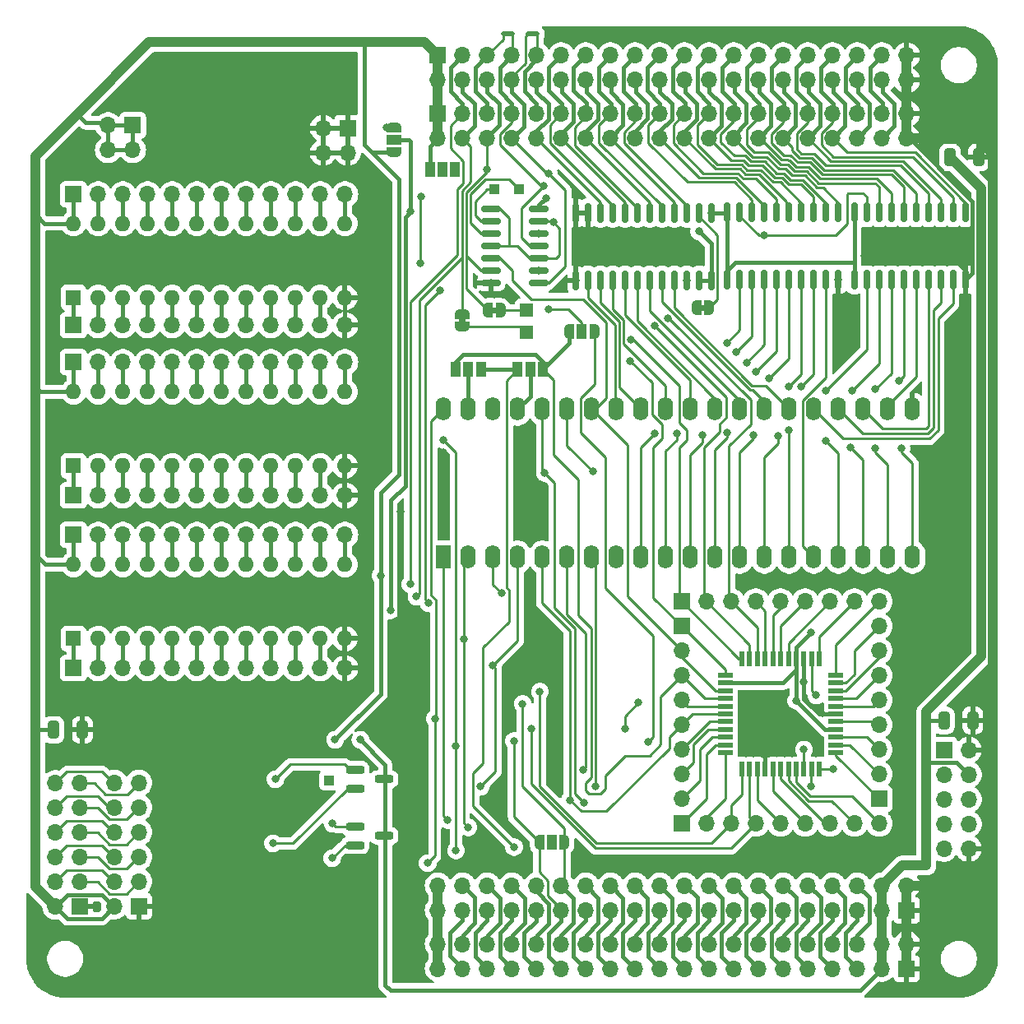
<source format=gbr>
%TF.GenerationSoftware,KiCad,Pcbnew,8.0.5-8.0.5-0~ubuntu22.04.1*%
%TF.CreationDate,2024-10-05T19:46:26+02:00*%
%TF.ProjectId,6502_6800_CPU,36353032-5f36-4383-9030-5f4350552e6b,rev?*%
%TF.SameCoordinates,Original*%
%TF.FileFunction,Copper,L1,Top*%
%TF.FilePolarity,Positive*%
%FSLAX46Y46*%
G04 Gerber Fmt 4.6, Leading zero omitted, Abs format (unit mm)*
G04 Created by KiCad (PCBNEW 8.0.5-8.0.5-0~ubuntu22.04.1) date 2024-10-05 19:46:26*
%MOMM*%
%LPD*%
G01*
G04 APERTURE LIST*
G04 Aperture macros list*
%AMRoundRect*
0 Rectangle with rounded corners*
0 $1 Rounding radius*
0 $2 $3 $4 $5 $6 $7 $8 $9 X,Y pos of 4 corners*
0 Add a 4 corners polygon primitive as box body*
4,1,4,$2,$3,$4,$5,$6,$7,$8,$9,$2,$3,0*
0 Add four circle primitives for the rounded corners*
1,1,$1+$1,$2,$3*
1,1,$1+$1,$4,$5*
1,1,$1+$1,$6,$7*
1,1,$1+$1,$8,$9*
0 Add four rect primitives between the rounded corners*
20,1,$1+$1,$2,$3,$4,$5,0*
20,1,$1+$1,$4,$5,$6,$7,0*
20,1,$1+$1,$6,$7,$8,$9,0*
20,1,$1+$1,$8,$9,$2,$3,0*%
%AMFreePoly0*
4,1,19,0.500000,-0.750000,0.000000,-0.750000,0.000000,-0.744911,-0.071157,-0.744911,-0.207708,-0.704816,-0.327430,-0.627875,-0.420627,-0.520320,-0.479746,-0.390866,-0.500000,-0.250000,-0.500000,0.250000,-0.479746,0.390866,-0.420627,0.520320,-0.327430,0.627875,-0.207708,0.704816,-0.071157,0.744911,0.000000,0.744911,0.000000,0.750000,0.500000,0.750000,0.500000,-0.750000,0.500000,-0.750000,
$1*%
%AMFreePoly1*
4,1,19,0.000000,0.744911,0.071157,0.744911,0.207708,0.704816,0.327430,0.627875,0.420627,0.520320,0.479746,0.390866,0.500000,0.250000,0.500000,-0.250000,0.479746,-0.390866,0.420627,-0.520320,0.327430,-0.627875,0.207708,-0.704816,0.071157,-0.744911,0.000000,-0.744911,0.000000,-0.750000,-0.500000,-0.750000,-0.500000,0.750000,0.000000,0.750000,0.000000,0.744911,0.000000,0.744911,
$1*%
%AMFreePoly2*
4,1,19,0.550000,-0.750000,0.000000,-0.750000,0.000000,-0.744911,-0.071157,-0.744911,-0.207708,-0.704816,-0.327430,-0.627875,-0.420627,-0.520320,-0.479746,-0.390866,-0.500000,-0.250000,-0.500000,0.250000,-0.479746,0.390866,-0.420627,0.520320,-0.327430,0.627875,-0.207708,0.704816,-0.071157,0.744911,0.000000,0.744911,0.000000,0.750000,0.550000,0.750000,0.550000,-0.750000,0.550000,-0.750000,
$1*%
%AMFreePoly3*
4,1,19,0.000000,0.744911,0.071157,0.744911,0.207708,0.704816,0.327430,0.627875,0.420627,0.520320,0.479746,0.390866,0.500000,0.250000,0.500000,-0.250000,0.479746,-0.390866,0.420627,-0.520320,0.327430,-0.627875,0.207708,-0.704816,0.071157,-0.744911,0.000000,-0.744911,0.000000,-0.750000,-0.550000,-0.750000,-0.550000,0.750000,0.000000,0.750000,0.000000,0.744911,0.000000,0.744911,
$1*%
G04 Aperture macros list end*
%TA.AperFunction,EtchedComponent*%
%ADD10C,0.000000*%
%TD*%
%TA.AperFunction,SMDPad,CuDef*%
%ADD11RoundRect,0.200000X-0.750000X-0.200000X0.750000X-0.200000X0.750000X0.200000X-0.750000X0.200000X0*%
%TD*%
%TA.AperFunction,ComponentPad*%
%ADD12R,1.700000X1.700000*%
%TD*%
%TA.AperFunction,ComponentPad*%
%ADD13O,1.700000X1.700000*%
%TD*%
%TA.AperFunction,ComponentPad*%
%ADD14R,1.600000X1.600000*%
%TD*%
%TA.AperFunction,ComponentPad*%
%ADD15O,1.600000X1.600000*%
%TD*%
%TA.AperFunction,SMDPad,CuDef*%
%ADD16RoundRect,0.150000X-0.150000X0.837500X-0.150000X-0.837500X0.150000X-0.837500X0.150000X0.837500X0*%
%TD*%
%TA.AperFunction,SMDPad,CuDef*%
%ADD17RoundRect,0.150000X0.150000X-0.837500X0.150000X0.837500X-0.150000X0.837500X-0.150000X-0.837500X0*%
%TD*%
%TA.AperFunction,SMDPad,CuDef*%
%ADD18C,0.500000*%
%TD*%
%TA.AperFunction,SMDPad,CuDef*%
%ADD19FreePoly0,180.000000*%
%TD*%
%TA.AperFunction,SMDPad,CuDef*%
%ADD20FreePoly1,180.000000*%
%TD*%
%TA.AperFunction,SMDPad,CuDef*%
%ADD21RoundRect,0.250000X-0.325000X-0.650000X0.325000X-0.650000X0.325000X0.650000X-0.325000X0.650000X0*%
%TD*%
%TA.AperFunction,SMDPad,CuDef*%
%ADD22RoundRect,0.150000X-0.825000X-0.150000X0.825000X-0.150000X0.825000X0.150000X-0.825000X0.150000X0*%
%TD*%
%TA.AperFunction,SMDPad,CuDef*%
%ADD23FreePoly0,0.000000*%
%TD*%
%TA.AperFunction,SMDPad,CuDef*%
%ADD24FreePoly1,0.000000*%
%TD*%
%TA.AperFunction,SMDPad,CuDef*%
%ADD25R,1.000000X1.500000*%
%TD*%
%TA.AperFunction,ComponentPad*%
%ADD26R,1.000000X1.000000*%
%TD*%
%TA.AperFunction,SMDPad,CuDef*%
%ADD27FreePoly2,270.000000*%
%TD*%
%TA.AperFunction,SMDPad,CuDef*%
%ADD28R,1.500000X1.000000*%
%TD*%
%TA.AperFunction,SMDPad,CuDef*%
%ADD29FreePoly3,270.000000*%
%TD*%
%TA.AperFunction,ComponentPad*%
%ADD30R,1.600000X2.400000*%
%TD*%
%TA.AperFunction,ComponentPad*%
%ADD31O,1.600000X2.400000*%
%TD*%
%TA.AperFunction,SMDPad,CuDef*%
%ADD32FreePoly2,0.000000*%
%TD*%
%TA.AperFunction,SMDPad,CuDef*%
%ADD33FreePoly3,0.000000*%
%TD*%
%TA.AperFunction,SMDPad,CuDef*%
%ADD34FreePoly0,270.000000*%
%TD*%
%TA.AperFunction,SMDPad,CuDef*%
%ADD35FreePoly1,270.000000*%
%TD*%
%TA.AperFunction,SMDPad,CuDef*%
%ADD36R,0.550000X1.500000*%
%TD*%
%TA.AperFunction,SMDPad,CuDef*%
%ADD37R,1.500000X0.550000*%
%TD*%
%TA.AperFunction,ComponentPad*%
%ADD38R,1.350000X1.350000*%
%TD*%
%TA.AperFunction,ViaPad*%
%ADD39C,0.800000*%
%TD*%
%TA.AperFunction,Conductor*%
%ADD40C,0.250000*%
%TD*%
%TA.AperFunction,Conductor*%
%ADD41C,0.400000*%
%TD*%
%TA.AperFunction,Conductor*%
%ADD42C,1.000000*%
%TD*%
G04 APERTURE END LIST*
D10*
%TA.AperFunction,EtchedComponent*%
%TO.C,NT1*%
G36*
X100076000Y-51050000D02*
G01*
X99076000Y-51050000D01*
X99076000Y-50550000D01*
X100076000Y-50550000D01*
X100076000Y-51050000D01*
G37*
%TD.AperFunction*%
%TA.AperFunction,EtchedComponent*%
%TO.C,JP100*%
G36*
X119899000Y-79294000D02*
G01*
X119399000Y-79294000D01*
X119399000Y-78694000D01*
X119899000Y-78694000D01*
X119899000Y-79294000D01*
G37*
%TD.AperFunction*%
%TA.AperFunction,EtchedComponent*%
%TO.C,JP8*%
G36*
X98436000Y-79548000D02*
G01*
X97936000Y-79548000D01*
X97936000Y-78948000D01*
X98436000Y-78948000D01*
X98436000Y-79548000D01*
G37*
%TD.AperFunction*%
%TA.AperFunction,EtchedComponent*%
%TO.C,JP9*%
G36*
X95169000Y-80514000D02*
G01*
X94569000Y-80514000D01*
X94569000Y-80014000D01*
X95169000Y-80014000D01*
X95169000Y-80514000D01*
G37*
%TD.AperFunction*%
%TA.AperFunction,EtchedComponent*%
%TO.C,NT2*%
G36*
X102616000Y-51050000D02*
G01*
X101616000Y-51050000D01*
X101616000Y-50550000D01*
X102616000Y-50550000D01*
X102616000Y-51050000D01*
G37*
%TD.AperFunction*%
%TD*%
D11*
%TO.P,D2,1,A*%
%TO.N,Net-(J6-Pin_11)*%
X83844000Y-126558000D03*
%TO.P,D2,2,A*%
%TO.N,/J6-6*%
X83844000Y-128458000D03*
%TO.P,D2,3,K*%
%TO.N,+3V3*%
X86844000Y-127508000D03*
%TD*%
%TO.P,D1,1,A*%
%TO.N,/J6-8*%
X83844000Y-132400000D03*
%TO.P,D1,2,A*%
%TO.N,/J6-5*%
X83844000Y-134300000D03*
%TO.P,D1,3,K*%
%TO.N,+3V3*%
X86844000Y-133350000D03*
%TD*%
D12*
%TO.P,J30,1,Pin_1*%
%TO.N,+5V*%
X60960000Y-60198000D03*
D13*
%TO.P,J30,2,Pin_2*%
X58420000Y-60198000D03*
%TO.P,J30,3,Pin_3*%
X60960000Y-62738000D03*
%TO.P,J30,4,Pin_4*%
X58420000Y-62738000D03*
%TD*%
D14*
%TO.P,J17,1,Pin_1*%
%TO.N,Net-(J16-Pin_1)*%
X54864000Y-113030000D03*
D15*
%TO.P,J17,2,Pin_2*%
%TO.N,Net-(J16-Pin_2)*%
X57404000Y-113030000D03*
%TO.P,J17,3,Pin_3*%
%TO.N,Net-(J16-Pin_3)*%
X59944000Y-113030000D03*
%TO.P,J17,4,Pin_4*%
%TO.N,Net-(J16-Pin_4)*%
X62484000Y-113030000D03*
%TO.P,J17,5,Pin_5*%
%TO.N,Net-(J16-Pin_5)*%
X65024000Y-113030000D03*
%TO.P,J17,6,Pin_6*%
%TO.N,Net-(J16-Pin_6)*%
X67564000Y-113030000D03*
%TO.P,J17,7,Pin_7*%
%TO.N,Net-(J16-Pin_7)*%
X70104000Y-113030000D03*
%TO.P,J17,8,Pin_8*%
%TO.N,Net-(J16-Pin_8)*%
X72644000Y-113030000D03*
%TO.P,J17,9,Pin_9*%
%TO.N,Net-(J16-Pin_9)*%
X75184000Y-113030000D03*
%TO.P,J17,10,Pin_10*%
%TO.N,Net-(J16-Pin_10)*%
X77724000Y-113030000D03*
%TO.P,J17,11,Pin_11*%
%TO.N,Net-(J16-Pin_11)*%
X80264000Y-113030000D03*
%TO.P,J17,12,Pin_12*%
%TO.N,GND*%
X82804000Y-113030000D03*
%TO.P,J17,13,Pin_13*%
%TO.N,Net-(J17-Pin_13)*%
X82804000Y-105410000D03*
%TO.P,J17,14,Pin_14*%
%TO.N,Net-(J17-Pin_14)*%
X80264000Y-105410000D03*
%TO.P,J17,15,Pin_15*%
%TO.N,Net-(J17-Pin_15)*%
X77724000Y-105410000D03*
%TO.P,J17,16,Pin_16*%
%TO.N,Net-(J17-Pin_16)*%
X75184000Y-105410000D03*
%TO.P,J17,17,Pin_17*%
%TO.N,Net-(J17-Pin_17)*%
X72644000Y-105410000D03*
%TO.P,J17,18,Pin_18*%
%TO.N,Net-(J17-Pin_18)*%
X70104000Y-105410000D03*
%TO.P,J17,19,Pin_19*%
%TO.N,Net-(J17-Pin_19)*%
X67564000Y-105410000D03*
%TO.P,J17,20,Pin_20*%
%TO.N,Net-(J17-Pin_20)*%
X65024000Y-105410000D03*
%TO.P,J17,21,Pin_21*%
%TO.N,Net-(J17-Pin_21)*%
X62484000Y-105410000D03*
%TO.P,J17,22,Pin_22*%
%TO.N,Net-(J17-Pin_22)*%
X59944000Y-105410000D03*
%TO.P,J17,23,Pin_23*%
%TO.N,Net-(J17-Pin_23)*%
X57404000Y-105410000D03*
%TO.P,J17,24,Pin_24*%
%TO.N,+5V*%
X54864000Y-105410000D03*
%TD*%
D16*
%TO.P,U2,1,VCCA*%
%TO.N,/Buffers/VBuffer*%
X120523000Y-69215000D03*
%TO.P,U2,2,A->B*%
%TO.N,/DDIR*%
X119253000Y-69215000D03*
%TO.P,U2,3,A0*%
%TO.N,/DB7*%
X117983000Y-69215000D03*
%TO.P,U2,4,A1*%
%TO.N,/DB6*%
X116713000Y-69215000D03*
%TO.P,U2,5,A2*%
%TO.N,/DB5*%
X115443000Y-69215000D03*
%TO.P,U2,6,A3*%
%TO.N,/DB4*%
X114173000Y-69215000D03*
%TO.P,U2,7,A4*%
%TO.N,/DB3*%
X112903000Y-69215000D03*
%TO.P,U2,8,A5*%
%TO.N,/DB2*%
X111633000Y-69215000D03*
%TO.P,U2,9,A6*%
%TO.N,/DB1*%
X110363000Y-69215000D03*
%TO.P,U2,10,A7*%
%TO.N,/DB0*%
X109093000Y-69215000D03*
%TO.P,U2,11,GND*%
%TO.N,GND*%
X107823000Y-69215000D03*
%TO.P,U2,12,GND*%
X106553000Y-69215000D03*
%TO.P,U2,13,GND*%
X106553000Y-76140000D03*
%TO.P,U2,14,B7*%
%TO.N,/CD0*%
X107823000Y-76140000D03*
%TO.P,U2,15,B6*%
%TO.N,/CD1*%
X109093000Y-76140000D03*
%TO.P,U2,16,B5*%
%TO.N,/CD2*%
X110363000Y-76140000D03*
%TO.P,U2,17,B4*%
%TO.N,/CD3*%
X111633000Y-76140000D03*
%TO.P,U2,18,B3*%
%TO.N,/CD4*%
X112903000Y-76140000D03*
%TO.P,U2,19,B2*%
%TO.N,/CD5*%
X114173000Y-76140000D03*
%TO.P,U2,20,B1*%
%TO.N,/CD6*%
X115443000Y-76140000D03*
%TO.P,U2,21,B0*%
%TO.N,/CD7*%
X116713000Y-76140000D03*
%TO.P,U2,22,CE*%
%TO.N,/ZZ31*%
X117983000Y-76140000D03*
%TO.P,U2,23,VCCB*%
%TO.N,Net-(JP104-C)*%
X119253000Y-76140000D03*
%TO.P,U2,24,VCCB*%
X120523000Y-76140000D03*
%TD*%
D17*
%TO.P,U4,1,A->B*%
%TO.N,/Buffers/VBuffer*%
X135255000Y-76106500D03*
%TO.P,U4,2,A0*%
%TO.N,/CA8*%
X136525000Y-76106500D03*
%TO.P,U4,3,A1*%
%TO.N,/CA9*%
X137795000Y-76106500D03*
%TO.P,U4,4,A2*%
%TO.N,/CA10*%
X139065000Y-76106500D03*
%TO.P,U4,5,A3*%
%TO.N,/CA11*%
X140335000Y-76106500D03*
%TO.P,U4,6,A4*%
%TO.N,/CA12*%
X141605000Y-76106500D03*
%TO.P,U4,7,A5*%
%TO.N,/CA13*%
X142875000Y-76106500D03*
%TO.P,U4,8,A6*%
%TO.N,/CA14*%
X144145000Y-76106500D03*
%TO.P,U4,9,A7*%
%TO.N,/CA15*%
X145415000Y-76106500D03*
%TO.P,U4,10,GND*%
%TO.N,GND*%
X146685000Y-76106500D03*
%TO.P,U4,11,B7*%
%TO.N,/A15*%
X146685000Y-69181500D03*
%TO.P,U4,12,B6*%
%TO.N,/A14*%
X145415000Y-69181500D03*
%TO.P,U4,13,B5*%
%TO.N,/A13*%
X144145000Y-69181500D03*
%TO.P,U4,14,B4*%
%TO.N,/A12*%
X142875000Y-69181500D03*
%TO.P,U4,15,B3*%
%TO.N,/A11*%
X141605000Y-69181500D03*
%TO.P,U4,16,B2*%
%TO.N,/A10*%
X140335000Y-69181500D03*
%TO.P,U4,17,B1*%
%TO.N,/A9*%
X139065000Y-69181500D03*
%TO.P,U4,18,B0*%
%TO.N,/A8*%
X137795000Y-69181500D03*
%TO.P,U4,19,CE*%
%TO.N,/ZZ32*%
X136525000Y-69181500D03*
%TO.P,U4,20,VCC*%
%TO.N,/Buffers/VBuffer*%
X135255000Y-69181500D03*
%TD*%
D18*
%TO.P,NT1,1,1*%
%TO.N,/~{IORD}*%
X99076000Y-50800000D03*
%TO.P,NT1,2,2*%
%TO.N,/~{MRD}*%
X100076000Y-50800000D03*
%TD*%
D12*
%TO.P,J1,1,Pin_1*%
%TO.N,+5V*%
X92367000Y-53000000D03*
D13*
%TO.P,J1,2,Pin_2*%
X92367000Y-55540000D03*
%TO.P,J1,3,Pin_3*%
%TO.N,/PHI1_e*%
X94907000Y-53000000D03*
%TO.P,J1,4,Pin_4*%
%TO.N,/PHI2_e*%
X94907000Y-55540000D03*
%TO.P,J1,5,Pin_5*%
%TO.N,/~{IORD}*%
X97447000Y-53000000D03*
%TO.P,J1,6,Pin_6*%
%TO.N,/R{slash}~{W}_e*%
X97447000Y-55540000D03*
%TO.P,J1,7,Pin_7*%
%TO.N,/~{MRD}*%
X99987000Y-53000000D03*
%TO.P,J1,8,Pin_8*%
%TO.N,/~{MWR}*%
X99987000Y-55540000D03*
%TO.P,J1,9,Pin_9*%
%TO.N,/~{IOWR}*%
X102527000Y-53000000D03*
%TO.P,J1,10,Pin_10*%
%TO.N,/DB0*%
X102527000Y-55540000D03*
%TO.P,J1,11,Pin_11*%
%TO.N,/DB1*%
X105067000Y-53000000D03*
%TO.P,J1,12,Pin_12*%
%TO.N,/DB2*%
X105067000Y-55540000D03*
%TO.P,J1,13,Pin_13*%
%TO.N,/DB3*%
X107607000Y-53000000D03*
%TO.P,J1,14,Pin_14*%
%TO.N,/DB4*%
X107607000Y-55540000D03*
%TO.P,J1,15,Pin_15*%
%TO.N,/DB5*%
X110147000Y-53000000D03*
%TO.P,J1,16,Pin_16*%
%TO.N,/DB6*%
X110147000Y-55540000D03*
%TO.P,J1,17,Pin_17*%
%TO.N,/DB7*%
X112687000Y-53000000D03*
%TO.P,J1,18,Pin_18*%
%TO.N,/ZZ44*%
X112687000Y-55540000D03*
%TO.P,J1,19,Pin_19*%
%TO.N,/A0*%
X115227000Y-53000000D03*
%TO.P,J1,20,Pin_20*%
%TO.N,/A1*%
X115227000Y-55540000D03*
%TO.P,J1,21,Pin_21*%
%TO.N,/A2*%
X117767000Y-53000000D03*
%TO.P,J1,22,Pin_22*%
%TO.N,/A3*%
X117767000Y-55540000D03*
%TO.P,J1,23,Pin_23*%
%TO.N,/A4*%
X120307000Y-53000000D03*
%TO.P,J1,24,Pin_24*%
%TO.N,/A5*%
X120307000Y-55540000D03*
%TO.P,J1,25,Pin_25*%
%TO.N,/A6*%
X122847000Y-53000000D03*
%TO.P,J1,26,Pin_26*%
%TO.N,/A7*%
X122847000Y-55540000D03*
%TO.P,J1,27,Pin_27*%
%TO.N,/A8*%
X125387000Y-53000000D03*
%TO.P,J1,28,Pin_28*%
%TO.N,/A9*%
X125387000Y-55540000D03*
%TO.P,J1,29,Pin_29*%
%TO.N,/A10*%
X127927000Y-53000000D03*
%TO.P,J1,30,Pin_30*%
%TO.N,/A11*%
X127927000Y-55540000D03*
%TO.P,J1,31,Pin_31*%
%TO.N,/A12*%
X130467000Y-53000000D03*
%TO.P,J1,32,Pin_32*%
%TO.N,/A13*%
X130467000Y-55540000D03*
%TO.P,J1,33,Pin_33*%
%TO.N,/A14*%
X133007000Y-53000000D03*
%TO.P,J1,34,Pin_34*%
%TO.N,/A15*%
X133007000Y-55540000D03*
%TO.P,J1,35,Pin_35*%
%TO.N,/A16*%
X135547000Y-53000000D03*
%TO.P,J1,36,Pin_36*%
%TO.N,/A17*%
X135547000Y-55540000D03*
%TO.P,J1,37,Pin_37*%
%TO.N,/A18*%
X138087000Y-53000000D03*
%TO.P,J1,38,Pin_38*%
%TO.N,/A19*%
X138087000Y-55540000D03*
%TO.P,J1,39,Pin_39*%
%TO.N,GND*%
X140627000Y-53000000D03*
%TO.P,J1,40,Pin_40*%
X140627000Y-55540000D03*
%TD*%
D12*
%TO.P,J16,1,Pin_1*%
%TO.N,Net-(J16-Pin_1)*%
X54864000Y-116078000D03*
D13*
%TO.P,J16,2,Pin_2*%
%TO.N,Net-(J16-Pin_2)*%
X57404000Y-116078000D03*
%TO.P,J16,3,Pin_3*%
%TO.N,Net-(J16-Pin_3)*%
X59944000Y-116078000D03*
%TO.P,J16,4,Pin_4*%
%TO.N,Net-(J16-Pin_4)*%
X62484000Y-116078000D03*
%TO.P,J16,5,Pin_5*%
%TO.N,Net-(J16-Pin_5)*%
X65024000Y-116078000D03*
%TO.P,J16,6,Pin_6*%
%TO.N,Net-(J16-Pin_6)*%
X67564000Y-116078000D03*
%TO.P,J16,7,Pin_7*%
%TO.N,Net-(J16-Pin_7)*%
X70104000Y-116078000D03*
%TO.P,J16,8,Pin_8*%
%TO.N,Net-(J16-Pin_8)*%
X72644000Y-116078000D03*
%TO.P,J16,9,Pin_9*%
%TO.N,Net-(J16-Pin_9)*%
X75184000Y-116078000D03*
%TO.P,J16,10,Pin_10*%
%TO.N,Net-(J16-Pin_10)*%
X77724000Y-116078000D03*
%TO.P,J16,11,Pin_11*%
%TO.N,Net-(J16-Pin_11)*%
X80264000Y-116078000D03*
%TO.P,J16,12,Pin_12*%
%TO.N,GND*%
X82804000Y-116078000D03*
%TD*%
D19*
%TO.P,JP100,1,A*%
%TO.N,/DDIR*%
X120299000Y-78994000D03*
D20*
%TO.P,JP100,2,B*%
%TO.N,/R{slash}~{W}*%
X118999000Y-78994000D03*
%TD*%
D21*
%TO.P,C3,1*%
%TO.N,+3V3*%
X145083000Y-63500000D03*
%TO.P,C3,2*%
%TO.N,GND*%
X148033000Y-63500000D03*
%TD*%
D22*
%TO.P,U5,1*%
%TO.N,/ZZ32*%
X97834001Y-68834000D03*
%TO.P,U5,2*%
%TO.N,Net-(J11-Pin_1)*%
X97834001Y-70104000D03*
%TO.P,U5,3*%
%TO.N,Net-(J12-Pin_1)*%
X97834001Y-71374000D03*
%TO.P,U5,4*%
%TO.N,/ZZ32*%
X97834001Y-72644000D03*
%TO.P,U5,5*%
%TO.N,/R{slash}~{W}*%
X97834001Y-73914000D03*
%TO.P,U5,6*%
%TO.N,/R{slash}~{W}_e*%
X97834001Y-75184000D03*
%TO.P,U5,7,GND*%
%TO.N,GND*%
X97834001Y-76454000D03*
%TO.P,U5,8*%
%TO.N,/~{MWR}*%
X102784001Y-76454000D03*
%TO.P,U5,9*%
%TO.N,/ZZ33*%
X102784001Y-75184000D03*
%TO.P,U5,10*%
%TO.N,/ZZ32*%
X102784001Y-73914000D03*
%TO.P,U5,11*%
%TO.N,/~{MRD}*%
X102784001Y-72644000D03*
%TO.P,U5,12*%
%TO.N,/ZZ34*%
X102784001Y-71374000D03*
%TO.P,U5,13*%
%TO.N,/ZZ32*%
X102784001Y-70104000D03*
%TO.P,U5,14,VCC*%
%TO.N,/Buffers/VBuffer*%
X102784001Y-68834000D03*
%TD*%
D23*
%TO.P,JP8,1,A*%
%TO.N,/R{slash}~{W}_e*%
X97536000Y-79248000D03*
D24*
%TO.P,JP8,2,B*%
%TO.N,/RW*%
X98836000Y-79248000D03*
%TD*%
D12*
%TO.P,J4,1,Pin_1*%
%TO.N,GND*%
X140627000Y-141000000D03*
D13*
%TO.P,J4,2,Pin_2*%
X140627000Y-138460000D03*
%TO.P,J4,3,Pin_3*%
%TO.N,+3V3*%
X138087000Y-141000000D03*
%TO.P,J4,4,Pin_4*%
X138087000Y-138460000D03*
%TO.P,J4,5,Pin_5*%
%TO.N,/Bus/~{CE_EXT1}*%
X135547000Y-141000000D03*
%TO.P,J4,6,Pin_6*%
%TO.N,/Bus/~{CE_EXT0}*%
X135547000Y-138460000D03*
%TO.P,J4,7,Pin_7*%
%TO.N,/Bus/~{CE_EXT3}*%
X133007000Y-141000000D03*
%TO.P,J4,8,Pin_8*%
%TO.N,/Bus/~{CE_EXT2}*%
X133007000Y-138460000D03*
%TO.P,J4,9,Pin_9*%
%TO.N,/Bus/~{CE_EXT5}*%
X130467000Y-141000000D03*
%TO.P,J4,10,Pin_10*%
%TO.N,/Bus/~{CE_EXT4}*%
X130467000Y-138460000D03*
%TO.P,J4,11,Pin_11*%
%TO.N,/Bus/~{CE_EXT7}*%
X127927000Y-141000000D03*
%TO.P,J4,12,Pin_12*%
%TO.N,/Bus/~{CE_EXT6}*%
X127927000Y-138460000D03*
%TO.P,J4,13,Pin_13*%
%TO.N,/Bus/~{CE_EXT9}*%
X125387000Y-141000000D03*
%TO.P,J4,14,Pin_14*%
%TO.N,/Bus/~{CE_EXT8}*%
X125387000Y-138460000D03*
%TO.P,J4,15,Pin_15*%
%TO.N,/Bus/~{CE_EXT11}*%
X122847000Y-141000000D03*
%TO.P,J4,16,Pin_16*%
%TO.N,/Bus/~{CE_EXT10}*%
X122847000Y-138460000D03*
%TO.P,J4,17,Pin_17*%
%TO.N,/Bus/~{CE_EXT13}*%
X120307000Y-141000000D03*
%TO.P,J4,18,Pin_18*%
%TO.N,/Bus/~{CE_EXT12}*%
X120307000Y-138460000D03*
%TO.P,J4,19,Pin_19*%
%TO.N,/RES4*%
X117767000Y-141000000D03*
%TO.P,J4,20,Pin_20*%
%TO.N,/RES5*%
X117767000Y-138460000D03*
%TO.P,J4,21,Pin_21*%
%TO.N,/RES2*%
X115227000Y-141000000D03*
%TO.P,J4,22,Pin_22*%
%TO.N,/RES3*%
X115227000Y-138460000D03*
%TO.P,J4,23,Pin_23*%
%TO.N,/RES0*%
X112687000Y-141000000D03*
%TO.P,J4,24,Pin_24*%
%TO.N,/RES1*%
X112687000Y-138460000D03*
%TO.P,J4,25,Pin_25*%
%TO.N,/CLK1*%
X110147000Y-141000000D03*
%TO.P,J4,26,Pin_26*%
%TO.N,/ZZ43*%
X110147000Y-138460000D03*
%TO.P,J4,27,Pin_27*%
%TO.N,/CLKF*%
X107607000Y-141000000D03*
%TO.P,J4,28,Pin_28*%
%TO.N,/CLKS*%
X107607000Y-138460000D03*
%TO.P,J4,29,Pin_29*%
%TO.N,/~{PH0}*%
X105067000Y-141000000D03*
%TO.P,J4,30,Pin_30*%
%TO.N,/PH0*%
X105067000Y-138460000D03*
%TO.P,J4,31,Pin_31*%
%TO.N,/SDA*%
X102527000Y-141000000D03*
%TO.P,J4,32,Pin_32*%
%TO.N,/SCL*%
X102527000Y-138460000D03*
%TO.P,J4,33,Pin_33*%
%TO.N,/TX1*%
X99987000Y-141000000D03*
%TO.P,J4,34,Pin_34*%
%TO.N,/RX1*%
X99987000Y-138460000D03*
%TO.P,J4,35,Pin_35*%
%TO.N,/TX0*%
X97447000Y-141000000D03*
%TO.P,J4,36,Pin_36*%
%TO.N,/RX0*%
X97447000Y-138460000D03*
%TO.P,J4,37,Pin_37*%
%TO.N,/TXSTM*%
X94907000Y-141000000D03*
%TO.P,J4,38,Pin_38*%
%TO.N,/RXSTM*%
X94907000Y-138460000D03*
%TO.P,J4,39,Pin_39*%
%TO.N,+5VA*%
X92367000Y-141000000D03*
%TO.P,J4,40,Pin_40*%
X92367000Y-138460000D03*
%TD*%
D12*
%TO.P,J31,1,Pin_1*%
%TO.N,GND*%
X83078000Y-60472000D03*
D13*
%TO.P,J31,2,Pin_2*%
X80538000Y-60472000D03*
%TO.P,J31,3,Pin_3*%
X83078000Y-63012000D03*
%TO.P,J31,4,Pin_4*%
X80538000Y-63012000D03*
%TD*%
D12*
%TO.P,J19,1,Pin_1*%
%TO.N,/ZZ12*%
X137795000Y-129540000D03*
D13*
%TO.P,J19,2,Pin_2*%
%TO.N,/ZZ13*%
X137795000Y-127000000D03*
%TO.P,J19,3,Pin_3*%
%TO.N,/ZZ14*%
X137795000Y-124460000D03*
%TO.P,J19,4,Pin_4*%
%TO.N,/ZZ16*%
X137795000Y-121920000D03*
%TO.P,J19,5,Pin_5*%
%TO.N,/ZZ18*%
X137795000Y-119380000D03*
%TO.P,J19,6,Pin_6*%
%TO.N,/ZZ19*%
X137795000Y-116840000D03*
%TO.P,J19,7,Pin_7*%
%TO.N,/ZZ20*%
X137795000Y-114300000D03*
%TO.P,J19,8,Pin_8*%
%TO.N,/ZZ21*%
X137795000Y-111760000D03*
%TD*%
D21*
%TO.P,C8,1*%
%TO.N,+3V3*%
X144471600Y-121462800D03*
%TO.P,C8,2*%
%TO.N,GND*%
X147421600Y-121462800D03*
%TD*%
D25*
%TO.P,JP4,1,A*%
%TO.N,/CPUCLK*%
X100584000Y-85344000D03*
%TO.P,JP4,2,C*%
%TO.N,Net-(JP4-C)*%
X101884000Y-85344000D03*
%TO.P,JP4,3,B*%
%TO.N,/PHI2*%
X103184000Y-85344000D03*
%TD*%
D12*
%TO.P,J20,1,Pin_1*%
%TO.N,/ZZ34*%
X117475000Y-111760000D03*
D13*
%TO.P,J20,2,Pin_2*%
%TO.N,/R{slash}~{W}*%
X117475000Y-114300000D03*
%TO.P,J20,3,Pin_3*%
%TO.N,/PHI2*%
X117475000Y-116840000D03*
%TO.P,J20,4,Pin_4*%
%TO.N,/PHI1*%
X117475000Y-119380000D03*
%TO.P,J20,5,Pin_5*%
%TO.N,/ZZ39*%
X117475000Y-121920000D03*
%TO.P,J20,6,Pin_6*%
%TO.N,/E_OUT*%
X117475000Y-124460000D03*
%TO.P,J20,7,Pin_7*%
%TO.N,/RDY*%
X117475000Y-127000000D03*
%TO.P,J20,8,Pin_8*%
%TO.N,/SYNC*%
X117475000Y-129540000D03*
%TD*%
D12*
%TO.P,J10,1,Pin_1*%
%TO.N,Net-(J10-Pin_1)*%
X54864000Y-98298000D03*
D13*
%TO.P,J10,2,Pin_2*%
%TO.N,Net-(J10-Pin_2)*%
X57404000Y-98298000D03*
%TO.P,J10,3,Pin_3*%
%TO.N,Net-(J10-Pin_3)*%
X59944000Y-98298000D03*
%TO.P,J10,4,Pin_4*%
%TO.N,Net-(J10-Pin_4)*%
X62484000Y-98298000D03*
%TO.P,J10,5,Pin_5*%
%TO.N,Net-(J10-Pin_5)*%
X65024000Y-98298000D03*
%TO.P,J10,6,Pin_6*%
%TO.N,Net-(J10-Pin_6)*%
X67564000Y-98298000D03*
%TO.P,J10,7,Pin_7*%
%TO.N,Net-(J10-Pin_7)*%
X70104000Y-98298000D03*
%TO.P,J10,8,Pin_8*%
%TO.N,Net-(J10-Pin_8)*%
X72644000Y-98298000D03*
%TO.P,J10,9,Pin_9*%
%TO.N,Net-(J10-Pin_9)*%
X75184000Y-98298000D03*
%TO.P,J10,10,Pin_10*%
%TO.N,Net-(J10-Pin_10)*%
X77724000Y-98298000D03*
%TO.P,J10,11,Pin_11*%
%TO.N,Net-(J10-Pin_11)*%
X80264000Y-98298000D03*
%TO.P,J10,12,Pin_12*%
%TO.N,GND*%
X82804000Y-98298000D03*
%TD*%
D12*
%TO.P,J29,1,Pin_1*%
%TO.N,Net-(J29-Pin_1)*%
X54864000Y-80772000D03*
D13*
%TO.P,J29,2,Pin_2*%
%TO.N,Net-(J29-Pin_2)*%
X57404000Y-80772000D03*
%TO.P,J29,3,Pin_3*%
%TO.N,Net-(J29-Pin_3)*%
X59944000Y-80772000D03*
%TO.P,J29,4,Pin_4*%
%TO.N,Net-(J29-Pin_4)*%
X62484000Y-80772000D03*
%TO.P,J29,5,Pin_5*%
%TO.N,Net-(J29-Pin_5)*%
X65024000Y-80772000D03*
%TO.P,J29,6,Pin_6*%
%TO.N,Net-(J29-Pin_6)*%
X67564000Y-80772000D03*
%TO.P,J29,7,Pin_7*%
%TO.N,Net-(J29-Pin_7)*%
X70104000Y-80772000D03*
%TO.P,J29,8,Pin_8*%
%TO.N,Net-(J29-Pin_8)*%
X72644000Y-80772000D03*
%TO.P,J29,9,Pin_9*%
%TO.N,Net-(J29-Pin_9)*%
X75184000Y-80772000D03*
%TO.P,J29,10,Pin_10*%
%TO.N,Net-(J29-Pin_10)*%
X77724000Y-80772000D03*
%TO.P,J29,11,Pin_11*%
%TO.N,Net-(J29-Pin_11)*%
X80264000Y-80772000D03*
%TO.P,J29,12,Pin_12*%
%TO.N,GND*%
X82804000Y-80772000D03*
%TD*%
D12*
%TO.P,J22,1,Pin_1*%
%TO.N,/TCK*%
X144460000Y-124500000D03*
D13*
%TO.P,J22,2,Pin_2*%
%TO.N,GND*%
X147000000Y-124500000D03*
%TO.P,J22,3,Pin_3*%
%TO.N,/TDO*%
X144460000Y-127040000D03*
%TO.P,J22,4,Pin_4*%
%TO.N,+3V3*%
X147000000Y-127040000D03*
%TO.P,J22,5,Pin_5*%
%TO.N,/TMS*%
X144460000Y-129580000D03*
%TO.P,J22,6,Pin_6*%
%TO.N,unconnected-(J22-Pin_6-Pad6)*%
X147000000Y-129580000D03*
%TO.P,J22,7,Pin_7*%
%TO.N,unconnected-(J22-Pin_7-Pad7)*%
X144460000Y-132120000D03*
%TO.P,J22,8,Pin_8*%
%TO.N,unconnected-(J22-Pin_8-Pad8)*%
X147000000Y-132120000D03*
%TO.P,J22,9,Pin_9*%
%TO.N,/TDI*%
X144460000Y-134660000D03*
%TO.P,J22,10,Pin_10*%
%TO.N,GND*%
X147000000Y-134660000D03*
%TD*%
D12*
%TO.P,J14,1,Pin_1*%
%TO.N,+5V*%
X54864000Y-67310000D03*
D13*
%TO.P,J14,2,Pin_2*%
%TO.N,Net-(J14-Pin_2)*%
X57404000Y-67310000D03*
%TO.P,J14,3,Pin_3*%
%TO.N,Net-(J14-Pin_3)*%
X59944000Y-67310000D03*
%TO.P,J14,4,Pin_4*%
%TO.N,Net-(J14-Pin_4)*%
X62484000Y-67310000D03*
%TO.P,J14,5,Pin_5*%
%TO.N,Net-(J14-Pin_5)*%
X65024000Y-67310000D03*
%TO.P,J14,6,Pin_6*%
%TO.N,Net-(J14-Pin_6)*%
X67564000Y-67310000D03*
%TO.P,J14,7,Pin_7*%
%TO.N,Net-(J14-Pin_7)*%
X70104000Y-67310000D03*
%TO.P,J14,8,Pin_8*%
%TO.N,Net-(J14-Pin_8)*%
X72644000Y-67310000D03*
%TO.P,J14,9,Pin_9*%
%TO.N,Net-(J14-Pin_9)*%
X75184000Y-67310000D03*
%TO.P,J14,10,Pin_10*%
%TO.N,Net-(J14-Pin_10)*%
X77724000Y-67310000D03*
%TO.P,J14,11,Pin_11*%
%TO.N,Net-(J14-Pin_11)*%
X80264000Y-67310000D03*
%TO.P,J14,12,Pin_12*%
%TO.N,Net-(J14-Pin_12)*%
X82804000Y-67310000D03*
%TD*%
D26*
%TO.P,J12,1,Pin_1*%
%TO.N,Net-(J12-Pin_1)*%
X100752001Y-66802000D03*
%TD*%
D12*
%TO.P,J23,1,Pin_1*%
%TO.N,+5V*%
X54864000Y-102362000D03*
D13*
%TO.P,J23,2,Pin_2*%
%TO.N,Net-(J17-Pin_23)*%
X57404000Y-102362000D03*
%TO.P,J23,3,Pin_3*%
%TO.N,Net-(J17-Pin_22)*%
X59944000Y-102362000D03*
%TO.P,J23,4,Pin_4*%
%TO.N,Net-(J17-Pin_21)*%
X62484000Y-102362000D03*
%TO.P,J23,5,Pin_5*%
%TO.N,Net-(J17-Pin_20)*%
X65024000Y-102362000D03*
%TO.P,J23,6,Pin_6*%
%TO.N,Net-(J17-Pin_19)*%
X67564000Y-102362000D03*
%TO.P,J23,7,Pin_7*%
%TO.N,Net-(J17-Pin_18)*%
X70104000Y-102362000D03*
%TO.P,J23,8,Pin_8*%
%TO.N,Net-(J17-Pin_17)*%
X72644000Y-102362000D03*
%TO.P,J23,9,Pin_9*%
%TO.N,Net-(J17-Pin_16)*%
X75184000Y-102362000D03*
%TO.P,J23,10,Pin_10*%
%TO.N,Net-(J17-Pin_15)*%
X77724000Y-102362000D03*
%TO.P,J23,11,Pin_11*%
%TO.N,Net-(J17-Pin_14)*%
X80264000Y-102362000D03*
%TO.P,J23,12,Pin_12*%
%TO.N,Net-(J17-Pin_13)*%
X82804000Y-102362000D03*
%TD*%
D25*
%TO.P,JP104,1,A*%
%TO.N,+5V*%
X91537000Y-64770000D03*
%TO.P,JP104,2,C*%
%TO.N,Net-(JP104-C)*%
X92837000Y-64770000D03*
%TO.P,JP104,3,B*%
%TO.N,/Buffers/VBuffer*%
X94137000Y-64770000D03*
%TD*%
%TO.P,JP5,1,A*%
%TO.N,/PHI2*%
X94204000Y-85344000D03*
%TO.P,JP5,2,C*%
%TO.N,Net-(JP5-C)*%
X95504000Y-85344000D03*
%TO.P,JP5,3,B*%
%TO.N,/CPUCLK*%
X96804000Y-85344000D03*
%TD*%
D12*
%TO.P,J2,1,Pin_1*%
%TO.N,GND*%
X140627000Y-147000000D03*
D13*
%TO.P,J2,2,Pin_2*%
X140627000Y-144460000D03*
%TO.P,J2,3,Pin_3*%
%TO.N,+3V3*%
X138087000Y-147000000D03*
%TO.P,J2,4,Pin_4*%
X138087000Y-144460000D03*
%TO.P,J2,5,Pin_5*%
%TO.N,/Bus/~{CE_EXT1}*%
X135547000Y-147000000D03*
%TO.P,J2,6,Pin_6*%
%TO.N,/Bus/~{CE_EXT0}*%
X135547000Y-144460000D03*
%TO.P,J2,7,Pin_7*%
%TO.N,/Bus/~{CE_EXT3}*%
X133007000Y-147000000D03*
%TO.P,J2,8,Pin_8*%
%TO.N,/Bus/~{CE_EXT2}*%
X133007000Y-144460000D03*
%TO.P,J2,9,Pin_9*%
%TO.N,/Bus/~{CE_EXT5}*%
X130467000Y-147000000D03*
%TO.P,J2,10,Pin_10*%
%TO.N,/Bus/~{CE_EXT4}*%
X130467000Y-144460000D03*
%TO.P,J2,11,Pin_11*%
%TO.N,/Bus/~{CE_EXT7}*%
X127927000Y-147000000D03*
%TO.P,J2,12,Pin_12*%
%TO.N,/Bus/~{CE_EXT6}*%
X127927000Y-144460000D03*
%TO.P,J2,13,Pin_13*%
%TO.N,/Bus/~{CE_EXT9}*%
X125387000Y-147000000D03*
%TO.P,J2,14,Pin_14*%
%TO.N,/Bus/~{CE_EXT8}*%
X125387000Y-144460000D03*
%TO.P,J2,15,Pin_15*%
%TO.N,/Bus/~{CE_EXT11}*%
X122847000Y-147000000D03*
%TO.P,J2,16,Pin_16*%
%TO.N,/Bus/~{CE_EXT10}*%
X122847000Y-144460000D03*
%TO.P,J2,17,Pin_17*%
%TO.N,/Bus/~{CE_EXT13}*%
X120307000Y-147000000D03*
%TO.P,J2,18,Pin_18*%
%TO.N,/Bus/~{CE_EXT12}*%
X120307000Y-144460000D03*
%TO.P,J2,19,Pin_19*%
%TO.N,/RES4*%
X117767000Y-147000000D03*
%TO.P,J2,20,Pin_20*%
%TO.N,/RES5*%
X117767000Y-144460000D03*
%TO.P,J2,21,Pin_21*%
%TO.N,/RES2*%
X115227000Y-147000000D03*
%TO.P,J2,22,Pin_22*%
%TO.N,/RES3*%
X115227000Y-144460000D03*
%TO.P,J2,23,Pin_23*%
%TO.N,/RES0*%
X112687000Y-147000000D03*
%TO.P,J2,24,Pin_24*%
%TO.N,/RES1*%
X112687000Y-144460000D03*
%TO.P,J2,25,Pin_25*%
%TO.N,/CLK1*%
X110147000Y-147000000D03*
%TO.P,J2,26,Pin_26*%
%TO.N,/ZZ43*%
X110147000Y-144460000D03*
%TO.P,J2,27,Pin_27*%
%TO.N,/CLKF*%
X107607000Y-147000000D03*
%TO.P,J2,28,Pin_28*%
%TO.N,/CLKS*%
X107607000Y-144460000D03*
%TO.P,J2,29,Pin_29*%
%TO.N,/~{PH0}*%
X105067000Y-147000000D03*
%TO.P,J2,30,Pin_30*%
%TO.N,/PH0*%
X105067000Y-144460000D03*
%TO.P,J2,31,Pin_31*%
%TO.N,/SDA*%
X102527000Y-147000000D03*
%TO.P,J2,32,Pin_32*%
%TO.N,/SCL*%
X102527000Y-144460000D03*
%TO.P,J2,33,Pin_33*%
%TO.N,/TX1*%
X99987000Y-147000000D03*
%TO.P,J2,34,Pin_34*%
%TO.N,/RX1*%
X99987000Y-144460000D03*
%TO.P,J2,35,Pin_35*%
%TO.N,/TX0*%
X97447000Y-147000000D03*
%TO.P,J2,36,Pin_36*%
%TO.N,/RX0*%
X97447000Y-144460000D03*
%TO.P,J2,37,Pin_37*%
%TO.N,/TXSTM*%
X94907000Y-147000000D03*
%TO.P,J2,38,Pin_38*%
%TO.N,/RXSTM*%
X94907000Y-144460000D03*
%TO.P,J2,39,Pin_39*%
%TO.N,+5VA*%
X92367000Y-147000000D03*
%TO.P,J2,40,Pin_40*%
X92367000Y-144460000D03*
%TD*%
D12*
%TO.P,J7,1,Pin_1*%
%TO.N,GND*%
X55540000Y-140627000D03*
D13*
%TO.P,J7,2,Pin_2*%
%TO.N,+5V*%
X53000000Y-140627000D03*
%TO.P,J7,3,Pin_3*%
%TO.N,/BE*%
X55540000Y-138087000D03*
%TO.P,J7,4,Pin_4*%
%TO.N,/~{SO}*%
X53000000Y-138087000D03*
%TO.P,J7,5,Pin_5*%
%TO.N,/J6-5*%
X55540000Y-135547000D03*
%TO.P,J7,6,Pin_6*%
%TO.N,/J6-6*%
X53000000Y-135547000D03*
%TO.P,J7,7,Pin_7*%
%TO.N,/RDY*%
X55540000Y-133007000D03*
%TO.P,J7,8,Pin_8*%
%TO.N,/J6-8*%
X53000000Y-133007000D03*
%TO.P,J7,9,Pin_9*%
%TO.N,/~{NMI}*%
X55540000Y-130467000D03*
%TO.P,J7,10,Pin_10*%
%TO.N,/~{IRQ}*%
X53000000Y-130467000D03*
%TO.P,J7,11,Pin_11*%
%TO.N,Net-(J6-Pin_11)*%
X55540000Y-127927000D03*
%TO.P,J7,12,Pin_12*%
%TO.N,/ZZ44*%
X53000000Y-127927000D03*
%TD*%
D12*
%TO.P,J18,1,Pin_1*%
%TO.N,/ZZ33*%
X117475000Y-109220000D03*
D13*
%TO.P,J18,2,Pin_2*%
%TO.N,/ZZ32*%
X120015000Y-109220000D03*
%TO.P,J18,3,Pin_3*%
%TO.N,/ZZ31*%
X122555000Y-109220000D03*
%TO.P,J18,4,Pin_4*%
%TO.N,/HALT_in*%
X125095000Y-109220000D03*
%TO.P,J18,5,Pin_5*%
%TO.N,/ZZ29*%
X127635000Y-109220000D03*
%TO.P,J18,6,Pin_6*%
%TO.N,/ZZ28*%
X130175000Y-109220000D03*
%TO.P,J18,7,Pin_7*%
%TO.N,/ZZ27*%
X132715000Y-109220000D03*
%TO.P,J18,8,Pin_8*%
%TO.N,/ZZ23*%
X135255000Y-109220000D03*
%TO.P,J18,9,Pin_9*%
%TO.N,/ZZ22*%
X137795000Y-109220000D03*
%TD*%
D27*
%TO.P,JP105,1,A*%
%TO.N,+3V3*%
X87884000Y-60392000D03*
D28*
%TO.P,JP105,2,C*%
%TO.N,/Buffers/VBuffer*%
X87884000Y-61692000D03*
D29*
%TO.P,JP105,3,B*%
%TO.N,+5V*%
X87884000Y-62992000D03*
%TD*%
D30*
%TO.P,U7,1,~{VP}*%
%TO.N,/~{VP}*%
X92964000Y-104648000D03*
D31*
%TO.P,U7,2,RDY*%
%TO.N,/RDY*%
X95504000Y-104648000D03*
%TO.P,U7,3,\u03D51*%
%TO.N,/PHI1*%
X98044000Y-104648000D03*
%TO.P,U7,4,~{IRQ}*%
%TO.N,/~{IRQ}*%
X100584000Y-104648000D03*
%TO.P,U7,5,~{ML}*%
%TO.N,/ZZ39*%
X103124000Y-104648000D03*
%TO.P,U7,6,~{NMI}*%
%TO.N,/~{NMI}*%
X105664000Y-104648000D03*
%TO.P,U7,7,SYNC*%
%TO.N,/SYNC*%
X108204000Y-104648000D03*
%TO.P,U7,8,VDD*%
%TO.N,+5V*%
X110744000Y-104648000D03*
%TO.P,U7,9,A0*%
%TO.N,/CA0*%
X113284000Y-104648000D03*
%TO.P,U7,10,A1*%
%TO.N,/CA1*%
X115824000Y-104648000D03*
%TO.P,U7,11,A2*%
%TO.N,/CA2*%
X118364000Y-104648000D03*
%TO.P,U7,12,A3*%
%TO.N,/CA3*%
X120904000Y-104648000D03*
%TO.P,U7,13,A4*%
%TO.N,/CA4*%
X123444000Y-104648000D03*
%TO.P,U7,14,A5*%
%TO.N,/CA5*%
X125984000Y-104648000D03*
%TO.P,U7,15,A6*%
%TO.N,/CA6*%
X128524000Y-104648000D03*
%TO.P,U7,16,A7*%
%TO.N,/CA7*%
X131064000Y-104648000D03*
%TO.P,U7,17,A8*%
%TO.N,/CA8*%
X133604000Y-104648000D03*
%TO.P,U7,18,A9*%
%TO.N,/CA9*%
X136144000Y-104648000D03*
%TO.P,U7,19,A10*%
%TO.N,/CA10*%
X138684000Y-104648000D03*
%TO.P,U7,20,A11*%
%TO.N,/CA11*%
X141224000Y-104648000D03*
%TO.P,U7,21,VSS*%
%TO.N,GND*%
X141224000Y-89408000D03*
%TO.P,U7,22,A12*%
%TO.N,/CA12*%
X138684000Y-89408000D03*
%TO.P,U7,23,A13*%
%TO.N,/CA13*%
X136144000Y-89408000D03*
%TO.P,U7,24,A14*%
%TO.N,/CA14*%
X133604000Y-89408000D03*
%TO.P,U7,25,A15*%
%TO.N,/CA15*%
X131064000Y-89408000D03*
%TO.P,U7,26,D7*%
%TO.N,/CD7*%
X128524000Y-89408000D03*
%TO.P,U7,27,D6*%
%TO.N,/CD6*%
X125984000Y-89408000D03*
%TO.P,U7,28,D5*%
%TO.N,/CD5*%
X123444000Y-89408000D03*
%TO.P,U7,29,D4*%
%TO.N,/CD4*%
X120904000Y-89408000D03*
%TO.P,U7,30,D3*%
%TO.N,/CD3*%
X118364000Y-89408000D03*
%TO.P,U7,31,D2*%
%TO.N,/CD2*%
X115824000Y-89408000D03*
%TO.P,U7,32,D1*%
%TO.N,/CD1*%
X113284000Y-89408000D03*
%TO.P,U7,33,D0*%
%TO.N,/CD0*%
X110744000Y-89408000D03*
%TO.P,U7,34,R/~{W}*%
%TO.N,/R{slash}~{W}*%
X108204000Y-89408000D03*
%TO.P,U7,35,nc*%
%TO.N,Net-(JP2-A)*%
X105664000Y-89408000D03*
%TO.P,U7,36,BE*%
%TO.N,/BE*%
X103124000Y-89408000D03*
%TO.P,U7,37,\u03D50*%
%TO.N,Net-(JP4-C)*%
X100584000Y-89408000D03*
%TO.P,U7,38,~{SO}*%
%TO.N,/~{SO}*%
X98044000Y-89408000D03*
%TO.P,U7,39,\u03D52*%
%TO.N,Net-(JP5-C)*%
X95504000Y-89408000D03*
%TO.P,U7,40,~{RES}*%
%TO.N,/ZZ44*%
X92964000Y-89408000D03*
%TD*%
D26*
%TO.P,J5,1,Pin_1*%
%TO.N,Net-(J5-Pin_1)*%
X81153000Y-127635000D03*
%TD*%
D12*
%TO.P,J21,1,Pin_1*%
%TO.N,/ZZ43*%
X117475000Y-132080000D03*
D13*
%TO.P,J21,2,Pin_2*%
%TO.N,/ZZ44*%
X120015000Y-132080000D03*
%TO.P,J21,3,Pin_3*%
%TO.N,/PH0_c*%
X122555000Y-132080000D03*
%TO.P,J21,4,Pin_4*%
%TO.N,/ZZ2*%
X125095000Y-132080000D03*
%TO.P,J21,5,Pin_5*%
%TO.N,/CLKF*%
X127635000Y-132080000D03*
%TO.P,J21,6,Pin_6*%
%TO.N,/ZZ5*%
X130175000Y-132080000D03*
%TO.P,J21,7,Pin_7*%
%TO.N,/ZZ6*%
X132715000Y-132080000D03*
%TO.P,J21,8,Pin_8*%
%TO.N,/ZZ7*%
X135255000Y-132080000D03*
%TO.P,J21,9,Pin_9*%
%TO.N,/ZZ8*%
X137795000Y-132080000D03*
%TD*%
D26*
%TO.P,J11,1,Pin_1*%
%TO.N,Net-(J11-Pin_1)*%
X98212001Y-66802000D03*
%TD*%
D32*
%TO.P,JP101,1,A*%
%TO.N,/PHI2*%
X105888000Y-81407000D03*
D25*
%TO.P,JP101,2,C*%
%TO.N,/Buffers/PHI2*%
X107188000Y-81407000D03*
D33*
%TO.P,JP101,3,B*%
%TO.N,/E_OUT*%
X108488000Y-81407000D03*
%TD*%
D14*
%TO.P,J35,1,Pin_1*%
%TO.N,Net-(J29-Pin_1)*%
X54859000Y-77922000D03*
D15*
%TO.P,J35,2,Pin_2*%
%TO.N,Net-(J29-Pin_2)*%
X57399000Y-77922000D03*
%TO.P,J35,3,Pin_3*%
%TO.N,Net-(J29-Pin_3)*%
X59939000Y-77922000D03*
%TO.P,J35,4,Pin_4*%
%TO.N,Net-(J29-Pin_4)*%
X62479000Y-77922000D03*
%TO.P,J35,5,Pin_5*%
%TO.N,Net-(J29-Pin_5)*%
X65019000Y-77922000D03*
%TO.P,J35,6,Pin_6*%
%TO.N,Net-(J29-Pin_6)*%
X67559000Y-77922000D03*
%TO.P,J35,7,Pin_7*%
%TO.N,Net-(J29-Pin_7)*%
X70099000Y-77922000D03*
%TO.P,J35,8,Pin_8*%
%TO.N,Net-(J29-Pin_8)*%
X72639000Y-77922000D03*
%TO.P,J35,9,Pin_9*%
%TO.N,Net-(J29-Pin_9)*%
X75179000Y-77922000D03*
%TO.P,J35,10,Pin_10*%
%TO.N,Net-(J29-Pin_10)*%
X77719000Y-77922000D03*
%TO.P,J35,11,Pin_11*%
%TO.N,Net-(J29-Pin_11)*%
X80259000Y-77922000D03*
%TO.P,J35,12,Pin_12*%
%TO.N,GND*%
X82799000Y-77922000D03*
%TO.P,J35,13,Pin_13*%
%TO.N,Net-(J14-Pin_12)*%
X82799000Y-70302000D03*
%TO.P,J35,14,Pin_14*%
%TO.N,Net-(J14-Pin_11)*%
X80259000Y-70302000D03*
%TO.P,J35,15,Pin_15*%
%TO.N,Net-(J14-Pin_10)*%
X77719000Y-70302000D03*
%TO.P,J35,16,Pin_16*%
%TO.N,Net-(J14-Pin_9)*%
X75179000Y-70302000D03*
%TO.P,J35,17,Pin_17*%
%TO.N,Net-(J14-Pin_8)*%
X72639000Y-70302000D03*
%TO.P,J35,18,Pin_18*%
%TO.N,Net-(J14-Pin_7)*%
X70099000Y-70302000D03*
%TO.P,J35,19,Pin_19*%
%TO.N,Net-(J14-Pin_6)*%
X67559000Y-70302000D03*
%TO.P,J35,20,Pin_20*%
%TO.N,Net-(J14-Pin_5)*%
X65019000Y-70302000D03*
%TO.P,J35,21,Pin_21*%
%TO.N,Net-(J14-Pin_4)*%
X62479000Y-70302000D03*
%TO.P,J35,22,Pin_22*%
%TO.N,Net-(J14-Pin_3)*%
X59939000Y-70302000D03*
%TO.P,J35,23,Pin_23*%
%TO.N,Net-(J14-Pin_2)*%
X57399000Y-70302000D03*
%TO.P,J35,24,Pin_24*%
%TO.N,+5V*%
X54859000Y-70302000D03*
%TD*%
D12*
%TO.P,J15,1,Pin_1*%
%TO.N,+5V*%
X54864000Y-84582000D03*
D13*
%TO.P,J15,2,Pin_2*%
%TO.N,Net-(J13-Pin_23)*%
X57404000Y-84582000D03*
%TO.P,J15,3,Pin_3*%
%TO.N,Net-(J13-Pin_22)*%
X59944000Y-84582000D03*
%TO.P,J15,4,Pin_4*%
%TO.N,Net-(J13-Pin_21)*%
X62484000Y-84582000D03*
%TO.P,J15,5,Pin_5*%
%TO.N,Net-(J13-Pin_20)*%
X65024000Y-84582000D03*
%TO.P,J15,6,Pin_6*%
%TO.N,Net-(J13-Pin_19)*%
X67564000Y-84582000D03*
%TO.P,J15,7,Pin_7*%
%TO.N,Net-(J13-Pin_18)*%
X70104000Y-84582000D03*
%TO.P,J15,8,Pin_8*%
%TO.N,Net-(J13-Pin_17)*%
X72644000Y-84582000D03*
%TO.P,J15,9,Pin_9*%
%TO.N,Net-(J13-Pin_16)*%
X75184000Y-84582000D03*
%TO.P,J15,10,Pin_10*%
%TO.N,Net-(J13-Pin_15)*%
X77724000Y-84582000D03*
%TO.P,J15,11,Pin_11*%
%TO.N,Net-(J13-Pin_14)*%
X80264000Y-84582000D03*
%TO.P,J15,12,Pin_12*%
%TO.N,Net-(J13-Pin_13)*%
X82804000Y-84582000D03*
%TD*%
D32*
%TO.P,JP102,1,A*%
%TO.N,/~{PH0}*%
X102810000Y-133985000D03*
D25*
%TO.P,JP102,2,C*%
%TO.N,/CPUCLK*%
X104110000Y-133985000D03*
D33*
%TO.P,JP102,3,B*%
%TO.N,/PH0*%
X105410000Y-133985000D03*
%TD*%
D12*
%TO.P,J3,1,Pin_1*%
%TO.N,+5V*%
X92367000Y-59000000D03*
D13*
%TO.P,J3,2,Pin_2*%
X92367000Y-61540000D03*
%TO.P,J3,3,Pin_3*%
%TO.N,/PHI1_e*%
X94907000Y-59000000D03*
%TO.P,J3,4,Pin_4*%
%TO.N,/PHI2_e*%
X94907000Y-61540000D03*
%TO.P,J3,5,Pin_5*%
%TO.N,/~{IORD}*%
X97447000Y-59000000D03*
%TO.P,J3,6,Pin_6*%
%TO.N,/R{slash}~{W}_e*%
X97447000Y-61540000D03*
%TO.P,J3,7,Pin_7*%
%TO.N,/~{MRD}*%
X99987000Y-59000000D03*
%TO.P,J3,8,Pin_8*%
%TO.N,/~{MWR}*%
X99987000Y-61540000D03*
%TO.P,J3,9,Pin_9*%
%TO.N,/~{IOWR}*%
X102527000Y-59000000D03*
%TO.P,J3,10,Pin_10*%
%TO.N,/DB0*%
X102527000Y-61540000D03*
%TO.P,J3,11,Pin_11*%
%TO.N,/DB1*%
X105067000Y-59000000D03*
%TO.P,J3,12,Pin_12*%
%TO.N,/DB2*%
X105067000Y-61540000D03*
%TO.P,J3,13,Pin_13*%
%TO.N,/DB3*%
X107607000Y-59000000D03*
%TO.P,J3,14,Pin_14*%
%TO.N,/DB4*%
X107607000Y-61540000D03*
%TO.P,J3,15,Pin_15*%
%TO.N,/DB5*%
X110147000Y-59000000D03*
%TO.P,J3,16,Pin_16*%
%TO.N,/DB6*%
X110147000Y-61540000D03*
%TO.P,J3,17,Pin_17*%
%TO.N,/DB7*%
X112687000Y-59000000D03*
%TO.P,J3,18,Pin_18*%
%TO.N,/ZZ44*%
X112687000Y-61540000D03*
%TO.P,J3,19,Pin_19*%
%TO.N,/A0*%
X115227000Y-59000000D03*
%TO.P,J3,20,Pin_20*%
%TO.N,/A1*%
X115227000Y-61540000D03*
%TO.P,J3,21,Pin_21*%
%TO.N,/A2*%
X117767000Y-59000000D03*
%TO.P,J3,22,Pin_22*%
%TO.N,/A3*%
X117767000Y-61540000D03*
%TO.P,J3,23,Pin_23*%
%TO.N,/A4*%
X120307000Y-59000000D03*
%TO.P,J3,24,Pin_24*%
%TO.N,/A5*%
X120307000Y-61540000D03*
%TO.P,J3,25,Pin_25*%
%TO.N,/A6*%
X122847000Y-59000000D03*
%TO.P,J3,26,Pin_26*%
%TO.N,/A7*%
X122847000Y-61540000D03*
%TO.P,J3,27,Pin_27*%
%TO.N,/A8*%
X125387000Y-59000000D03*
%TO.P,J3,28,Pin_28*%
%TO.N,/A9*%
X125387000Y-61540000D03*
%TO.P,J3,29,Pin_29*%
%TO.N,/A10*%
X127927000Y-59000000D03*
%TO.P,J3,30,Pin_30*%
%TO.N,/A11*%
X127927000Y-61540000D03*
%TO.P,J3,31,Pin_31*%
%TO.N,/A12*%
X130467000Y-59000000D03*
%TO.P,J3,32,Pin_32*%
%TO.N,/A13*%
X130467000Y-61540000D03*
%TO.P,J3,33,Pin_33*%
%TO.N,/A14*%
X133007000Y-59000000D03*
%TO.P,J3,34,Pin_34*%
%TO.N,/A15*%
X133007000Y-61540000D03*
%TO.P,J3,35,Pin_35*%
%TO.N,/A16*%
X135547000Y-59000000D03*
%TO.P,J3,36,Pin_36*%
%TO.N,/A17*%
X135547000Y-61540000D03*
%TO.P,J3,37,Pin_37*%
%TO.N,/A18*%
X138087000Y-59000000D03*
%TO.P,J3,38,Pin_38*%
%TO.N,/A19*%
X138087000Y-61540000D03*
%TO.P,J3,39,Pin_39*%
%TO.N,GND*%
X140627000Y-59000000D03*
%TO.P,J3,40,Pin_40*%
X140627000Y-61540000D03*
%TD*%
D12*
%TO.P,J6,1,Pin_1*%
%TO.N,GND*%
X61595000Y-140589000D03*
D13*
%TO.P,J6,2,Pin_2*%
%TO.N,+5V*%
X59055000Y-140589000D03*
%TO.P,J6,3,Pin_3*%
%TO.N,/BE*%
X61595000Y-138049000D03*
%TO.P,J6,4,Pin_4*%
%TO.N,/~{SO}*%
X59055000Y-138049000D03*
%TO.P,J6,5,Pin_5*%
%TO.N,/J6-5*%
X61595000Y-135509000D03*
%TO.P,J6,6,Pin_6*%
%TO.N,/J6-6*%
X59055000Y-135509000D03*
%TO.P,J6,7,Pin_7*%
%TO.N,/RDY*%
X61595000Y-132969000D03*
%TO.P,J6,8,Pin_8*%
%TO.N,/J6-8*%
X59055000Y-132969000D03*
%TO.P,J6,9,Pin_9*%
%TO.N,/~{NMI}*%
X61595000Y-130429000D03*
%TO.P,J6,10,Pin_10*%
%TO.N,/~{IRQ}*%
X59055000Y-130429000D03*
%TO.P,J6,11,Pin_11*%
%TO.N,Net-(J6-Pin_11)*%
X61595000Y-127889000D03*
%TO.P,J6,12,Pin_12*%
%TO.N,/ZZ44*%
X59055000Y-127889000D03*
%TD*%
D34*
%TO.P,JP9,1,A*%
%TO.N,/PHI2_e*%
X94869000Y-79614000D03*
D35*
%TO.P,JP9,2,B*%
%TO.N,/E*%
X94869000Y-80914000D03*
%TD*%
D36*
%TO.P,U9,1,I/O/GCK3*%
%TO.N,/PH0_c*%
X123650000Y-126490000D03*
%TO.P,U9,2,M15*%
%TO.N,/ZZ2*%
X124450000Y-126490000D03*
%TO.P,U9,3,M17*%
%TO.N,/CLKF*%
X125250000Y-126490000D03*
%TO.P,U9,4,GND*%
%TO.N,GND*%
X126050000Y-126490000D03*
%TO.P,U9,5,M2*%
%TO.N,/ZZ5*%
X126850000Y-126490000D03*
%TO.P,U9,6,M5*%
%TO.N,/ZZ6*%
X127650000Y-126490000D03*
%TO.P,U9,7,M8*%
%TO.N,/ZZ7*%
X128450000Y-126490000D03*
%TO.P,U9,8,M9*%
%TO.N,/ZZ8*%
X129250000Y-126490000D03*
%TO.P,U9,9,TDI*%
%TO.N,/TDI*%
X130050000Y-126490000D03*
%TO.P,U9,10,TMS*%
%TO.N,/TMS*%
X130850000Y-126490000D03*
%TO.P,U9,11,TCK*%
%TO.N,/TCK*%
X131650000Y-126490000D03*
D37*
%TO.P,U9,12,M11*%
%TO.N,/ZZ12*%
X133350000Y-124790000D03*
%TO.P,U9,13,M14*%
%TO.N,/ZZ13*%
X133350000Y-123990000D03*
%TO.P,U9,14,M15*%
%TO.N,/ZZ14*%
X133350000Y-123190000D03*
%TO.P,U9,15,VCC*%
%TO.N,+3V3*%
X133350000Y-122390000D03*
%TO.P,U9,16,M17*%
%TO.N,/ZZ16*%
X133350000Y-121590000D03*
%TO.P,U9,17,GND*%
%TO.N,GND*%
X133350000Y-120790000D03*
%TO.P,U9,18,M16*%
%TO.N,/ZZ18*%
X133350000Y-119990000D03*
%TO.P,U9,19,M2*%
%TO.N,/ZZ19*%
X133350000Y-119190000D03*
%TO.P,U9,20,M5*%
%TO.N,/ZZ20*%
X133350000Y-118390000D03*
%TO.P,U9,21,M8*%
%TO.N,/ZZ21*%
X133350000Y-117590000D03*
%TO.P,U9,22,M11*%
%TO.N,/ZZ22*%
X133350000Y-116790000D03*
D36*
%TO.P,U9,23,M14*%
%TO.N,/ZZ23*%
X131650000Y-115090000D03*
%TO.P,U9,24,TDO*%
%TO.N,/TDO*%
X130850000Y-115090000D03*
%TO.P,U9,25,GND*%
%TO.N,GND*%
X130050000Y-115090000D03*
%TO.P,U9,26,VCCIO*%
%TO.N,+3V3*%
X129250000Y-115090000D03*
%TO.P,U9,27,M15*%
%TO.N,/ZZ27*%
X128450000Y-115090000D03*
%TO.P,U9,28,M17*%
%TO.N,/ZZ28*%
X127650000Y-115090000D03*
%TO.P,U9,29,M2*%
%TO.N,/ZZ29*%
X126850000Y-115090000D03*
%TO.P,U9,30,M5*%
%TO.N,/HALT_in*%
X126050000Y-115090000D03*
%TO.P,U9,31,M6*%
%TO.N,/ZZ31*%
X125250000Y-115090000D03*
%TO.P,U9,32,M8*%
%TO.N,/ZZ32*%
X124450000Y-115090000D03*
%TO.P,U9,33,I/O/GSR*%
%TO.N,/ZZ33*%
X123650000Y-115090000D03*
D37*
%TO.P,U9,34,I/O/GTS2*%
%TO.N,/ZZ34*%
X121950000Y-116790000D03*
%TO.P,U9,35,VCC*%
%TO.N,+3V3*%
X121950000Y-117590000D03*
%TO.P,U9,36,I/O/GTS1*%
%TO.N,/R{slash}~{W}*%
X121950000Y-118390000D03*
%TO.P,U9,37,M15*%
%TO.N,/PHI2*%
X121950000Y-119190000D03*
%TO.P,U9,38,M17*%
%TO.N,/PHI1*%
X121950000Y-119990000D03*
%TO.P,U9,39,M1*%
%TO.N,/ZZ39*%
X121950000Y-120790000D03*
%TO.P,U9,40,M5*%
%TO.N,/E_OUT*%
X121950000Y-121590000D03*
%TO.P,U9,41,M6*%
%TO.N,/RDY*%
X121950000Y-122390000D03*
%TO.P,U9,42,M8*%
%TO.N,/SYNC*%
X121950000Y-123190000D03*
%TO.P,U9,43,I/O/GCK1*%
%TO.N,/ZZ43*%
X121950000Y-123990000D03*
%TO.P,U9,44,I/O/GCK2*%
%TO.N,/ZZ44*%
X121950000Y-124790000D03*
%TD*%
D14*
%TO.P,J13,1,Pin_1*%
%TO.N,Net-(J10-Pin_1)*%
X54864000Y-95250000D03*
D15*
%TO.P,J13,2,Pin_2*%
%TO.N,Net-(J10-Pin_2)*%
X57404000Y-95250000D03*
%TO.P,J13,3,Pin_3*%
%TO.N,Net-(J10-Pin_3)*%
X59944000Y-95250000D03*
%TO.P,J13,4,Pin_4*%
%TO.N,Net-(J10-Pin_4)*%
X62484000Y-95250000D03*
%TO.P,J13,5,Pin_5*%
%TO.N,Net-(J10-Pin_5)*%
X65024000Y-95250000D03*
%TO.P,J13,6,Pin_6*%
%TO.N,Net-(J10-Pin_6)*%
X67564000Y-95250000D03*
%TO.P,J13,7,Pin_7*%
%TO.N,Net-(J10-Pin_7)*%
X70104000Y-95250000D03*
%TO.P,J13,8,Pin_8*%
%TO.N,Net-(J10-Pin_8)*%
X72644000Y-95250000D03*
%TO.P,J13,9,Pin_9*%
%TO.N,Net-(J10-Pin_9)*%
X75184000Y-95250000D03*
%TO.P,J13,10,Pin_10*%
%TO.N,Net-(J10-Pin_10)*%
X77724000Y-95250000D03*
%TO.P,J13,11,Pin_11*%
%TO.N,Net-(J10-Pin_11)*%
X80264000Y-95250000D03*
%TO.P,J13,12,Pin_12*%
%TO.N,GND*%
X82804000Y-95250000D03*
%TO.P,J13,13,Pin_13*%
%TO.N,Net-(J13-Pin_13)*%
X82804000Y-87630000D03*
%TO.P,J13,14,Pin_14*%
%TO.N,Net-(J13-Pin_14)*%
X80264000Y-87630000D03*
%TO.P,J13,15,Pin_15*%
%TO.N,Net-(J13-Pin_15)*%
X77724000Y-87630000D03*
%TO.P,J13,16,Pin_16*%
%TO.N,Net-(J13-Pin_16)*%
X75184000Y-87630000D03*
%TO.P,J13,17,Pin_17*%
%TO.N,Net-(J13-Pin_17)*%
X72644000Y-87630000D03*
%TO.P,J13,18,Pin_18*%
%TO.N,Net-(J13-Pin_18)*%
X70104000Y-87630000D03*
%TO.P,J13,19,Pin_19*%
%TO.N,Net-(J13-Pin_19)*%
X67564000Y-87630000D03*
%TO.P,J13,20,Pin_20*%
%TO.N,Net-(J13-Pin_20)*%
X65024000Y-87630000D03*
%TO.P,J13,21,Pin_21*%
%TO.N,Net-(J13-Pin_21)*%
X62484000Y-87630000D03*
%TO.P,J13,22,Pin_22*%
%TO.N,Net-(J13-Pin_22)*%
X59944000Y-87630000D03*
%TO.P,J13,23,Pin_23*%
%TO.N,Net-(J13-Pin_23)*%
X57404000Y-87630000D03*
%TO.P,J13,24,Pin_24*%
%TO.N,+5V*%
X54864000Y-87630000D03*
%TD*%
D17*
%TO.P,U3,1,A->B*%
%TO.N,/Buffers/VBuffer*%
X122174000Y-76106500D03*
%TO.P,U3,2,A0*%
%TO.N,/CA0*%
X123444000Y-76106500D03*
%TO.P,U3,3,A1*%
%TO.N,/CA1*%
X124714000Y-76106500D03*
%TO.P,U3,4,A2*%
%TO.N,/CA2*%
X125984000Y-76106500D03*
%TO.P,U3,5,A3*%
%TO.N,/CA3*%
X127254000Y-76106500D03*
%TO.P,U3,6,A4*%
%TO.N,/CA4*%
X128524000Y-76106500D03*
%TO.P,U3,7,A5*%
%TO.N,/CA5*%
X129794000Y-76106500D03*
%TO.P,U3,8,A6*%
%TO.N,/CA6*%
X131064000Y-76106500D03*
%TO.P,U3,9,A7*%
%TO.N,/CA7*%
X132334000Y-76106500D03*
%TO.P,U3,10,GND*%
%TO.N,GND*%
X133604000Y-76106500D03*
%TO.P,U3,11,B7*%
%TO.N,/A7*%
X133604000Y-69181500D03*
%TO.P,U3,12,B6*%
%TO.N,/A6*%
X132334000Y-69181500D03*
%TO.P,U3,13,B5*%
%TO.N,/A5*%
X131064000Y-69181500D03*
%TO.P,U3,14,B4*%
%TO.N,/A4*%
X129794000Y-69181500D03*
%TO.P,U3,15,B3*%
%TO.N,/A3*%
X128524000Y-69181500D03*
%TO.P,U3,16,B2*%
%TO.N,/A2*%
X127254000Y-69181500D03*
%TO.P,U3,17,B1*%
%TO.N,/A1*%
X125984000Y-69181500D03*
%TO.P,U3,18,B0*%
%TO.N,/A0*%
X124714000Y-69181500D03*
%TO.P,U3,19,CE*%
%TO.N,/ZZ32*%
X123444000Y-69181500D03*
%TO.P,U3,20,VCC*%
%TO.N,/Buffers/VBuffer*%
X122174000Y-69181500D03*
%TD*%
D21*
%TO.P,C7,1*%
%TO.N,+5V*%
X52832000Y-122428000D03*
%TO.P,C7,2*%
%TO.N,GND*%
X55782000Y-122428000D03*
%TD*%
D18*
%TO.P,NT2,1,1*%
%TO.N,/~{IOWR}*%
X102616000Y-50800000D03*
%TO.P,NT2,2,2*%
%TO.N,/~{MWR}*%
X101616000Y-50800000D03*
%TD*%
D38*
%TO.P,J8,1,Pin_1*%
%TO.N,/E*%
X101473000Y-81534000D03*
%TD*%
%TO.P,J9,1,Pin_1*%
%TO.N,/RW*%
X101473000Y-79248000D03*
%TD*%
D39*
%TO.N,GND*%
X55782000Y-122428000D03*
X136271000Y-73660000D03*
X88821500Y-147271500D03*
X92964000Y-100076000D03*
X130050000Y-117475000D03*
X103378000Y-99949000D03*
X88558000Y-99991693D03*
X92964000Y-93853000D03*
X133604000Y-76106500D03*
X103378000Y-97297000D03*
X125984000Y-121412000D03*
X106553000Y-76139978D03*
X97834001Y-76454000D03*
%TO.N,+5V*%
X86487000Y-106553000D03*
X81788000Y-123444000D03*
%TO.N,+3V3*%
X84388000Y-123444000D03*
X130810000Y-112395000D03*
X87122000Y-60392000D03*
X129250000Y-119440000D03*
X145083000Y-63499998D03*
%TO.N,/~{MWR}*%
X103759000Y-65151002D03*
%TO.N,/~{MRD}*%
X103251000Y-66421000D03*
%TO.N,/R{slash}~{W}_e*%
X97447000Y-64770000D03*
%TO.N,/PHI2_e*%
X90170000Y-108712000D03*
%TO.N,/PHI1_e*%
X113030000Y-119634000D03*
X89535012Y-107442000D03*
X111633000Y-122301000D03*
%TO.N,/~{PH0}*%
X100203000Y-123571000D03*
%TO.N,/PH0*%
X101092000Y-119761000D03*
%TO.N,/CA2*%
X124183904Y-84604096D03*
X119634000Y-92075000D03*
%TO.N,/~{IRQ}*%
X96774000Y-128270000D03*
X98044000Y-115824000D03*
%TO.N,/CA1*%
X116967000Y-91948000D03*
X123104404Y-83524596D03*
%TO.N,/Buffers/VBuffer*%
X103505000Y-67691000D03*
X120523000Y-69215000D03*
X94136990Y-64770000D03*
X89535012Y-69088000D03*
X87503000Y-110109000D03*
%TO.N,/BE*%
X103378000Y-95997000D03*
X107441999Y-129921001D03*
%TO.N,/~{NMI}*%
X107360000Y-126521575D03*
%TO.N,/J6-5*%
X81482000Y-135636000D03*
%TO.N,/~{SO}*%
X92964000Y-92583000D03*
X94234000Y-124079000D03*
X94234001Y-134826934D03*
%TO.N,/Buffers/PHI2*%
X91403254Y-109383746D03*
X92583000Y-77216000D03*
X103759000Y-79121000D03*
%TO.N,/CPUCLK*%
X104110000Y-133985000D03*
X100203000Y-134493000D03*
%TO.N,Net-(JP2-A)*%
X108331000Y-95855000D03*
%TO.N,/CA6*%
X129794000Y-87122000D03*
X128524000Y-91567000D03*
%TO.N,/CA3*%
X122174000Y-91821000D03*
X125136404Y-85556596D03*
%TO.N,/CA0*%
X122151904Y-82572096D03*
X114681000Y-91948000D03*
%TO.N,/CA4*%
X126492000Y-86233000D03*
X124841000Y-92075000D03*
%TO.N,/CA5*%
X127381000Y-92202000D03*
X128524000Y-87122000D03*
%TO.N,/CA10*%
X137414000Y-93472000D03*
X137414000Y-87376000D03*
%TO.N,/CA9*%
X135001000Y-87503000D03*
X134874000Y-93345000D03*
%TO.N,/CA11*%
X140081000Y-93472000D03*
X139827000Y-86487000D03*
%TO.N,/CA8*%
X132334000Y-92710000D03*
X132334000Y-87503000D03*
%TO.N,/TMS*%
X130810000Y-128270000D03*
%TO.N,/TDO*%
X131318000Y-118872000D03*
%TO.N,/TCK*%
X133096002Y-126491998D03*
%TO.N,/TDI*%
X130048000Y-124460000D03*
%TO.N,/ZZ44*%
X92075000Y-121285000D03*
X90554694Y-74422000D03*
X90677988Y-67564000D03*
X91312998Y-136144000D03*
%TO.N,/SYNC*%
X108585000Y-128270000D03*
%TO.N,/ZZ39*%
X105950428Y-129652444D03*
%TO.N,/RDY*%
X95006952Y-113092813D03*
X95504000Y-132461000D03*
%TO.N,/ZZ33*%
X102784001Y-75184000D03*
X112268000Y-82296000D03*
%TO.N,/ZZ32*%
X104267000Y-70192000D03*
X114666224Y-80867027D03*
X125984000Y-71553000D03*
%TO.N,/ZZ31*%
X116037294Y-80050706D03*
X117983000Y-76140000D03*
%TO.N,/PHI1*%
X98909508Y-108354492D03*
%TO.N,/ZZ34*%
X112164492Y-84431508D03*
X102784015Y-71374000D03*
%TO.N,/R{slash}~{W}*%
X118999000Y-78994000D03*
%TO.N,/E_OUT*%
X114046000Y-123698000D03*
%TO.N,/ZZ2*%
X101981000Y-122301000D03*
%TO.N,/PH0_c*%
X102870000Y-118491000D03*
%TO.N,Net-(JP104-C)*%
X119253000Y-71120000D03*
X92836990Y-64770000D03*
%TO.N,/J6-8*%
X81534000Y-132080000D03*
%TO.N,/~{VP}*%
X93345000Y-131699000D03*
%TO.N,/J6-6*%
X75386000Y-134112000D03*
%TO.N,Net-(J6-Pin_11)*%
X75640000Y-127508000D03*
%TD*%
D40*
%TO.N,Net-(J6-Pin_11)*%
X83844000Y-126558000D02*
X83378000Y-126558000D01*
X83378000Y-126558000D02*
X82804000Y-125984000D01*
X82804000Y-125984000D02*
X77164000Y-125984000D01*
X77164000Y-125984000D02*
X75640000Y-127508000D01*
%TO.N,/J6-6*%
X83844000Y-128458000D02*
X83124000Y-128458000D01*
X83124000Y-128458000D02*
X77470000Y-134112000D01*
X77470000Y-134112000D02*
X75386000Y-134112000D01*
%TO.N,/J6-5*%
X83844000Y-134300000D02*
X82818000Y-134300000D01*
X82818000Y-134300000D02*
X81482000Y-135636000D01*
%TO.N,/J6-8*%
X83844000Y-132400000D02*
X81854000Y-132400000D01*
X81854000Y-132400000D02*
X81534000Y-132080000D01*
D41*
%TO.N,GND*%
X149438400Y-134660000D02*
X149500000Y-134721600D01*
X126050000Y-121478000D02*
X125984000Y-121412000D01*
X82804000Y-116078000D02*
X82804000Y-113030000D01*
X147000000Y-134660000D02*
X149438400Y-134660000D01*
X82804000Y-95250000D02*
X82804000Y-98298000D01*
X147000000Y-124500000D02*
X149460000Y-124500000D01*
D42*
X149500000Y-134721600D02*
X149500000Y-136100000D01*
D41*
X106553000Y-76140000D02*
X106553000Y-76139978D01*
X149460000Y-124500000D02*
X149500000Y-124460000D01*
X82804000Y-77978000D02*
X82804000Y-81026000D01*
D42*
X147140000Y-138460000D02*
X140627000Y-138460000D01*
X140627000Y-53000000D02*
X140627000Y-61540000D01*
D41*
X131585000Y-120790000D02*
X133350000Y-120790000D01*
X147421600Y-121462800D02*
X149296800Y-121462800D01*
D42*
X149500000Y-63627000D02*
X149500000Y-89789000D01*
X140627000Y-138460000D02*
X140627000Y-147000000D01*
D41*
X88392000Y-100157693D02*
X88558000Y-99991693D01*
X130050000Y-115090000D02*
X130050000Y-117475000D01*
X145225999Y-73660000D02*
X136271000Y-73660000D01*
X130050000Y-117475000D02*
X130050000Y-119255000D01*
X148033000Y-63500000D02*
X149373000Y-63500000D01*
X146685000Y-76106500D02*
X147400000Y-75391500D01*
D42*
X147940000Y-61540000D02*
X149500000Y-63100000D01*
D41*
X88392000Y-111506000D02*
X88392000Y-100157693D01*
X140915000Y-61540000D02*
X140627000Y-61540000D01*
X146685000Y-75119001D02*
X145225999Y-73660000D01*
X106553000Y-69215000D02*
X106553000Y-76139978D01*
X126050000Y-126490000D02*
X126050000Y-121478000D01*
X92964000Y-93853000D02*
X92964000Y-100076000D01*
D42*
X140627000Y-61540000D02*
X147940000Y-61540000D01*
D41*
X88821500Y-147271500D02*
X88821500Y-111935500D01*
X146685000Y-76106500D02*
X146685000Y-75119001D01*
X147400000Y-75391500D02*
X147400000Y-68025000D01*
D42*
X149500000Y-89789000D02*
X149500000Y-121666000D01*
D41*
X106553000Y-69215000D02*
X107823000Y-69215000D01*
D42*
X149500000Y-121666000D02*
X149500000Y-124460000D01*
D41*
X147400000Y-68025000D02*
X140915000Y-61540000D01*
D42*
X149500000Y-63100000D02*
X149500000Y-63627000D01*
X149500000Y-124460000D02*
X149500000Y-134721600D01*
D41*
X149296800Y-121462800D02*
X149500000Y-121666000D01*
X149373000Y-63500000D02*
X149500000Y-63627000D01*
X130050000Y-119255000D02*
X131585000Y-120790000D01*
D42*
X149500000Y-136100000D02*
X147140000Y-138460000D01*
D41*
X103378000Y-99949000D02*
X103378000Y-97297000D01*
X88821500Y-111935500D02*
X88392000Y-111506000D01*
%TO.N,+5V*%
X54859000Y-67315000D02*
X54864000Y-67310000D01*
D42*
X50927000Y-106680000D02*
X50927000Y-122428000D01*
D41*
X54859000Y-70302000D02*
X51887000Y-70302000D01*
X52832000Y-122428000D02*
X50927000Y-122428000D01*
X87884000Y-62992000D02*
X85725000Y-62992000D01*
X54864000Y-87630000D02*
X51435000Y-87630000D01*
X85725000Y-62992000D02*
X85661500Y-63055500D01*
X58420000Y-60198000D02*
X58166000Y-59944000D01*
X54859000Y-70302000D02*
X54859000Y-67315000D01*
D42*
X50927000Y-63373000D02*
X55245000Y-59055000D01*
D41*
X54864000Y-84582000D02*
X54864000Y-87630000D01*
D42*
X50927000Y-87122000D02*
X50927000Y-104394000D01*
X50927000Y-87122000D02*
X50927000Y-69342000D01*
D41*
X53000000Y-140627000D02*
X54250000Y-139377000D01*
X88392000Y-65786000D02*
X85661500Y-63055500D01*
D42*
X91017000Y-51650000D02*
X84836000Y-51650000D01*
X62650000Y-51650000D02*
X64008000Y-51650000D01*
X92367000Y-53000000D02*
X92367000Y-61540000D01*
D41*
X58420000Y-60198000D02*
X60960000Y-60198000D01*
X54250000Y-139377000D02*
X57750000Y-139377000D01*
D42*
X50927000Y-122428000D02*
X50927000Y-138554000D01*
D41*
X86487000Y-106553000D02*
X86487000Y-118745000D01*
X54864000Y-102362000D02*
X54864000Y-105410000D01*
X86487000Y-98044000D02*
X88392000Y-96139000D01*
X53000000Y-140627000D02*
X54250000Y-141877000D01*
X86487000Y-118745000D02*
X81788000Y-123444000D01*
X57750000Y-141877000D02*
X59000000Y-140627000D01*
D42*
X50927000Y-69342000D02*
X50927000Y-63373000D01*
X50927000Y-104394000D02*
X50927000Y-106680000D01*
D41*
X51943000Y-105410000D02*
X50927000Y-104394000D01*
X91537000Y-64770000D02*
X91537000Y-62370000D01*
D42*
X92367000Y-53000000D02*
X91017000Y-51650000D01*
D41*
X85217000Y-62611000D02*
X84836000Y-62230000D01*
D42*
X84836000Y-51650000D02*
X64008000Y-51650000D01*
X55245000Y-59055000D02*
X62650000Y-51650000D01*
D41*
X54864000Y-105410000D02*
X51943000Y-105410000D01*
X54250000Y-141877000D02*
X57750000Y-141877000D01*
X84836000Y-62230000D02*
X84836000Y-51650000D01*
X86487000Y-106553000D02*
X86487000Y-98044000D01*
X51887000Y-70302000D02*
X50927000Y-69342000D01*
X57750000Y-139377000D02*
X59000000Y-140627000D01*
X58166000Y-59944000D02*
X56134000Y-59944000D01*
X51435000Y-87630000D02*
X50927000Y-87122000D01*
X85661500Y-63055500D02*
X85217000Y-62611000D01*
X58420000Y-62738000D02*
X60960000Y-62738000D01*
X56134000Y-59944000D02*
X55245000Y-59055000D01*
X91537000Y-62370000D02*
X92367000Y-61540000D01*
X88392000Y-96139000D02*
X88392000Y-65786000D01*
X51131000Y-106476000D02*
X50927000Y-106680000D01*
X58420000Y-60198000D02*
X58420000Y-62738000D01*
D42*
X50927000Y-138554000D02*
X53000000Y-140627000D01*
D41*
X60960000Y-62738000D02*
X60960000Y-60198000D01*
%TO.N,/A15*%
X134275000Y-60285000D02*
X133025000Y-61535000D01*
X133025000Y-56752000D02*
X134275000Y-58002000D01*
D40*
X146685000Y-68194001D02*
X146685000Y-69181500D01*
X141482999Y-62992000D02*
X146685000Y-68194001D01*
D41*
X134275000Y-58002000D02*
X134275000Y-60285000D01*
X133025000Y-55535000D02*
X133025000Y-56752000D01*
D40*
X133052168Y-61540000D02*
X134504168Y-62992000D01*
X134504168Y-62992000D02*
X141482999Y-62992000D01*
X133007000Y-61540000D02*
X133052168Y-61540000D01*
%TO.N,/A14*%
X145415000Y-69181500D02*
X145415000Y-67621496D01*
D41*
X131755000Y-56657000D02*
X133025000Y-57927000D01*
D40*
X131832000Y-61053299D02*
X133007000Y-59878299D01*
D41*
X133025000Y-57927000D02*
X133025000Y-58995000D01*
D40*
X145415000Y-67621496D02*
X141235504Y-63442000D01*
X133007000Y-59878299D02*
X133007000Y-59000000D01*
X133079150Y-63442000D02*
X131832000Y-62194850D01*
X131832000Y-62194850D02*
X131832000Y-61053299D01*
X141235504Y-63442000D02*
X133079150Y-63442000D01*
D41*
X131755000Y-54265000D02*
X131755000Y-56657000D01*
X133025000Y-52995000D02*
X131755000Y-54265000D01*
%TO.N,/A13*%
X131732000Y-60292000D02*
X130482000Y-61542000D01*
D40*
X140219000Y-63892000D02*
X132836698Y-63892000D01*
D41*
X130482000Y-55542000D02*
X130482000Y-56759000D01*
D40*
X132836698Y-63892000D02*
X130484698Y-61540000D01*
D41*
X131732000Y-58009000D02*
X131732000Y-60292000D01*
D40*
X144145000Y-69181500D02*
X144145000Y-67818000D01*
X144145000Y-67818000D02*
X140219000Y-63892000D01*
X130484698Y-61540000D02*
X130467000Y-61540000D01*
D41*
X130482000Y-56759000D02*
X131732000Y-58009000D01*
D40*
%TO.N,/A12*%
X129292000Y-62617000D02*
X129794000Y-63119000D01*
X140032604Y-64342000D02*
X142875000Y-67184396D01*
X142875000Y-67184396D02*
X142875000Y-69181500D01*
D41*
X130482000Y-53002000D02*
X129215000Y-54269000D01*
D40*
X131078771Y-63119000D02*
X132301771Y-64342000D01*
X130467000Y-59878299D02*
X129292000Y-61053299D01*
X130467000Y-59000000D02*
X130467000Y-59878299D01*
D41*
X129215000Y-54269000D02*
X129215000Y-56667000D01*
D40*
X129292000Y-61053299D02*
X129292000Y-62617000D01*
D41*
X129215000Y-56667000D02*
X130482000Y-57934000D01*
D40*
X129794000Y-63119000D02*
X131078771Y-63119000D01*
D41*
X130482000Y-57934000D02*
X130482000Y-59002000D01*
D40*
X132301771Y-64342000D02*
X140032604Y-64342000D01*
%TO.N,/A11*%
X132115375Y-64792000D02*
X139214000Y-64792000D01*
D41*
X127945000Y-56745000D02*
X129195000Y-57995000D01*
D40*
X129607604Y-63569000D02*
X130892375Y-63569000D01*
X139214000Y-64792000D02*
X141605000Y-67183000D01*
D41*
X127945000Y-55528000D02*
X127945000Y-56745000D01*
D40*
X128842000Y-62455000D02*
X128842000Y-62803396D01*
D41*
X129195000Y-57995000D02*
X129195000Y-60278000D01*
D40*
X130892375Y-63569000D02*
X132115375Y-64792000D01*
X127927000Y-61540000D02*
X128842000Y-62455000D01*
X141605000Y-67183000D02*
X141605000Y-69181500D01*
D41*
X129195000Y-60278000D02*
X127945000Y-61528000D01*
D40*
X128842000Y-62803396D02*
X129607604Y-63569000D01*
%TO.N,/A10*%
X140335000Y-66549396D02*
X139027604Y-65242000D01*
X139027604Y-65242000D02*
X131928979Y-65242000D01*
X131928979Y-65242000D02*
X130705979Y-64019000D01*
X128673208Y-63271000D02*
X127996299Y-63271000D01*
D41*
X127945000Y-57920000D02*
X127945000Y-58988000D01*
D40*
X127927000Y-59878299D02*
X127927000Y-59000000D01*
D41*
X127945000Y-52988000D02*
X126665000Y-54268000D01*
D40*
X126746000Y-61059299D02*
X127927000Y-59878299D01*
X126746000Y-62020701D02*
X126746000Y-61059299D01*
X140335000Y-69181500D02*
X140335000Y-66549396D01*
D41*
X126665000Y-56640000D02*
X127945000Y-57920000D01*
D40*
X127996299Y-63271000D02*
X126746000Y-62020701D01*
X130705979Y-64019000D02*
X129421208Y-64019000D01*
D41*
X126665000Y-54268000D02*
X126665000Y-56640000D01*
D40*
X129421208Y-64019000D02*
X128673208Y-63271000D01*
%TO.N,/A9*%
X128555812Y-63790000D02*
X129234812Y-64469000D01*
X128441376Y-63790000D02*
X128555812Y-63790000D01*
D41*
X126652000Y-60285000D02*
X125402000Y-61535000D01*
D40*
X125556376Y-61540000D02*
X127737376Y-63721000D01*
X137574000Y-65692000D02*
X139065000Y-67183000D01*
D41*
X126652000Y-58002000D02*
X126652000Y-60285000D01*
D40*
X130519583Y-64469000D02*
X131742583Y-65692000D01*
D41*
X125402000Y-55535000D02*
X125402000Y-56752000D01*
D40*
X128372376Y-63721000D02*
X128441376Y-63790000D01*
D41*
X125402000Y-56752000D02*
X126652000Y-58002000D01*
D40*
X139065000Y-67183000D02*
X139065000Y-69181500D01*
X131742583Y-65692000D02*
X137574000Y-65692000D01*
X129234812Y-64469000D02*
X130519583Y-64469000D01*
X127737376Y-63721000D02*
X128372376Y-63721000D01*
X125387000Y-61540000D02*
X125556376Y-61540000D01*
%TO.N,/A8*%
X137795000Y-66549396D02*
X137387604Y-66142000D01*
X131551188Y-66142000D02*
X130328188Y-64919000D01*
X137795000Y-69181500D02*
X137795000Y-66549396D01*
X137387604Y-66142000D02*
X131551188Y-66142000D01*
X125387000Y-59398000D02*
X125387000Y-59000000D01*
X128369416Y-64240000D02*
X127619980Y-64240000D01*
X127619980Y-64240000D02*
X126371980Y-62992000D01*
X129048416Y-64919000D02*
X128369416Y-64240000D01*
X126371980Y-62992000D02*
X124968000Y-62992000D01*
D41*
X124125000Y-56650000D02*
X125402000Y-57927000D01*
X125402000Y-52995000D02*
X124125000Y-54272000D01*
X125402000Y-57927000D02*
X125402000Y-58995000D01*
X124125000Y-54272000D02*
X124125000Y-56650000D01*
D40*
X124206000Y-60579000D02*
X125387000Y-59398000D01*
X124968000Y-62992000D02*
X124206000Y-62230000D01*
X130328188Y-64919000D02*
X129048416Y-64919000D01*
X124206000Y-62230000D02*
X124206000Y-60579000D01*
%TO.N,/A7*%
X132001999Y-66592000D02*
X131364792Y-66592000D01*
D41*
X122855000Y-55535000D02*
X122855000Y-56752000D01*
D40*
X128862020Y-65369000D02*
X128183020Y-64690000D01*
D41*
X122855000Y-61187538D02*
X122855000Y-61535000D01*
D40*
X130141792Y-65369000D02*
X128862020Y-65369000D01*
X133604000Y-69181500D02*
X133604000Y-68194001D01*
D41*
X124105000Y-58002000D02*
X124105000Y-59937538D01*
X122855000Y-56752000D02*
X124105000Y-58002000D01*
D40*
X126185584Y-63442000D02*
X124749000Y-63442000D01*
X128183020Y-64690000D02*
X127433584Y-64690000D01*
D41*
X124105000Y-59937538D02*
X122855000Y-61187538D01*
D40*
X124749000Y-63442000D02*
X122847000Y-61540000D01*
X131364792Y-66592000D02*
X130141792Y-65369000D01*
X133604000Y-68194001D02*
X132001999Y-66592000D01*
X127433584Y-64690000D02*
X126185584Y-63442000D01*
%TO.N,/A6*%
X122903000Y-63340000D02*
X121482000Y-61919000D01*
D41*
X122855000Y-57927000D02*
X122855000Y-58995000D01*
D40*
X127996624Y-65140000D02*
X127247188Y-65140000D01*
X129955396Y-65819000D02*
X128675624Y-65819000D01*
X125999188Y-63892000D02*
X124562604Y-63892000D01*
D41*
X121595000Y-56667000D02*
X122855000Y-57927000D01*
D40*
X124562604Y-63892000D02*
X124010604Y-63340000D01*
X132334000Y-68197604D02*
X129955396Y-65819000D01*
X121482000Y-61919000D02*
X121482000Y-61114462D01*
X121482000Y-61114462D02*
X122847000Y-59749462D01*
X124010604Y-63340000D02*
X122903000Y-63340000D01*
D41*
X122855000Y-52995000D02*
X121595000Y-54255000D01*
X121595000Y-54255000D02*
X121595000Y-56667000D01*
D40*
X127247188Y-65140000D02*
X125999188Y-63892000D01*
X132334000Y-69181500D02*
X132334000Y-68197604D01*
X122847000Y-59749462D02*
X122847000Y-59000000D01*
X128675624Y-65819000D02*
X127996624Y-65140000D01*
%TO.N,/A5*%
X127060792Y-65590000D02*
X125812792Y-64342000D01*
X127810228Y-65590000D02*
X127060792Y-65590000D01*
X124376208Y-64342000D02*
X123824208Y-63790000D01*
D41*
X121562000Y-60292000D02*
X120312000Y-61542000D01*
X121562000Y-58009000D02*
X121562000Y-60292000D01*
D40*
X123824208Y-63790000D02*
X122557000Y-63790000D01*
X128489228Y-66269000D02*
X127810228Y-65590000D01*
X131064000Y-69181500D02*
X131064000Y-67564000D01*
D41*
X120312000Y-55542000D02*
X120312000Y-56759000D01*
D40*
X129769000Y-66269000D02*
X128489228Y-66269000D01*
X131064000Y-67564000D02*
X129769000Y-66269000D01*
X122557000Y-63790000D02*
X120307000Y-61540000D01*
D41*
X120312000Y-56759000D02*
X121562000Y-58009000D01*
D40*
X125812792Y-64342000D02*
X124376208Y-64342000D01*
%TO.N,/A4*%
X119126000Y-60181000D02*
X120307000Y-59000000D01*
X123637812Y-64240000D02*
X121155299Y-64240000D01*
X124189812Y-64792000D02*
X123637812Y-64240000D01*
X129794000Y-69181500D02*
X129794000Y-68210168D01*
X129794000Y-68210168D02*
X127623832Y-66040000D01*
D41*
X119050000Y-56672000D02*
X120312000Y-57934000D01*
D40*
X126874396Y-66040000D02*
X125626396Y-64792000D01*
X121155299Y-64240000D02*
X119126000Y-62210701D01*
D41*
X120312000Y-53002000D02*
X119050000Y-54264000D01*
D40*
X119126000Y-62210701D02*
X119126000Y-60181000D01*
X125626396Y-64792000D02*
X124189812Y-64792000D01*
D41*
X120312000Y-57934000D02*
X120312000Y-59002000D01*
D40*
X127623832Y-66040000D02*
X126874396Y-66040000D01*
D41*
X119050000Y-54264000D02*
X119050000Y-56672000D01*
%TO.N,/A3*%
X117775000Y-60789538D02*
X117775000Y-61314538D01*
D40*
X128224000Y-68026000D02*
X128224000Y-68881500D01*
X117767000Y-61540000D02*
X120917000Y-64690000D01*
X124003416Y-65242000D02*
X125440000Y-65242000D01*
D41*
X119025000Y-57995000D02*
X119025000Y-59539538D01*
X117775000Y-55528000D02*
X117775000Y-56745000D01*
D40*
X125440000Y-65242000D02*
X128224000Y-68026000D01*
D41*
X117775000Y-56745000D02*
X119025000Y-57995000D01*
X119025000Y-59539538D02*
X117775000Y-60789538D01*
D40*
X120917000Y-64690000D02*
X123451416Y-64690000D01*
X123451416Y-64690000D02*
X124003416Y-65242000D01*
X128224000Y-68881500D02*
X128524000Y-69181500D01*
%TO.N,/A2*%
X116592000Y-62026701D02*
X116592000Y-60175000D01*
D41*
X116515000Y-54248000D02*
X116515000Y-56660000D01*
D40*
X116592000Y-60175000D02*
X117767000Y-59000000D01*
X127254000Y-67815208D02*
X125130792Y-65692000D01*
X123265020Y-65140000D02*
X119705299Y-65140000D01*
X125130792Y-65692000D02*
X123817020Y-65692000D01*
D41*
X116515000Y-56660000D02*
X117775000Y-57920000D01*
D40*
X127254000Y-69181500D02*
X127254000Y-67815208D01*
X119705299Y-65140000D02*
X116592000Y-62026701D01*
D41*
X117775000Y-52988000D02*
X116515000Y-54248000D01*
X117775000Y-57920000D02*
X117775000Y-58988000D01*
D40*
X123817020Y-65692000D02*
X123265020Y-65140000D01*
D41*
%TO.N,/A1*%
X115232000Y-56752000D02*
X116482000Y-58002000D01*
D40*
X123078624Y-65590000D02*
X119277000Y-65590000D01*
D41*
X116482000Y-58002000D02*
X116482000Y-59542538D01*
X115232000Y-60792538D02*
X115232000Y-61535000D01*
X115232000Y-55535000D02*
X115232000Y-56752000D01*
D40*
X125984000Y-69181500D02*
X125684000Y-68881500D01*
X125684000Y-68881500D02*
X125684000Y-68195376D01*
X125684000Y-68195376D02*
X123078624Y-65590000D01*
D41*
X116482000Y-59542538D02*
X115232000Y-60792538D01*
D40*
X119277000Y-65590000D02*
X115227000Y-61540000D01*
%TO.N,/A0*%
X118065299Y-66040000D02*
X114046000Y-62020701D01*
X122892228Y-66040000D02*
X118065299Y-66040000D01*
X114046000Y-60181000D02*
X115227000Y-59000000D01*
X114046000Y-62020701D02*
X114046000Y-60181000D01*
D41*
X113960000Y-56655000D02*
X115232000Y-57927000D01*
D40*
X124714000Y-69181500D02*
X124714000Y-67861772D01*
X124714000Y-67861772D02*
X122892228Y-66040000D01*
D41*
X113960000Y-54267000D02*
X113960000Y-56655000D01*
X115232000Y-52995000D02*
X113960000Y-54267000D01*
X115232000Y-57927000D02*
X115232000Y-58995000D01*
D42*
%TO.N,+3V3*%
X138087000Y-138460000D02*
X138087000Y-147000000D01*
D41*
X135862000Y-149225000D02*
X87475000Y-149225000D01*
X144471600Y-121462800D02*
X142748000Y-121462800D01*
X142678800Y-125780800D02*
X142646400Y-125780800D01*
D42*
X138087000Y-138460000D02*
X140147000Y-136400000D01*
D41*
X138087000Y-147000000D02*
X135862000Y-149225000D01*
X145750000Y-125790000D02*
X142688000Y-125790000D01*
X86943000Y-148693000D02*
X86943000Y-136906000D01*
X86943000Y-125999000D02*
X84388000Y-123444000D01*
X86943000Y-136906000D02*
X86943000Y-133350000D01*
D42*
X145083000Y-63500000D02*
X148300000Y-66717000D01*
D41*
X142748000Y-121462800D02*
X142646400Y-121564400D01*
D40*
X85994000Y-133350000D02*
X86943000Y-133350000D01*
D41*
X147000000Y-127040000D02*
X145750000Y-125790000D01*
D42*
X148300000Y-114894800D02*
X142646400Y-120548400D01*
D41*
X129250000Y-115090000D02*
X129250000Y-113955000D01*
D42*
X142646400Y-121564400D02*
X142646400Y-125780800D01*
D41*
X142688000Y-125790000D02*
X142678800Y-125780800D01*
X121950000Y-117590000D02*
X127900000Y-117590000D01*
X129250000Y-116240000D02*
X129250000Y-115090000D01*
D42*
X142646400Y-125780800D02*
X142646400Y-136400000D01*
D41*
X129250000Y-119440000D02*
X129250000Y-116240000D01*
X86943000Y-127508000D02*
X86943000Y-125999000D01*
X86943000Y-133350000D02*
X86943000Y-127508000D01*
X129250000Y-113955000D02*
X130810000Y-112395000D01*
X132200000Y-122390000D02*
X129250000Y-119440000D01*
D42*
X148300000Y-66717000D02*
X148300000Y-114894800D01*
D40*
X85994000Y-127508000D02*
X86943000Y-127508000D01*
D41*
X127900000Y-117590000D02*
X129250000Y-116240000D01*
D42*
X140147000Y-136400000D02*
X142646400Y-136400000D01*
D41*
X133350000Y-122390000D02*
X132200000Y-122390000D01*
X87475000Y-149225000D02*
X86943000Y-148693000D01*
D42*
X142646400Y-120548400D02*
X142646400Y-121564400D01*
D41*
%TO.N,/CLKF*%
X106342400Y-145762800D02*
X107592400Y-147012800D01*
X106342400Y-143315800D02*
X106342400Y-145762800D01*
X107592400Y-141012800D02*
X107592400Y-142065800D01*
X107592400Y-142065800D02*
X106342400Y-143315800D01*
D40*
X127635000Y-132080000D02*
X125250000Y-129695000D01*
X125250000Y-129695000D02*
X125250000Y-126490000D01*
D41*
%TO.N,/CLKS*%
X107633200Y-138472800D02*
X108883200Y-139722800D01*
X107633200Y-143565800D02*
X107633200Y-144472800D01*
X108883200Y-142315800D02*
X107633200Y-143565800D01*
X108883200Y-139722800D02*
X108883200Y-142315800D01*
%TO.N,/~{IOWR}*%
X101270000Y-56672000D02*
X102530000Y-57932000D01*
X102530000Y-53406462D02*
X101270000Y-54666462D01*
D40*
X102616000Y-52911000D02*
X102527000Y-53000000D01*
D41*
X102530000Y-57932000D02*
X102530000Y-59000000D01*
X102530000Y-53000000D02*
X102530000Y-53406462D01*
D40*
X102616000Y-50800000D02*
X102616000Y-52911000D01*
D41*
X101270000Y-54666462D02*
X101270000Y-56672000D01*
%TO.N,/~{MWR}*%
X99987000Y-55547000D02*
X99987000Y-56764000D01*
D40*
X99987000Y-55207000D02*
X99987000Y-55540000D01*
X102784001Y-76454000D02*
X103759000Y-76454000D01*
X101352000Y-51064000D02*
X101352000Y-53842000D01*
D41*
X101237000Y-58014000D02*
X101237000Y-60297000D01*
D40*
X103759000Y-76454000D02*
X105492000Y-74721000D01*
X101616000Y-50800000D02*
X101352000Y-51064000D01*
X105492000Y-66884002D02*
X103759000Y-65151002D01*
X105492000Y-74721000D02*
X105492000Y-66884002D01*
X103598002Y-65151002D02*
X103759000Y-65151002D01*
X101352000Y-53842000D02*
X99987000Y-55207000D01*
D41*
X101237000Y-60297000D02*
X99987000Y-61547000D01*
D40*
X99987000Y-61540000D02*
X103598002Y-65151002D01*
D41*
X99987000Y-56764000D02*
X101237000Y-58014000D01*
D40*
%TO.N,/~{MRD}*%
X99987000Y-59000000D02*
X99987000Y-59878299D01*
D41*
X99987000Y-57939000D02*
X99987000Y-59007000D01*
D40*
X99987000Y-59878299D02*
X98806000Y-61059299D01*
X98806000Y-62229996D02*
X102997004Y-66421000D01*
X100965000Y-68707000D02*
X103251000Y-66421000D01*
X102784001Y-72644000D02*
X101809002Y-72644000D01*
X100076000Y-52911000D02*
X99987000Y-53000000D01*
X101809002Y-72644000D02*
X100965000Y-71799998D01*
D41*
X99987000Y-53007000D02*
X98737000Y-54257000D01*
D40*
X98806000Y-61059299D02*
X98806000Y-62229996D01*
D41*
X98737000Y-54257000D02*
X98737000Y-56689000D01*
D40*
X102997004Y-66421000D02*
X103251000Y-66421000D01*
X100965000Y-71799998D02*
X100965000Y-68707000D01*
X100076000Y-50800000D02*
X100076000Y-52911000D01*
D41*
X98737000Y-56689000D02*
X99987000Y-57939000D01*
D40*
%TO.N,/R{slash}~{W}_e*%
X95308000Y-77020000D02*
X97536000Y-79248000D01*
X97447000Y-64984604D02*
X97447000Y-64770000D01*
X95308000Y-67123604D02*
X97447000Y-64984604D01*
X95308000Y-73632998D02*
X95308000Y-77020000D01*
D41*
X97450000Y-56750000D02*
X98700000Y-58000000D01*
X97450000Y-55533000D02*
X97450000Y-56750000D01*
D40*
X97447000Y-64770000D02*
X97447000Y-61540000D01*
X95308000Y-73632998D02*
X95308000Y-67123604D01*
D41*
X97450000Y-61460705D02*
X97450000Y-61533000D01*
X98700000Y-60210705D02*
X97450000Y-61460705D01*
D40*
X97834001Y-75184000D02*
X96859002Y-75184000D01*
D41*
X98700000Y-58000000D02*
X98700000Y-60210705D01*
D40*
X96859002Y-75184000D02*
X95308000Y-73632998D01*
%TO.N,/~{IORD}*%
X99076000Y-50800000D02*
X99076000Y-51371000D01*
D41*
X96190000Y-56665000D02*
X97450000Y-57925000D01*
X96190000Y-54253000D02*
X96190000Y-56665000D01*
X97450000Y-57925000D02*
X97450000Y-58993000D01*
X97450000Y-52993000D02*
X96190000Y-54253000D01*
D40*
X99076000Y-51371000D02*
X97447000Y-53000000D01*
%TO.N,/PHI2_e*%
X90437000Y-108445000D02*
X90170000Y-108712000D01*
X95757000Y-66038208D02*
X94858000Y-66937208D01*
X94858000Y-73787000D02*
X90437000Y-78208000D01*
D41*
X96157000Y-58007000D02*
X96157000Y-60290000D01*
D40*
X94858000Y-79603000D02*
X94869000Y-79614000D01*
D41*
X96157000Y-60290000D02*
X94907000Y-61540000D01*
X94907000Y-56757000D02*
X96157000Y-58007000D01*
X94907000Y-55540000D02*
X94907000Y-56757000D01*
D40*
X95757000Y-62390000D02*
X95757000Y-66038208D01*
X94858000Y-66937208D02*
X94858000Y-73787000D01*
X90437000Y-78208000D02*
X90437000Y-108445000D01*
X94907000Y-61540000D02*
X95757000Y-62390000D01*
X94858000Y-73787000D02*
X94858000Y-79603000D01*
%TO.N,/PHI1_e*%
X111633000Y-121031000D02*
X111633000Y-122301000D01*
X89535012Y-78358988D02*
X89535012Y-107442000D01*
X94361000Y-73533000D02*
X89535012Y-78358988D01*
X113030000Y-119634000D02*
X111633000Y-121031000D01*
X93657000Y-62542000D02*
X94996000Y-63881000D01*
X93657000Y-60250000D02*
X93657000Y-62542000D01*
D41*
X94907000Y-57932000D02*
X94907000Y-59000000D01*
X94907000Y-53000000D02*
X93657000Y-54250000D01*
X93657000Y-56682000D02*
X94907000Y-57932000D01*
X93657000Y-54250000D02*
X93657000Y-56682000D01*
D40*
X94907000Y-59000000D02*
X93657000Y-60250000D01*
X94361000Y-66797812D02*
X94361000Y-73533000D01*
X94996000Y-63881000D02*
X94996000Y-66162812D01*
X94996000Y-66162812D02*
X94361000Y-66797812D01*
%TO.N,/~{PH0}*%
X103702000Y-139516000D02*
X105067000Y-140881000D01*
D41*
X103782400Y-143373400D02*
X103782400Y-145744400D01*
D40*
X102810000Y-133985000D02*
X102810000Y-137081299D01*
D41*
X103782400Y-145744400D02*
X105070400Y-147032400D01*
X105070400Y-141032400D02*
X105070400Y-142085400D01*
X105070400Y-142085400D02*
X103782400Y-143373400D01*
D40*
X105067000Y-140881000D02*
X105067000Y-141000000D01*
X102810000Y-137081299D02*
X103702000Y-137973299D01*
X103702000Y-137973299D02*
X103702000Y-139516000D01*
X102810000Y-133985000D02*
X100203000Y-131378000D01*
X100203000Y-131378000D02*
X100203000Y-123571000D01*
%TO.N,/PH0*%
X105410000Y-138117000D02*
X105067000Y-138460000D01*
X101092000Y-128271396D02*
X101092000Y-119761000D01*
X105410000Y-132589396D02*
X101092000Y-128271396D01*
D41*
X105070400Y-143585400D02*
X105070400Y-144492400D01*
X106320400Y-142335400D02*
X105070400Y-143585400D01*
D40*
X105410000Y-133985000D02*
X105410000Y-132589396D01*
X105410000Y-133985000D02*
X105410000Y-138117000D01*
D41*
X106320400Y-139742400D02*
X106320400Y-142335400D01*
X105070400Y-138492400D02*
X106320400Y-139742400D01*
%TO.N,/Bus/~{CE_EXT12}*%
X120340600Y-143558200D02*
X120340600Y-144465200D01*
X120340600Y-138465200D02*
X121590600Y-139715200D01*
X121590600Y-142308200D02*
X120340600Y-143558200D01*
X121590600Y-139715200D02*
X121590600Y-142308200D01*
%TO.N,/Bus/~{CE_EXT7}*%
X127914400Y-142040800D02*
X126664400Y-143290800D01*
X126664400Y-143290800D02*
X126664400Y-145737800D01*
X126664400Y-145737800D02*
X127914400Y-146987800D01*
X127914400Y-140987800D02*
X127914400Y-142040800D01*
%TO.N,/TX1*%
X99977800Y-141030200D02*
X99977800Y-142083200D01*
X98727800Y-143333200D02*
X98727800Y-145780200D01*
X99977800Y-142083200D02*
X98727800Y-143333200D01*
X98727800Y-145780200D02*
X99977800Y-147030200D01*
%TO.N,/RXSTM*%
X96175000Y-142321500D02*
X94950000Y-143546500D01*
X94950000Y-138453500D02*
X96175000Y-139678500D01*
X94950000Y-143546500D02*
X94950000Y-144453500D01*
X96175000Y-139678500D02*
X96175000Y-142321500D01*
%TO.N,/RES3*%
X116500000Y-139760000D02*
X116500000Y-142303000D01*
X115225000Y-138485000D02*
X116500000Y-139760000D01*
X115225000Y-143578000D02*
X115225000Y-144485000D01*
X116500000Y-142303000D02*
X115225000Y-143578000D01*
%TO.N,/Bus/~{CE_EXT11}*%
X121579800Y-143314200D02*
X121579800Y-145761200D01*
X122829800Y-142064200D02*
X121579800Y-143314200D01*
X121579800Y-145761200D02*
X122829800Y-147011200D01*
X122829800Y-141011200D02*
X122829800Y-142064200D01*
%TO.N,/A16*%
X134293000Y-56665000D02*
X135560000Y-57932000D01*
X135560000Y-53000000D02*
X134293000Y-54267000D01*
X134293000Y-54267000D02*
X134293000Y-56665000D01*
X135560000Y-57932000D02*
X135560000Y-59000000D01*
%TO.N,/A17*%
X136810000Y-60290000D02*
X135560000Y-61540000D01*
X136810000Y-58007000D02*
X136810000Y-60290000D01*
X135560000Y-55540000D02*
X135560000Y-56757000D01*
X135560000Y-56757000D02*
X136810000Y-58007000D01*
%TO.N,/A18*%
X136833000Y-54263000D02*
X136833000Y-56655000D01*
X136833000Y-56655000D02*
X138103000Y-57925000D01*
X138103000Y-52993000D02*
X136833000Y-54263000D01*
X138103000Y-57925000D02*
X138103000Y-58993000D01*
%TO.N,/A19*%
X138103000Y-56750000D02*
X139353000Y-58000000D01*
X139353000Y-60283000D02*
X138103000Y-61533000D01*
X138103000Y-55533000D02*
X138103000Y-56750000D01*
X139353000Y-58000000D02*
X139353000Y-60283000D01*
%TO.N,/Bus/~{CE_EXT9}*%
X124104400Y-145719400D02*
X125392400Y-147007400D01*
X125392400Y-141007400D02*
X125392400Y-142060400D01*
X124104400Y-143348400D02*
X124104400Y-145719400D01*
X125392400Y-142060400D02*
X124104400Y-143348400D01*
%TO.N,/RES5*%
X117800600Y-138455200D02*
X119050600Y-139705200D01*
X119050600Y-142298200D02*
X117800600Y-143548200D01*
X119050600Y-139705200D02*
X119050600Y-142298200D01*
X117800600Y-143548200D02*
X117800600Y-144455200D01*
%TO.N,/RX1*%
X101268600Y-142333200D02*
X100018600Y-143583200D01*
X101268600Y-139740200D02*
X101268600Y-142333200D01*
X100018600Y-138490200D02*
X101268600Y-139740200D01*
X100018600Y-143583200D02*
X100018600Y-144490200D01*
%TO.N,/RX0*%
X98728600Y-142323200D02*
X97478600Y-143573200D01*
X97478600Y-143573200D02*
X97478600Y-144480200D01*
X97478600Y-138480200D02*
X98728600Y-139730200D01*
X98728600Y-139730200D02*
X98728600Y-142323200D01*
%TO.N,/Bus/~{CE_EXT8}*%
X125392400Y-138467400D02*
X126642400Y-139717400D01*
X126642400Y-139717400D02*
X126642400Y-142310400D01*
X126642400Y-142310400D02*
X125392400Y-143560400D01*
X125392400Y-143560400D02*
X125392400Y-144467400D01*
%TO.N,/Bus/~{CE_EXT10}*%
X124120600Y-142314200D02*
X122870600Y-143564200D01*
X122870600Y-138471200D02*
X124120600Y-139721200D01*
X122870600Y-143564200D02*
X122870600Y-144471200D01*
X124120600Y-139721200D02*
X124120600Y-142314200D01*
%TO.N,/Bus/~{CE_EXT4}*%
X130495200Y-143550800D02*
X130495200Y-144457800D01*
X131745200Y-139707800D02*
X131745200Y-142300800D01*
X131745200Y-142300800D02*
X130495200Y-143550800D01*
X130495200Y-138457800D02*
X131745200Y-139707800D01*
%TO.N,/RES1*%
X113953200Y-142331800D02*
X112703200Y-143581800D01*
X112703200Y-143581800D02*
X112703200Y-144488800D01*
X112703200Y-138488800D02*
X113953200Y-139738800D01*
X113953200Y-139738800D02*
X113953200Y-142331800D01*
%TO.N,/RES0*%
X112662400Y-141028800D02*
X112662400Y-142081800D01*
X111412400Y-143331800D02*
X111412400Y-145778800D01*
X111412400Y-145778800D02*
X112662400Y-147028800D01*
X112662400Y-142081800D02*
X111412400Y-143331800D01*
%TO.N,/RES2*%
X113975000Y-143328000D02*
X113975000Y-145775000D01*
X113975000Y-145775000D02*
X115225000Y-147025000D01*
X115225000Y-142078000D02*
X113975000Y-143328000D01*
X115225000Y-141025000D02*
X115225000Y-142078000D01*
%TO.N,/Bus/~{CE_EXT5}*%
X129204400Y-145747800D02*
X130454400Y-146997800D01*
X129204400Y-143300800D02*
X129204400Y-145747800D01*
X130454400Y-140997800D02*
X130454400Y-142050800D01*
X130454400Y-142050800D02*
X129204400Y-143300800D01*
%TO.N,/Bus/~{CE_EXT13}*%
X120299800Y-141005200D02*
X120299800Y-142058200D01*
X119049800Y-145755200D02*
X120299800Y-147005200D01*
X119049800Y-143308200D02*
X119049800Y-145755200D01*
X120299800Y-142058200D02*
X119049800Y-143308200D01*
%TO.N,/Bus/~{CE_EXT2}*%
X134275200Y-139713800D02*
X134275200Y-142306800D01*
X133025200Y-143556800D02*
X133025200Y-144463800D01*
X134275200Y-142306800D02*
X133025200Y-143556800D01*
X133025200Y-138463800D02*
X134275200Y-139713800D01*
%TO.N,/TX0*%
X97437800Y-142073200D02*
X96187800Y-143323200D01*
X97437800Y-141020200D02*
X97437800Y-142073200D01*
X96187800Y-143323200D02*
X96187800Y-145770200D01*
X96187800Y-145770200D02*
X97437800Y-147020200D01*
%TO.N,/Bus/~{CE_EXT3}*%
X131734400Y-145753800D02*
X132984400Y-147003800D01*
X132984400Y-141003800D02*
X132984400Y-142056800D01*
X131734400Y-143306800D02*
X131734400Y-145753800D01*
X132984400Y-142056800D02*
X131734400Y-143306800D01*
%TO.N,/RES4*%
X116509800Y-143298200D02*
X116509800Y-145745200D01*
X116509800Y-145745200D02*
X117759800Y-146995200D01*
X117759800Y-142048200D02*
X116509800Y-143298200D01*
X117759800Y-140995200D02*
X117759800Y-142048200D01*
%TO.N,/Bus/~{CE_EXT0}*%
X135547000Y-143553000D02*
X135547000Y-144460000D01*
X136797000Y-139710000D02*
X136797000Y-142303000D01*
X135547000Y-138460000D02*
X136797000Y-139710000D01*
X136797000Y-142303000D02*
X135547000Y-143553000D01*
%TO.N,/CLK1*%
X110132400Y-142075800D02*
X108882400Y-143325800D01*
X108882400Y-145772800D02*
X110132400Y-147022800D01*
X108882400Y-143325800D02*
X108882400Y-145772800D01*
X110132400Y-141022800D02*
X110132400Y-142075800D01*
%TO.N,/SCL*%
X103798600Y-140355062D02*
X103798600Y-142339200D01*
X102548600Y-143589200D02*
X102548600Y-144496200D01*
X102548600Y-138496200D02*
X102548600Y-139105062D01*
X103798600Y-142339200D02*
X102548600Y-143589200D01*
X102548600Y-139105062D02*
X103798600Y-140355062D01*
%TO.N,/Bus/~{CE_EXT1}*%
X134297000Y-143303000D02*
X134297000Y-145750000D01*
X134297000Y-145750000D02*
X135547000Y-147000000D01*
X135547000Y-141000000D02*
X135547000Y-142053000D01*
X135547000Y-142053000D02*
X134297000Y-143303000D01*
%TO.N,/Bus/~{CE_EXT6}*%
X127955200Y-143540800D02*
X127955200Y-144447800D01*
X129205200Y-142290800D02*
X127955200Y-143540800D01*
X129205200Y-139697800D02*
X129205200Y-142290800D01*
X127955200Y-138447800D02*
X129205200Y-139697800D01*
%TO.N,/SDA*%
X102507800Y-141036200D02*
X102507800Y-142089200D01*
X101257800Y-143339200D02*
X101257800Y-145786200D01*
X102507800Y-142089200D02*
X101257800Y-143339200D01*
X101257800Y-145786200D02*
X102507800Y-147036200D01*
D42*
%TO.N,+5VA*%
X92367000Y-138460000D02*
X92367000Y-147000000D01*
D41*
%TO.N,/TXSTM*%
X93625000Y-145709300D02*
X94909200Y-146993500D01*
X94909200Y-140993500D02*
X94909200Y-142046500D01*
X94909200Y-142046500D02*
X93625000Y-143330700D01*
X93625000Y-143330700D02*
X93625000Y-145709300D01*
D40*
%TO.N,/E*%
X100853000Y-80914000D02*
X101473000Y-81534000D01*
X94869000Y-80914000D02*
X100853000Y-80914000D01*
%TO.N,/RW*%
X101473000Y-79248000D02*
X98836000Y-79248000D01*
D41*
%TO.N,Net-(J29-Pin_3)*%
X59944000Y-77978000D02*
X59944000Y-81026000D01*
%TO.N,Net-(J29-Pin_4)*%
X62484000Y-81026000D02*
X62484000Y-77978000D01*
%TO.N,Net-(J29-Pin_6)*%
X67564000Y-81026000D02*
X67564000Y-77978000D01*
%TO.N,Net-(J29-Pin_11)*%
X80264000Y-77978000D02*
X80264000Y-81026000D01*
%TO.N,Net-(J29-Pin_10)*%
X77724000Y-81026000D02*
X77724000Y-77978000D01*
%TO.N,Net-(J29-Pin_9)*%
X75184000Y-77978000D02*
X75184000Y-81026000D01*
%TO.N,Net-(J29-Pin_1)*%
X54864000Y-77978000D02*
X54864000Y-81026000D01*
%TO.N,Net-(J29-Pin_7)*%
X70104000Y-77978000D02*
X70104000Y-81026000D01*
%TO.N,Net-(J29-Pin_2)*%
X57404000Y-81026000D02*
X57404000Y-77978000D01*
%TO.N,Net-(J29-Pin_8)*%
X72644000Y-81026000D02*
X72644000Y-77978000D01*
%TO.N,Net-(J29-Pin_5)*%
X65024000Y-77978000D02*
X65024000Y-81026000D01*
D40*
%TO.N,/CD2*%
X115824000Y-86995000D02*
X115824000Y-89408000D01*
X111493000Y-80253792D02*
X111493000Y-82664000D01*
X110363000Y-79123792D02*
X111493000Y-80253792D01*
X110363000Y-76140000D02*
X110363000Y-79123792D01*
X111493000Y-82664000D02*
X115824000Y-86995000D01*
%TO.N,/CA2*%
X125984000Y-76106500D02*
X125984000Y-82804000D01*
X118364000Y-94107000D02*
X118364000Y-104648000D01*
X119634000Y-92075000D02*
X119634000Y-92837000D01*
X125984000Y-82804000D02*
X124183904Y-84604096D01*
X119634000Y-92837000D02*
X118364000Y-94107000D01*
%TO.N,/~{IRQ}*%
X96774000Y-128270000D02*
X98298000Y-126746000D01*
X98298000Y-116078000D02*
X98044000Y-115824000D01*
X58579000Y-130467000D02*
X59000000Y-130467000D01*
X53000000Y-130467000D02*
X54175000Y-129292000D01*
X98298000Y-126746000D02*
X98298000Y-116078000D01*
X100584000Y-113284000D02*
X98044000Y-115824000D01*
X100584000Y-104648000D02*
X100584000Y-113284000D01*
X57404000Y-129292000D02*
X58579000Y-130467000D01*
X54175000Y-129292000D02*
X57404000Y-129292000D01*
%TO.N,/CA1*%
X115824000Y-93726000D02*
X115824000Y-104648000D01*
X116967000Y-91948000D02*
X116967000Y-92583000D01*
X124714000Y-81915000D02*
X123104404Y-83524596D01*
X116967000Y-92583000D02*
X115824000Y-93726000D01*
X124714000Y-76106500D02*
X124714000Y-81915000D01*
%TO.N,/CD1*%
X111043000Y-87167000D02*
X113284000Y-89408000D01*
X111043000Y-80440188D02*
X111043000Y-87167000D01*
X109093000Y-78490188D02*
X111043000Y-80440188D01*
X109093000Y-76140000D02*
X109093000Y-78490188D01*
D41*
%TO.N,/Buffers/VBuffer*%
X94137000Y-64770000D02*
X94136990Y-64770000D01*
X135255000Y-69181500D02*
X135255000Y-74295000D01*
X102784001Y-68411999D02*
X103505000Y-67691000D01*
X122174000Y-69181500D02*
X122174000Y-76106500D01*
X135255000Y-74295000D02*
X135255000Y-76106500D01*
X122140500Y-69215000D02*
X122174000Y-69181500D01*
X89535012Y-61849012D02*
X89535012Y-69088000D01*
X88992000Y-97317000D02*
X88992000Y-69631012D01*
X89378000Y-61692000D02*
X89535012Y-61849012D01*
X87503000Y-98806000D02*
X88992000Y-97317000D01*
X120523000Y-69215000D02*
X122140500Y-69215000D01*
X102784001Y-68834000D02*
X102784001Y-68411999D01*
X87884000Y-61692000D02*
X89378000Y-61692000D01*
X122174000Y-75119001D02*
X122998001Y-74295000D01*
X122174000Y-76106500D02*
X122174000Y-75119001D01*
X88992000Y-69631012D02*
X89535012Y-69088000D01*
X87503000Y-110109000D02*
X87503000Y-98806000D01*
X122998001Y-74295000D02*
X135255000Y-74295000D01*
D40*
%TO.N,Net-(J11-Pin_1)*%
X96859002Y-70104000D02*
X97834001Y-70104000D01*
X96208000Y-68044001D02*
X96208000Y-69452998D01*
X98212001Y-66802000D02*
X97450001Y-66802000D01*
X96208000Y-69452998D02*
X96859002Y-70104000D01*
X97450001Y-66802000D02*
X96208000Y-68044001D01*
%TO.N,Net-(J12-Pin_1)*%
X95758000Y-70272998D02*
X96859002Y-71374000D01*
X95758000Y-67310000D02*
X95758000Y-70272998D01*
X97282000Y-65786000D02*
X95758000Y-67310000D01*
X96859002Y-71374000D02*
X97834001Y-71374000D01*
X99736001Y-65786000D02*
X97282000Y-65786000D01*
X100752001Y-66802000D02*
X99736001Y-65786000D01*
%TO.N,/BE*%
X57338299Y-138087000D02*
X58570299Y-139319000D01*
X106508000Y-128987002D02*
X107441999Y-129921001D01*
X103378000Y-95997000D02*
X104394000Y-97013000D01*
X60308000Y-139319000D02*
X61540000Y-138087000D01*
X103124000Y-89408000D02*
X103124000Y-95743000D01*
X104394000Y-97013000D02*
X104394000Y-109900588D01*
X58570299Y-139319000D02*
X60308000Y-139319000D01*
X103124000Y-95743000D02*
X103378000Y-95997000D01*
X106508000Y-112014588D02*
X106508000Y-128987002D01*
X104394000Y-109900588D02*
X106508000Y-112014588D01*
X55540000Y-138087000D02*
X57338299Y-138087000D01*
%TO.N,/~{NMI}*%
X58513299Y-131642000D02*
X60365000Y-131642000D01*
X55540000Y-130467000D02*
X57338299Y-130467000D01*
X105664000Y-110534192D02*
X107593000Y-112463192D01*
X105664000Y-104648000D02*
X105664000Y-110534192D01*
X107593000Y-126288575D02*
X107360000Y-126521575D01*
X57338299Y-130467000D02*
X58513299Y-131642000D01*
X60365000Y-131642000D02*
X61540000Y-130467000D01*
X107593000Y-112463192D02*
X107593000Y-126288575D01*
%TO.N,/J6-5*%
X60365000Y-136722000D02*
X61540000Y-135547000D01*
X57338299Y-135547000D02*
X58513299Y-136722000D01*
X55540000Y-135547000D02*
X57338299Y-135547000D01*
X58513299Y-136722000D02*
X60365000Y-136722000D01*
%TO.N,/~{SO}*%
X92964000Y-92583000D02*
X94234000Y-93853000D01*
X94234000Y-124079000D02*
X94234000Y-134826933D01*
X94234000Y-134826933D02*
X94234001Y-134826934D01*
X94234000Y-93853000D02*
X94234000Y-124079000D01*
X53000000Y-138087000D02*
X54175000Y-136912000D01*
X54175000Y-136912000D02*
X57825000Y-136912000D01*
X57825000Y-136912000D02*
X59000000Y-138087000D01*
%TO.N,/DDIR*%
X121148000Y-78145000D02*
X121148000Y-71503408D01*
X121148000Y-71503408D02*
X119253000Y-69608408D01*
X120299000Y-78994000D02*
X121148000Y-78145000D01*
X119253000Y-69608408D02*
X119253000Y-69215000D01*
%TO.N,/Buffers/PHI2*%
X105791000Y-79121000D02*
X103759000Y-79121000D01*
X107188000Y-80518000D02*
X105791000Y-79121000D01*
X91057774Y-109038266D02*
X91403254Y-109383746D01*
X107188000Y-81407000D02*
X107188000Y-80518000D01*
X92583000Y-77216000D02*
X91057774Y-78741226D01*
X91057774Y-78741226D02*
X91057774Y-109038266D01*
%TO.N,/CPUCLK*%
X95999000Y-126886000D02*
X95999000Y-130289000D01*
X99459000Y-107807968D02*
X99684508Y-108033476D01*
X97028000Y-113965984D02*
X97028000Y-125857000D01*
X100584000Y-85344000D02*
X99459000Y-86469000D01*
X99459000Y-86469000D02*
X99459000Y-107807968D01*
D41*
X100584000Y-85344000D02*
X96804000Y-85344000D01*
D40*
X95999000Y-130289000D02*
X100203000Y-134493000D01*
X99684508Y-108033476D02*
X99684508Y-111309476D01*
X97028000Y-125857000D02*
X95999000Y-126886000D01*
X99684508Y-111309476D02*
X97028000Y-113965984D01*
D41*
%TO.N,Net-(JP4-C)*%
X101884000Y-85344000D02*
X101884000Y-88108000D01*
X101884000Y-88108000D02*
X100584000Y-89408000D01*
D40*
%TO.N,Net-(JP2-A)*%
X105664000Y-89408000D02*
X105664000Y-93188000D01*
X105664000Y-93188000D02*
X108331000Y-95855000D01*
%TO.N,/CD3*%
X111633000Y-76140000D02*
X111633000Y-79710412D01*
X118364000Y-86441412D02*
X118364000Y-89408000D01*
X111633000Y-79710412D02*
X118364000Y-86441412D01*
%TO.N,/CD0*%
X110593000Y-80748000D02*
X110593000Y-89257000D01*
X107823000Y-76140000D02*
X107823000Y-77978000D01*
X110593000Y-89257000D02*
X110744000Y-89408000D01*
X107823000Y-77978000D02*
X110593000Y-80748000D01*
%TO.N,/CD4*%
X112903000Y-80344016D02*
X120904000Y-88345016D01*
X120904000Y-88345016D02*
X120904000Y-89408000D01*
X112903000Y-76140000D02*
X112903000Y-80344016D01*
%TO.N,/CD5*%
X123444000Y-88553428D02*
X114173000Y-79282428D01*
X123444000Y-89408000D02*
X123444000Y-88553428D01*
X114173000Y-79282428D02*
X114173000Y-76140000D01*
%TO.N,/CD6*%
X115443000Y-76140000D02*
X115443000Y-78360396D01*
X125984000Y-88647396D02*
X125984000Y-89408000D01*
X115443000Y-78360396D02*
X124517812Y-87435208D01*
X124517812Y-87435208D02*
X124771812Y-87435208D01*
X124771812Y-87435208D02*
X125984000Y-88647396D01*
%TO.N,/CD7*%
X128524000Y-89408000D02*
X126101208Y-86985208D01*
X124704208Y-86985208D02*
X116713000Y-78994000D01*
X116713000Y-78994000D02*
X116713000Y-76140000D01*
X126101208Y-86985208D02*
X124704208Y-86985208D01*
%TO.N,/CA6*%
X128524000Y-91567000D02*
X128524000Y-104648000D01*
X131064000Y-85852000D02*
X129794000Y-87122000D01*
X131064000Y-76106500D02*
X131064000Y-85852000D01*
%TO.N,/CA3*%
X122174000Y-91821000D02*
X122174000Y-92329000D01*
X127254000Y-76106500D02*
X127254000Y-83439000D01*
X127254000Y-83439000D02*
X125136404Y-85556596D01*
X120904000Y-93599000D02*
X120904000Y-104648000D01*
X122174000Y-92329000D02*
X120904000Y-93599000D01*
%TO.N,/CA7*%
X132334000Y-86147010D02*
X129921000Y-88560010D01*
X129921000Y-88560010D02*
X129921000Y-103505000D01*
X132334000Y-76106500D02*
X132334000Y-86147010D01*
X129921000Y-103505000D02*
X131064000Y-104648000D01*
%TO.N,/CA0*%
X114681000Y-91948000D02*
X113284000Y-93345000D01*
X113284000Y-93345000D02*
X113284000Y-104648000D01*
X123444000Y-81280000D02*
X122151904Y-82572096D01*
X123444000Y-76106500D02*
X123444000Y-81280000D01*
%TO.N,/CA4*%
X123444000Y-93853000D02*
X123444000Y-104648000D01*
X124841000Y-92456000D02*
X123444000Y-93853000D01*
X128524000Y-76106500D02*
X128524000Y-84201000D01*
X124841000Y-92075000D02*
X124841000Y-92456000D01*
X128524000Y-84201000D02*
X126492000Y-86233000D01*
%TO.N,/CA5*%
X127381000Y-92964000D02*
X125984000Y-94361000D01*
X129794000Y-76106500D02*
X129794000Y-85852000D01*
X125984000Y-94361000D02*
X125984000Y-104648000D01*
X129794000Y-85852000D02*
X128524000Y-87122000D01*
X127381000Y-92202000D02*
X127381000Y-92964000D01*
%TO.N,/CA15*%
X145415000Y-78532984D02*
X143891000Y-80056984D01*
X143002000Y-92456000D02*
X134112000Y-92456000D01*
X134112000Y-92456000D02*
X131064000Y-89408000D01*
X143891000Y-80056984D02*
X143891000Y-91567000D01*
X145415000Y-76106500D02*
X145415000Y-78532984D01*
X143891000Y-91567000D02*
X143002000Y-92456000D01*
%TO.N,/CA10*%
X139065000Y-85725000D02*
X137414000Y-87376000D01*
X137414000Y-93472000D02*
X137414000Y-93853000D01*
X139065000Y-76106500D02*
X139065000Y-85725000D01*
X138684000Y-95123000D02*
X138684000Y-104648000D01*
X137414000Y-93853000D02*
X138684000Y-95123000D01*
%TO.N,/CA9*%
X136144000Y-94615000D02*
X136144000Y-104648000D01*
X137795000Y-76106500D02*
X137795000Y-84709000D01*
X137795000Y-84709000D02*
X135001000Y-87503000D01*
X134874000Y-93345000D02*
X136144000Y-94615000D01*
%TO.N,/CA12*%
X141605000Y-76106500D02*
X141605000Y-86106000D01*
X141605000Y-86106000D02*
X138684000Y-89027000D01*
X138684000Y-89027000D02*
X138684000Y-89408000D01*
%TO.N,/CA11*%
X140081000Y-93472000D02*
X140081000Y-93853000D01*
X140081000Y-93853000D02*
X141224000Y-94996000D01*
X140335000Y-85979000D02*
X139827000Y-86487000D01*
X141224000Y-94996000D02*
X141224000Y-104648000D01*
X140335000Y-76106500D02*
X140335000Y-85979000D01*
%TO.N,/CA14*%
X143383000Y-79248000D02*
X143383000Y-91314396D01*
X144145000Y-78486000D02*
X143383000Y-79248000D01*
X144145000Y-76106500D02*
X144145000Y-78486000D01*
X142807396Y-91890000D02*
X136086000Y-91890000D01*
X143383000Y-91314396D02*
X142807396Y-91890000D01*
X136086000Y-91890000D02*
X133604000Y-89408000D01*
%TO.N,/CA8*%
X136525000Y-76106500D02*
X136525000Y-83312000D01*
X132334000Y-92710000D02*
X133604000Y-93980000D01*
X136525000Y-83312000D02*
X132334000Y-87503000D01*
X133604000Y-93980000D02*
X133604000Y-104648000D01*
%TO.N,/CA13*%
X142875000Y-91186000D02*
X142621000Y-91440000D01*
X142875000Y-76106500D02*
X142875000Y-91186000D01*
X142621000Y-91440000D02*
X138176000Y-91440000D01*
X138176000Y-91440000D02*
X136144000Y-89408000D01*
%TO.N,/TMS*%
X130810000Y-128270000D02*
X130810000Y-126530000D01*
X130810000Y-126530000D02*
X130850000Y-126490000D01*
%TO.N,/TDO*%
X131318000Y-118872000D02*
X130850000Y-118404000D01*
X130850000Y-118404000D02*
X130850000Y-115090000D01*
%TO.N,/TCK*%
X131650000Y-126490000D02*
X133094004Y-126490000D01*
X133094004Y-126490000D02*
X133096002Y-126491998D01*
%TO.N,/TDI*%
X130048000Y-124460000D02*
X130048000Y-126488000D01*
X130048000Y-126488000D02*
X130050000Y-126490000D01*
%TO.N,/ZZ44*%
X92075000Y-121285000D02*
X92075000Y-135381998D01*
X91693997Y-108578473D02*
X92178254Y-109062730D01*
X120015000Y-132080000D02*
X120015000Y-131445000D01*
X92964000Y-89408000D02*
X91693997Y-90678003D01*
X120015000Y-131445000D02*
X121950000Y-129510000D01*
D41*
X113950000Y-58007000D02*
X113950000Y-59534538D01*
D40*
X54175000Y-126752000D02*
X57825000Y-126752000D01*
D41*
X113950000Y-59534538D02*
X112700000Y-60784538D01*
X112700000Y-56757000D02*
X113950000Y-58007000D01*
D40*
X90554694Y-67687294D02*
X90677988Y-67564000D01*
X91693997Y-90678003D02*
X91693997Y-108578473D01*
X121950000Y-129510000D02*
X121950000Y-124790000D01*
D41*
X112700000Y-60784538D02*
X112700000Y-61450705D01*
D40*
X90554694Y-74422000D02*
X90554694Y-67687294D01*
X92178254Y-121181746D02*
X92075000Y-121285000D01*
X57825000Y-126752000D02*
X59000000Y-127927000D01*
X92178254Y-109062730D02*
X92178254Y-121181746D01*
D41*
X112700000Y-55540000D02*
X112700000Y-56757000D01*
D40*
X92075000Y-135381998D02*
X91312998Y-136144000D01*
X53000000Y-127927000D02*
X54175000Y-126752000D01*
%TO.N,/ZZ43*%
X120950000Y-123990000D02*
X121950000Y-123990000D01*
D41*
X111423200Y-139732800D02*
X111423200Y-142325800D01*
X110173200Y-143575800D02*
X110173200Y-144482800D01*
X110173200Y-138482800D02*
X111423200Y-139732800D01*
D40*
X120015000Y-129540000D02*
X120015000Y-124925000D01*
X120015000Y-124925000D02*
X120950000Y-123990000D01*
D41*
X111423200Y-142325800D02*
X110173200Y-143575800D01*
D40*
X117475000Y-132080000D02*
X120015000Y-129540000D01*
%TO.N,/SYNC*%
X120650000Y-123190000D02*
X121950000Y-123190000D01*
X119380000Y-127635000D02*
X119380000Y-124460000D01*
X117475000Y-129540000D02*
X119380000Y-127635000D01*
X108585000Y-105029000D02*
X108585000Y-128270000D01*
X119380000Y-124460000D02*
X120650000Y-123190000D01*
X108204000Y-104648000D02*
X108585000Y-105029000D01*
%TO.N,/ZZ39*%
X116216000Y-123179000D02*
X116216000Y-124324792D01*
X116216000Y-124324792D02*
X109730792Y-130810000D01*
X103124000Y-104648000D02*
X103124000Y-109393984D01*
X117475000Y-121920000D02*
X118605000Y-120790000D01*
X103124000Y-109393984D02*
X105950428Y-112220412D01*
X117475000Y-121920000D02*
X116216000Y-123179000D01*
X107107984Y-130810000D02*
X105950428Y-129652444D01*
X105950428Y-112220412D02*
X105950428Y-129652444D01*
X118605000Y-120790000D02*
X121950000Y-120790000D01*
X109730792Y-130810000D02*
X107107984Y-130810000D01*
%TO.N,/RDY*%
X95504000Y-132461000D02*
X95006952Y-131963952D01*
X60308000Y-134239000D02*
X61540000Y-133007000D01*
X95006952Y-131963952D02*
X95006952Y-113092813D01*
X55540000Y-133007000D02*
X57338299Y-133007000D01*
X58570299Y-134239000D02*
X60308000Y-134239000D01*
X95006952Y-105145048D02*
X95006952Y-113092813D01*
X120181396Y-122390000D02*
X121950000Y-122390000D01*
X95504000Y-104648000D02*
X95006952Y-105145048D01*
X117475000Y-127000000D02*
X118650000Y-125825000D01*
X57338299Y-133007000D02*
X58570299Y-134239000D01*
X118650000Y-125825000D02*
X118650000Y-123921396D01*
X118650000Y-123921396D02*
X120181396Y-122390000D01*
%TO.N,/ZZ33*%
X117239000Y-93327000D02*
X117983000Y-92583000D01*
X117239000Y-87013000D02*
X112522000Y-82296000D01*
X123345000Y-115090000D02*
X123650000Y-115090000D01*
X117475000Y-109220000D02*
X117239000Y-108984000D01*
X117983000Y-92583000D02*
X117983000Y-91567000D01*
X112522000Y-82296000D02*
X112268000Y-82296000D01*
X117239000Y-90823000D02*
X117239000Y-87013000D01*
X117983000Y-91567000D02*
X117239000Y-90823000D01*
X117239000Y-108984000D02*
X117239000Y-93327000D01*
X117475000Y-109220000D02*
X123345000Y-115090000D01*
%TO.N,/ZZ27*%
X128450000Y-113485000D02*
X128450000Y-115090000D01*
X132715000Y-109220000D02*
X128450000Y-113485000D01*
%TO.N,/ZZ32*%
X119779000Y-93328396D02*
X121369990Y-91737406D01*
X100539002Y-72644000D02*
X99695000Y-72644000D01*
X104267000Y-70192000D02*
X104902000Y-70827000D01*
X134620000Y-67183000D02*
X136144000Y-67183000D01*
X97834001Y-68834000D02*
X98809000Y-68834000D01*
X125422092Y-71553000D02*
X125984000Y-71553000D01*
X123444000Y-69088000D02*
X123444000Y-69215000D01*
X133296908Y-71553000D02*
X134493000Y-70356908D01*
X120015000Y-109220000D02*
X124450000Y-113655000D01*
X123444000Y-69574908D02*
X125422092Y-71553000D01*
X104521000Y-73914000D02*
X102784001Y-73914000D01*
X136525000Y-67564000D02*
X136525000Y-69181500D01*
X99695000Y-72644000D02*
X97834001Y-72644000D01*
X125984000Y-71553000D02*
X133296908Y-71553000D01*
X120015000Y-109220000D02*
X119779000Y-108984000D01*
X134493000Y-67310000D02*
X134620000Y-67183000D01*
X99695000Y-69720000D02*
X99695000Y-72644000D01*
X134493000Y-70356908D02*
X134493000Y-67310000D01*
X102784001Y-70104000D02*
X104179000Y-70104000D01*
X136144000Y-67183000D02*
X136525000Y-67564000D01*
X104902000Y-70827000D02*
X104902000Y-73533000D01*
X121369990Y-90933000D02*
X122029000Y-90273990D01*
X124450000Y-113655000D02*
X124450000Y-115090000D01*
X123444000Y-69181500D02*
X123444000Y-69088000D01*
X122029000Y-90273990D02*
X122029000Y-88229803D01*
X104902000Y-73533000D02*
X104521000Y-73914000D01*
X101809002Y-73914000D02*
X100539002Y-72644000D01*
X102784001Y-73914000D02*
X101809002Y-73914000D01*
X104179000Y-70104000D02*
X104267000Y-70192000D01*
X98809000Y-68834000D02*
X99695000Y-69720000D01*
X119779000Y-108984000D02*
X119779000Y-93328396D01*
X123444000Y-69215000D02*
X123444000Y-69574908D01*
X121369990Y-91737406D02*
X121369990Y-90933000D01*
X122029000Y-88229803D02*
X114666224Y-80867027D01*
%TO.N,/ZZ22*%
X133350000Y-113665000D02*
X133350000Y-116790000D01*
X137795000Y-109220000D02*
X133350000Y-113665000D01*
%TO.N,/ZZ31*%
X125250000Y-111915000D02*
X125250000Y-115090000D01*
X122555000Y-109220000D02*
X122319000Y-108984000D01*
X122319000Y-108984000D02*
X122319000Y-93200000D01*
X124569000Y-90950000D02*
X124569000Y-88455412D01*
X116164294Y-80050706D02*
X116037294Y-80050706D01*
X122319000Y-93200000D02*
X124569000Y-90950000D01*
X122555000Y-109220000D02*
X125250000Y-111915000D01*
X124569000Y-88455412D02*
X116164294Y-80050706D01*
%TO.N,/ZZ28*%
X127650000Y-111745000D02*
X127650000Y-115090000D01*
X130175000Y-109220000D02*
X127650000Y-111745000D01*
%TO.N,/HALT_in*%
X125095000Y-109220000D02*
X126050000Y-110175000D01*
X126050000Y-110175000D02*
X126050000Y-115090000D01*
%TO.N,/ZZ23*%
X131650000Y-112825000D02*
X131650000Y-115090000D01*
X135255000Y-109220000D02*
X131650000Y-112825000D01*
%TO.N,/ZZ29*%
X127635000Y-109855000D02*
X126850000Y-110640000D01*
X127635000Y-109220000D02*
X127635000Y-109855000D01*
X126850000Y-110640000D02*
X126850000Y-115090000D01*
%TO.N,/ZZ16*%
X137795000Y-121920000D02*
X137465000Y-121590000D01*
X137465000Y-121590000D02*
X133350000Y-121590000D01*
%TO.N,/ZZ21*%
X135255000Y-114300000D02*
X135255000Y-116685000D01*
X137795000Y-111760000D02*
X135255000Y-114300000D01*
X134350000Y-117590000D02*
X133350000Y-117590000D01*
X135255000Y-116685000D02*
X134350000Y-117590000D01*
%TO.N,/ZZ19*%
X135445000Y-119190000D02*
X133350000Y-119190000D01*
X137795000Y-116840000D02*
X135445000Y-119190000D01*
%TO.N,/ZZ12*%
X133350000Y-125095000D02*
X133350000Y-124790000D01*
X137795000Y-129540000D02*
X133350000Y-125095000D01*
%TO.N,/ZZ14*%
X136525000Y-123190000D02*
X133350000Y-123190000D01*
X137795000Y-124460000D02*
X136525000Y-123190000D01*
%TO.N,/ZZ20*%
X134350000Y-118390000D02*
X133350000Y-118390000D01*
X137795000Y-114945000D02*
X134350000Y-118390000D01*
X137795000Y-114300000D02*
X137795000Y-114945000D01*
%TO.N,/ZZ18*%
X137795000Y-119380000D02*
X137185000Y-119990000D01*
X137185000Y-119990000D02*
X133350000Y-119990000D01*
%TO.N,/ZZ13*%
X137795000Y-127000000D02*
X134785000Y-123990000D01*
X134785000Y-123990000D02*
X133350000Y-123990000D01*
%TO.N,/PHI2*%
X107569000Y-127889000D02*
X108135000Y-127323000D01*
X119825000Y-119190000D02*
X121950000Y-119190000D01*
X109601000Y-127127000D02*
X109601000Y-128524000D01*
X117475000Y-116840000D02*
X115316000Y-118999000D01*
X109093000Y-129032000D02*
X107950000Y-129032000D01*
D41*
X105888000Y-82640000D02*
X103184000Y-85344000D01*
D40*
X117475000Y-116840000D02*
X119825000Y-119190000D01*
X104249000Y-86409000D02*
X103184000Y-85344000D01*
X114173000Y-125095000D02*
X111633000Y-125095000D01*
X108135000Y-127323000D02*
X108135000Y-111945000D01*
X104249000Y-94089000D02*
X104249000Y-86409000D01*
X107569000Y-128651000D02*
X107569000Y-127889000D01*
X107950000Y-129032000D02*
X107569000Y-128651000D01*
D41*
X94978000Y-83820000D02*
X94204000Y-84594000D01*
X103184000Y-85344000D02*
X103184000Y-84594000D01*
D40*
X108135000Y-111945000D02*
X106789000Y-110599000D01*
X115316000Y-123952000D02*
X114173000Y-125095000D01*
X111633000Y-125095000D02*
X109601000Y-127127000D01*
D41*
X103184000Y-84594000D02*
X102410000Y-83820000D01*
D40*
X109601000Y-128524000D02*
X109093000Y-129032000D01*
X106789000Y-96629000D02*
X104249000Y-94089000D01*
X106789000Y-110599000D02*
X106789000Y-96629000D01*
D41*
X102410000Y-83820000D02*
X94978000Y-83820000D01*
X105888000Y-81407000D02*
X105888000Y-82640000D01*
X94204000Y-84594000D02*
X94204000Y-85344000D01*
D40*
X115316000Y-118999000D02*
X115316000Y-123952000D01*
%TO.N,/PHI1*%
X118085000Y-119990000D02*
X121950000Y-119990000D01*
X98044000Y-107488984D02*
X98909508Y-108354492D01*
X98044000Y-104648000D02*
X98044000Y-107488984D01*
X117475000Y-119380000D02*
X118085000Y-119990000D01*
%TO.N,/ZZ34*%
X114554000Y-93345000D02*
X115443000Y-92456000D01*
X115443000Y-91017990D02*
X114427000Y-90001990D01*
X121950000Y-116235000D02*
X121950000Y-116790000D01*
X114427000Y-86694016D02*
X112164492Y-84431508D01*
X117475000Y-111760000D02*
X114554000Y-108839000D01*
X114427000Y-90001990D02*
X114427000Y-86694016D01*
X115443000Y-92456000D02*
X115443000Y-91017990D01*
X114554000Y-108839000D02*
X114554000Y-93345000D01*
X102784001Y-71374000D02*
X102784015Y-71374000D01*
X117475000Y-111760000D02*
X121950000Y-116235000D01*
%TO.N,/R{slash}~{W}*%
X120950000Y-118390000D02*
X121950000Y-118390000D01*
X100076000Y-75181000D02*
X98809000Y-73914000D01*
X111869000Y-93073000D02*
X108204000Y-89408000D01*
X101981000Y-78105000D02*
X100076000Y-76200000D01*
X108604000Y-89408000D02*
X109728000Y-88284000D01*
X117475000Y-114300000D02*
X111869000Y-108694000D01*
X107313604Y-78105000D02*
X101981000Y-78105000D01*
X111869000Y-108694000D02*
X111869000Y-93073000D01*
X117475000Y-114915000D02*
X120950000Y-118390000D01*
X109728000Y-88284000D02*
X109728000Y-80519396D01*
X100076000Y-76200000D02*
X100076000Y-75181000D01*
X117475000Y-114300000D02*
X117475000Y-114915000D01*
X98809000Y-73914000D02*
X97834001Y-73914000D01*
X108204000Y-89408000D02*
X108604000Y-89408000D01*
X109728000Y-80519396D02*
X107313604Y-78105000D01*
%TO.N,/E_OUT*%
X109619000Y-94379000D02*
X109619000Y-107841000D01*
X108488000Y-86843010D02*
X107061000Y-88270010D01*
X114554000Y-112776000D02*
X114554000Y-123190000D01*
X107061000Y-91821000D02*
X109619000Y-94379000D01*
X107061000Y-88270010D02*
X107061000Y-91821000D01*
X117475000Y-124460000D02*
X120345000Y-121590000D01*
X109619000Y-107841000D02*
X114554000Y-112776000D01*
X114554000Y-123190000D02*
X114046000Y-123698000D01*
X108488000Y-81407000D02*
X108488000Y-86843010D01*
X120345000Y-121590000D02*
X121950000Y-121590000D01*
%TO.N,/ZZ6*%
X132715000Y-132080000D02*
X132240000Y-132080000D01*
X132240000Y-132080000D02*
X127650000Y-127490000D01*
X127650000Y-127490000D02*
X127650000Y-126490000D01*
%TO.N,/ZZ8*%
X130707792Y-129275000D02*
X129250000Y-127817208D01*
X137795000Y-132080000D02*
X134990000Y-129275000D01*
X134990000Y-129275000D02*
X130707792Y-129275000D01*
X129250000Y-127817208D02*
X129250000Y-126490000D01*
%TO.N,/ZZ7*%
X130521396Y-129725000D02*
X128450000Y-127653604D01*
X128450000Y-127653604D02*
X128450000Y-126490000D01*
X132900000Y-129725000D02*
X130521396Y-129725000D01*
X135255000Y-132080000D02*
X132900000Y-129725000D01*
%TO.N,/ZZ2*%
X101981000Y-128016000D02*
X108585000Y-134620000D01*
X125095000Y-132080000D02*
X124450000Y-131435000D01*
X124450000Y-131435000D02*
X124450000Y-126490000D01*
X101981000Y-122301000D02*
X101981000Y-128016000D01*
X122555000Y-134620000D02*
X125095000Y-132080000D01*
X108585000Y-134620000D02*
X122555000Y-134620000D01*
%TO.N,/PH0_c*%
X123650000Y-129080000D02*
X123650000Y-126490000D01*
X102870000Y-128268604D02*
X102870000Y-118491000D01*
X120523000Y-134112000D02*
X108713396Y-134112000D01*
X122555000Y-132080000D02*
X122555000Y-130175000D01*
X122555000Y-130175000D02*
X123650000Y-129080000D01*
X102870000Y-128268604D02*
X108713396Y-134112000D01*
X122555000Y-132080000D02*
X120523000Y-134112000D01*
%TO.N,/ZZ5*%
X130175000Y-132080000D02*
X126850000Y-128755000D01*
X126850000Y-128755000D02*
X126850000Y-126490000D01*
%TO.N,/DB7*%
X111512000Y-60954000D02*
X112687000Y-59779000D01*
X117983000Y-68497701D02*
X111512000Y-62026701D01*
X111512000Y-62026701D02*
X111512000Y-60954000D01*
D41*
X112700000Y-57932000D02*
X112700000Y-59000000D01*
D40*
X117983000Y-69215000D02*
X117983000Y-68497701D01*
X112687000Y-59779000D02*
X112687000Y-59000000D01*
D41*
X112700000Y-53000000D02*
X111430000Y-54270000D01*
X111430000Y-56662000D02*
X112700000Y-57932000D01*
X111430000Y-54270000D02*
X111430000Y-56662000D01*
D40*
%TO.N,/DB0*%
X109093000Y-68106000D02*
X102527000Y-61540000D01*
D41*
X102530000Y-60794538D02*
X102530000Y-61460705D01*
X103780000Y-59544538D02*
X102530000Y-60794538D01*
X102530000Y-56757000D02*
X103780000Y-58007000D01*
X102530000Y-55540000D02*
X102530000Y-56757000D01*
X103780000Y-58007000D02*
X103780000Y-59544538D01*
D40*
X109093000Y-69215000D02*
X109093000Y-68106000D01*
D41*
%TO.N,/DB2*%
X105077000Y-61058538D02*
X105077000Y-61453705D01*
X105077000Y-55540000D02*
X105077000Y-56757000D01*
D40*
X111633000Y-68106000D02*
X105067000Y-61540000D01*
X111633000Y-69215000D02*
X111633000Y-68106000D01*
D41*
X106327000Y-59808538D02*
X105077000Y-61058538D01*
X105077000Y-56757000D02*
X106327000Y-58007000D01*
X106327000Y-58007000D02*
X106327000Y-59808538D01*
%TO.N,/DB6*%
X111407000Y-60203705D02*
X110157000Y-61453705D01*
X110157000Y-56764000D02*
X111407000Y-58014000D01*
X111407000Y-58014000D02*
X111407000Y-60203705D01*
D40*
X116713000Y-68106000D02*
X110147000Y-61540000D01*
D41*
X110157000Y-55547000D02*
X110157000Y-56764000D01*
D40*
X116713000Y-69215000D02*
X116713000Y-68106000D01*
%TO.N,/DB3*%
X106432000Y-60446000D02*
X107607000Y-59271000D01*
D41*
X107620000Y-57925000D02*
X107620000Y-58993000D01*
X106340000Y-56645000D02*
X107620000Y-57925000D01*
X106340000Y-54273000D02*
X106340000Y-56645000D01*
D40*
X112903000Y-68739604D02*
X106432000Y-62268604D01*
X107607000Y-59271000D02*
X107607000Y-59000000D01*
X112903000Y-69215000D02*
X112903000Y-68739604D01*
D41*
X107620000Y-52993000D02*
X106340000Y-54273000D01*
D40*
X106432000Y-62268604D02*
X106432000Y-60446000D01*
D41*
%TO.N,/DB1*%
X105077000Y-57932000D02*
X105077000Y-59000000D01*
D40*
X103892000Y-60175000D02*
X105067000Y-59000000D01*
D41*
X105077000Y-53000000D02*
X103800000Y-54277000D01*
D40*
X103892000Y-62026701D02*
X103892000Y-60175000D01*
X110363000Y-68497701D02*
X103892000Y-62026701D01*
X110363000Y-69215000D02*
X110363000Y-68497701D01*
D41*
X103800000Y-56655000D02*
X105077000Y-57932000D01*
X103800000Y-54277000D02*
X103800000Y-56655000D01*
D40*
%TO.N,/DB5*%
X115443000Y-69215000D02*
X115443000Y-68497701D01*
D41*
X110157000Y-57939000D02*
X110157000Y-59007000D01*
X108890000Y-54274000D02*
X108890000Y-56672000D01*
D40*
X108966000Y-62020701D02*
X108966000Y-60198000D01*
D41*
X110157000Y-53007000D02*
X108890000Y-54274000D01*
X108890000Y-56672000D02*
X110157000Y-57939000D01*
D40*
X110147000Y-59017000D02*
X110147000Y-59000000D01*
X115443000Y-68497701D02*
X108966000Y-62020701D01*
X108966000Y-60198000D02*
X110147000Y-59017000D01*
D41*
%TO.N,/DB4*%
X108870000Y-58000000D02*
X108870000Y-59551538D01*
X107620000Y-56750000D02*
X108870000Y-58000000D01*
D40*
X114173000Y-68106000D02*
X107607000Y-61540000D01*
X114173000Y-69215000D02*
X114173000Y-68106000D01*
D41*
X107620000Y-60801538D02*
X107620000Y-61450705D01*
X107620000Y-55533000D02*
X107620000Y-56750000D01*
X108870000Y-59551538D02*
X107620000Y-60801538D01*
%TO.N,Net-(JP5-C)*%
X95504000Y-85344000D02*
X95504000Y-89408000D01*
%TO.N,Net-(JP104-C)*%
X92837000Y-64770000D02*
X92836990Y-64770000D01*
X120523000Y-76140000D02*
X120523000Y-72390000D01*
X120523000Y-72390000D02*
X119253000Y-71120000D01*
X119253000Y-76140000D02*
X120523000Y-76140000D01*
D40*
%TO.N,/J6-8*%
X57825000Y-131832000D02*
X59000000Y-133007000D01*
X54175000Y-131832000D02*
X57825000Y-131832000D01*
X53000000Y-133007000D02*
X54175000Y-131832000D01*
%TO.N,/~{VP}*%
X92964000Y-104648000D02*
X92964000Y-131318000D01*
X92964000Y-131318000D02*
X93345000Y-131699000D01*
%TO.N,/J6-6*%
X57825000Y-134372000D02*
X59000000Y-135547000D01*
X54175000Y-134372000D02*
X57825000Y-134372000D01*
X53000000Y-135547000D02*
X54175000Y-134372000D01*
%TO.N,Net-(J6-Pin_11)*%
X56992149Y-127927000D02*
X58129149Y-129064000D01*
X58129149Y-129064000D02*
X60420000Y-129064000D01*
X60420000Y-129064000D02*
X61595000Y-127889000D01*
X55540000Y-127927000D02*
X56992149Y-127927000D01*
D41*
%TO.N,Net-(J10-Pin_11)*%
X80264000Y-95250000D02*
X80264000Y-98298000D01*
%TO.N,Net-(J10-Pin_1)*%
X54864000Y-95250000D02*
X54864000Y-98298000D01*
%TO.N,Net-(J10-Pin_4)*%
X62484000Y-98298000D02*
X62484000Y-95250000D01*
%TO.N,Net-(J10-Pin_2)*%
X57404000Y-98298000D02*
X57404000Y-95250000D01*
%TO.N,Net-(J10-Pin_10)*%
X77724000Y-98298000D02*
X77724000Y-95250000D01*
%TO.N,Net-(J10-Pin_3)*%
X59944000Y-95250000D02*
X59944000Y-98298000D01*
%TO.N,Net-(J10-Pin_6)*%
X67564000Y-98298000D02*
X67564000Y-95250000D01*
%TO.N,Net-(J10-Pin_7)*%
X70104000Y-95250000D02*
X70104000Y-98298000D01*
%TO.N,Net-(J10-Pin_5)*%
X65024000Y-95250000D02*
X65024000Y-98298000D01*
%TO.N,Net-(J10-Pin_8)*%
X72644000Y-98298000D02*
X72644000Y-95250000D01*
%TO.N,Net-(J10-Pin_9)*%
X75184000Y-95250000D02*
X75184000Y-98298000D01*
%TO.N,Net-(J13-Pin_15)*%
X77724000Y-84582000D02*
X77724000Y-87630000D01*
%TO.N,Net-(J13-Pin_22)*%
X59944000Y-87630000D02*
X59944000Y-84582000D01*
%TO.N,Net-(J13-Pin_17)*%
X72644000Y-84582000D02*
X72644000Y-87630000D01*
%TO.N,Net-(J13-Pin_21)*%
X62484000Y-84582000D02*
X62484000Y-87630000D01*
%TO.N,Net-(J13-Pin_14)*%
X80264000Y-87630000D02*
X80264000Y-84582000D01*
%TO.N,Net-(J13-Pin_19)*%
X67564000Y-84582000D02*
X67564000Y-87630000D01*
%TO.N,Net-(J13-Pin_23)*%
X57404000Y-84582000D02*
X57404000Y-87630000D01*
%TO.N,Net-(J13-Pin_18)*%
X70104000Y-87630000D02*
X70104000Y-84582000D01*
%TO.N,Net-(J13-Pin_13)*%
X82804000Y-84582000D02*
X82804000Y-87630000D01*
%TO.N,Net-(J13-Pin_16)*%
X75184000Y-87630000D02*
X75184000Y-84582000D01*
%TO.N,Net-(J13-Pin_20)*%
X65024000Y-87630000D02*
X65024000Y-84582000D01*
%TO.N,Net-(J14-Pin_11)*%
X80264000Y-70358000D02*
X80264000Y-67310000D01*
%TO.N,Net-(J14-Pin_3)*%
X59944000Y-70358000D02*
X59944000Y-67310000D01*
%TO.N,Net-(J14-Pin_10)*%
X77724000Y-67310000D02*
X77724000Y-70358000D01*
%TO.N,Net-(J14-Pin_8)*%
X72644000Y-67310000D02*
X72644000Y-70358000D01*
%TO.N,Net-(J14-Pin_4)*%
X62484000Y-67310000D02*
X62484000Y-70358000D01*
%TO.N,Net-(J14-Pin_9)*%
X75184000Y-70358000D02*
X75184000Y-67310000D01*
%TO.N,Net-(J14-Pin_12)*%
X82804000Y-67310000D02*
X82804000Y-70358000D01*
%TO.N,Net-(J14-Pin_5)*%
X65024000Y-70358000D02*
X65024000Y-67310000D01*
%TO.N,Net-(J14-Pin_7)*%
X70104000Y-70358000D02*
X70104000Y-67310000D01*
%TO.N,Net-(J14-Pin_6)*%
X67564000Y-67310000D02*
X67564000Y-70358000D01*
%TO.N,Net-(J14-Pin_2)*%
X57404000Y-67310000D02*
X57404000Y-70358000D01*
%TO.N,Net-(J16-Pin_10)*%
X77724000Y-116078000D02*
X77724000Y-113030000D01*
%TO.N,Net-(J16-Pin_1)*%
X54864000Y-113030000D02*
X54864000Y-116078000D01*
%TO.N,Net-(J16-Pin_3)*%
X59944000Y-113030000D02*
X59944000Y-116078000D01*
%TO.N,Net-(J16-Pin_8)*%
X72644000Y-116078000D02*
X72644000Y-113030000D01*
%TO.N,Net-(J16-Pin_2)*%
X57404000Y-116078000D02*
X57404000Y-113030000D01*
%TO.N,Net-(J16-Pin_6)*%
X67564000Y-116078000D02*
X67564000Y-113030000D01*
%TO.N,Net-(J16-Pin_11)*%
X80264000Y-113030000D02*
X80264000Y-116078000D01*
%TO.N,Net-(J16-Pin_5)*%
X65024000Y-113030000D02*
X65024000Y-116078000D01*
%TO.N,Net-(J16-Pin_9)*%
X75184000Y-113030000D02*
X75184000Y-116078000D01*
%TO.N,Net-(J16-Pin_4)*%
X62484000Y-116078000D02*
X62484000Y-113030000D01*
%TO.N,Net-(J16-Pin_7)*%
X70104000Y-113030000D02*
X70104000Y-116078000D01*
%TO.N,Net-(J17-Pin_18)*%
X70104000Y-102362000D02*
X70104000Y-105410000D01*
%TO.N,Net-(J17-Pin_19)*%
X67564000Y-105410000D02*
X67564000Y-102362000D01*
%TO.N,Net-(J17-Pin_23)*%
X57404000Y-105410000D02*
X57404000Y-102362000D01*
%TO.N,Net-(J17-Pin_14)*%
X80264000Y-102362000D02*
X80264000Y-105410000D01*
%TO.N,Net-(J17-Pin_16)*%
X75184000Y-102362000D02*
X75184000Y-105410000D01*
%TO.N,Net-(J17-Pin_15)*%
X77724000Y-105410000D02*
X77724000Y-102362000D01*
%TO.N,Net-(J17-Pin_13)*%
X82804000Y-102362000D02*
X82804000Y-105410000D01*
%TO.N,Net-(J17-Pin_17)*%
X72644000Y-105410000D02*
X72644000Y-102362000D01*
%TO.N,Net-(J17-Pin_22)*%
X59944000Y-102362000D02*
X59944000Y-105410000D01*
%TO.N,Net-(J17-Pin_20)*%
X65024000Y-102362000D02*
X65024000Y-105410000D01*
%TO.N,Net-(J17-Pin_21)*%
X62484000Y-105410000D02*
X62484000Y-102362000D01*
%TD*%
%TA.AperFunction,Conductor*%
%TO.N,GND*%
G36*
X81598232Y-78486745D02*
G01*
X81643469Y-78538949D01*
X81661911Y-78578497D01*
X81793184Y-78765974D01*
X81793189Y-78765980D01*
X81955019Y-78927810D01*
X81955025Y-78927815D01*
X82142501Y-79059087D01*
X82349926Y-79155811D01*
X82349931Y-79155813D01*
X82513613Y-79199672D01*
X82574236Y-79236624D01*
X82605257Y-79300485D01*
X82596829Y-79370979D01*
X82551626Y-79425726D01*
X82501742Y-79445660D01*
X82469500Y-79451040D01*
X82469483Y-79451044D01*
X82256630Y-79524116D01*
X82256628Y-79524117D01*
X82058699Y-79631231D01*
X82058698Y-79631232D01*
X81881097Y-79769465D01*
X81728670Y-79935045D01*
X81639780Y-80071101D01*
X81585776Y-80117189D01*
X81515428Y-80126764D01*
X81451071Y-80096786D01*
X81428816Y-80071101D01*
X81353067Y-79955158D01*
X81339724Y-79934734D01*
X81339720Y-79934729D01*
X81192218Y-79774502D01*
X81187240Y-79769094D01*
X81187238Y-79769092D01*
X81187234Y-79769088D01*
X81021109Y-79639787D01*
X80979638Y-79582162D01*
X80972500Y-79540356D01*
X80972500Y-79085376D01*
X80992502Y-79017255D01*
X81026227Y-78982164D01*
X81103300Y-78928198D01*
X81265198Y-78766300D01*
X81396523Y-78578749D01*
X81415081Y-78538950D01*
X81461995Y-78485667D01*
X81530272Y-78466205D01*
X81598232Y-78486745D01*
G37*
%TD.AperFunction*%
%TA.AperFunction,Conductor*%
G36*
X84069621Y-52678502D02*
G01*
X84116114Y-52732158D01*
X84127500Y-52784500D01*
X84127500Y-58989951D01*
X84107498Y-59058072D01*
X84053842Y-59104565D01*
X83988037Y-59115230D01*
X83976596Y-59114000D01*
X83332000Y-59114000D01*
X83332000Y-60041297D01*
X83270993Y-60006075D01*
X83143826Y-59972000D01*
X83012174Y-59972000D01*
X82885007Y-60006075D01*
X82824000Y-60041297D01*
X82824000Y-59114000D01*
X82179402Y-59114000D01*
X82118906Y-59120505D01*
X81982035Y-59171555D01*
X81982034Y-59171555D01*
X81865095Y-59259095D01*
X81777555Y-59376034D01*
X81777553Y-59376039D01*
X81733184Y-59494996D01*
X81690637Y-59551832D01*
X81624117Y-59576642D01*
X81554743Y-59561550D01*
X81522427Y-59536300D01*
X81460902Y-59469465D01*
X81283301Y-59331232D01*
X81283300Y-59331231D01*
X81085371Y-59224117D01*
X81085369Y-59224116D01*
X80872512Y-59151043D01*
X80872501Y-59151040D01*
X80792000Y-59137606D01*
X80792000Y-60041297D01*
X80730993Y-60006075D01*
X80603826Y-59972000D01*
X80472174Y-59972000D01*
X80345007Y-60006075D01*
X80284000Y-60041297D01*
X80284000Y-59137607D01*
X80283999Y-59137606D01*
X80203498Y-59151040D01*
X80203487Y-59151043D01*
X79990630Y-59224116D01*
X79990628Y-59224117D01*
X79792699Y-59331231D01*
X79792698Y-59331232D01*
X79615097Y-59469465D01*
X79462674Y-59635041D01*
X79339580Y-59823451D01*
X79249179Y-60029543D01*
X79249176Y-60029550D01*
X79201455Y-60217999D01*
X79201456Y-60218000D01*
X80107297Y-60218000D01*
X80072075Y-60279007D01*
X80038000Y-60406174D01*
X80038000Y-60537826D01*
X80072075Y-60664993D01*
X80107297Y-60726000D01*
X79201455Y-60726000D01*
X79249176Y-60914449D01*
X79249179Y-60914456D01*
X79339580Y-61120548D01*
X79462674Y-61308958D01*
X79615097Y-61474534D01*
X79792698Y-61612767D01*
X79792699Y-61612768D01*
X79826734Y-61631187D01*
X79877123Y-61681201D01*
X79892475Y-61750518D01*
X79867913Y-61817130D01*
X79826734Y-61852813D01*
X79792699Y-61871231D01*
X79792698Y-61871232D01*
X79615097Y-62009465D01*
X79462674Y-62175041D01*
X79339580Y-62363451D01*
X79249179Y-62569543D01*
X79249176Y-62569550D01*
X79201455Y-62757999D01*
X79201456Y-62758000D01*
X80107297Y-62758000D01*
X80072075Y-62819007D01*
X80038000Y-62946174D01*
X80038000Y-63077826D01*
X80072075Y-63204993D01*
X80107297Y-63266000D01*
X79201455Y-63266000D01*
X79249176Y-63454449D01*
X79249179Y-63454456D01*
X79339580Y-63660548D01*
X79462674Y-63848958D01*
X79615097Y-64014534D01*
X79792698Y-64152767D01*
X79792699Y-64152768D01*
X79990628Y-64259882D01*
X79990630Y-64259883D01*
X80203483Y-64332955D01*
X80203492Y-64332957D01*
X80284000Y-64346391D01*
X80284000Y-63442702D01*
X80345007Y-63477925D01*
X80472174Y-63512000D01*
X80603826Y-63512000D01*
X80730993Y-63477925D01*
X80792000Y-63442702D01*
X80792000Y-64346390D01*
X80872507Y-64332957D01*
X80872516Y-64332955D01*
X81085369Y-64259883D01*
X81085371Y-64259882D01*
X81283300Y-64152768D01*
X81283301Y-64152767D01*
X81460902Y-64014534D01*
X81613327Y-63848955D01*
X81702517Y-63712441D01*
X81756521Y-63666352D01*
X81826868Y-63656777D01*
X81891226Y-63686754D01*
X81913483Y-63712441D01*
X82002672Y-63848955D01*
X82155097Y-64014534D01*
X82332698Y-64152767D01*
X82332699Y-64152768D01*
X82530628Y-64259882D01*
X82530630Y-64259883D01*
X82743483Y-64332955D01*
X82743492Y-64332957D01*
X82824000Y-64346391D01*
X82824000Y-63442702D01*
X82885007Y-63477925D01*
X83012174Y-63512000D01*
X83143826Y-63512000D01*
X83270993Y-63477925D01*
X83332000Y-63442702D01*
X83332000Y-64346390D01*
X83412507Y-64332957D01*
X83412516Y-64332955D01*
X83625369Y-64259883D01*
X83625371Y-64259882D01*
X83823300Y-64152768D01*
X83823301Y-64152767D01*
X84000902Y-64014534D01*
X84153325Y-63848958D01*
X84276419Y-63660548D01*
X84366820Y-63454456D01*
X84366823Y-63454449D01*
X84422067Y-63236292D01*
X84431625Y-63120951D01*
X84457184Y-63054715D01*
X84514496Y-63012812D01*
X84585364Y-63008545D01*
X84646290Y-63042261D01*
X84666672Y-63062643D01*
X85106766Y-63502736D01*
X85106787Y-63502759D01*
X87646595Y-66042566D01*
X87680620Y-66104878D01*
X87683500Y-66131661D01*
X87683500Y-95793338D01*
X87663498Y-95861459D01*
X87646595Y-95882433D01*
X85936676Y-97592351D01*
X85936671Y-97592357D01*
X85859134Y-97708400D01*
X85859133Y-97708401D01*
X85831233Y-97775757D01*
X85822021Y-97798000D01*
X85821369Y-97799573D01*
X85805726Y-97837339D01*
X85805725Y-97837342D01*
X85778500Y-97974213D01*
X85778500Y-105933770D01*
X85758498Y-106001891D01*
X85751791Y-106010676D01*
X85751842Y-106010713D01*
X85747957Y-106016059D01*
X85657793Y-106172229D01*
X85652473Y-106181444D01*
X85646895Y-106198611D01*
X85593457Y-106363072D01*
X85573496Y-106553000D01*
X85593457Y-106742927D01*
X85608051Y-106787841D01*
X85652473Y-106924556D01*
X85652476Y-106924561D01*
X85747958Y-107089941D01*
X85751843Y-107095288D01*
X85750233Y-107096457D01*
X85776853Y-107151925D01*
X85778500Y-107172229D01*
X85778500Y-118399339D01*
X85758498Y-118467460D01*
X85741595Y-118488434D01*
X81721465Y-122508563D01*
X81659153Y-122542589D01*
X81658567Y-122542714D01*
X81505716Y-122575204D01*
X81331247Y-122652882D01*
X81176744Y-122765135D01*
X81048965Y-122907048D01*
X81048958Y-122907058D01*
X80954149Y-123071273D01*
X80953473Y-123072444D01*
X80943379Y-123103509D01*
X80894457Y-123254072D01*
X80874496Y-123444000D01*
X80894457Y-123633927D01*
X80915276Y-123698000D01*
X80953473Y-123815556D01*
X80974197Y-123851451D01*
X81048958Y-123980941D01*
X81048965Y-123980951D01*
X81176744Y-124122864D01*
X81237999Y-124167368D01*
X81331248Y-124235118D01*
X81505712Y-124312794D01*
X81692513Y-124352500D01*
X81883487Y-124352500D01*
X82070288Y-124312794D01*
X82244752Y-124235118D01*
X82399253Y-124122866D01*
X82447249Y-124069561D01*
X82527034Y-123980951D01*
X82527035Y-123980949D01*
X82527040Y-123980944D01*
X82622527Y-123815556D01*
X82681542Y-123633928D01*
X82686449Y-123587231D01*
X82713460Y-123521575D01*
X82722655Y-123511314D01*
X83412139Y-122821830D01*
X83474449Y-122787806D01*
X83545264Y-122792871D01*
X83602100Y-122835418D01*
X83626911Y-122901938D01*
X83611820Y-122971312D01*
X83610352Y-122973926D01*
X83553474Y-123072441D01*
X83553473Y-123072443D01*
X83553473Y-123072444D01*
X83543379Y-123103509D01*
X83494457Y-123254072D01*
X83474496Y-123444000D01*
X83494457Y-123633927D01*
X83515276Y-123698000D01*
X83553473Y-123815556D01*
X83574197Y-123851451D01*
X83648958Y-123980941D01*
X83648965Y-123980951D01*
X83776744Y-124122864D01*
X83837999Y-124167368D01*
X83931248Y-124235118D01*
X84105712Y-124312794D01*
X84258568Y-124345284D01*
X84321040Y-124379012D01*
X84321465Y-124379436D01*
X86197595Y-126255565D01*
X86231620Y-126317877D01*
X86234500Y-126344660D01*
X86234500Y-126473500D01*
X86214498Y-126541621D01*
X86160842Y-126588114D01*
X86108502Y-126599500D01*
X86036738Y-126599500D01*
X85965353Y-126605986D01*
X85965352Y-126605986D01*
X85801093Y-126657170D01*
X85801088Y-126657172D01*
X85653844Y-126746184D01*
X85653839Y-126746188D01*
X85532183Y-126867844D01*
X85527681Y-126873591D01*
X85469923Y-126914877D01*
X85399013Y-126918382D01*
X85337464Y-126882994D01*
X85304819Y-126819948D01*
X85302499Y-126795890D01*
X85302499Y-126300736D01*
X85296013Y-126229351D01*
X85244827Y-126065087D01*
X85155816Y-125917845D01*
X85155815Y-125917844D01*
X85155811Y-125917839D01*
X85034160Y-125796188D01*
X85034155Y-125796184D01*
X84955279Y-125748502D01*
X84886913Y-125707173D01*
X84886912Y-125707172D01*
X84886911Y-125707172D01*
X84886906Y-125707170D01*
X84722646Y-125655986D01*
X84670723Y-125651268D01*
X84651265Y-125649500D01*
X84651262Y-125649500D01*
X83417596Y-125649500D01*
X83349475Y-125629498D01*
X83328501Y-125612596D01*
X83207833Y-125491929D01*
X83104075Y-125422600D01*
X82988785Y-125374845D01*
X82915086Y-125360185D01*
X82866396Y-125350500D01*
X82866394Y-125350500D01*
X77101606Y-125350500D01*
X77101603Y-125350500D01*
X76979214Y-125374845D01*
X76979209Y-125374847D01*
X76877274Y-125417069D01*
X76877275Y-125417070D01*
X76863924Y-125422600D01*
X76760171Y-125491926D01*
X76760164Y-125491931D01*
X75689501Y-126562595D01*
X75627189Y-126596621D01*
X75600406Y-126599500D01*
X75544513Y-126599500D01*
X75357711Y-126639206D01*
X75183247Y-126716882D01*
X75028744Y-126829135D01*
X74900965Y-126971048D01*
X74900958Y-126971058D01*
X74819874Y-127111500D01*
X74805473Y-127136444D01*
X74794290Y-127170862D01*
X74746457Y-127318072D01*
X74726496Y-127508000D01*
X74746457Y-127697927D01*
X74768336Y-127765262D01*
X74805473Y-127879556D01*
X74805476Y-127879561D01*
X74900958Y-128044941D01*
X74900965Y-128044951D01*
X75028744Y-128186864D01*
X75074513Y-128220117D01*
X75183248Y-128299118D01*
X75357712Y-128376794D01*
X75544513Y-128416500D01*
X75735487Y-128416500D01*
X75922288Y-128376794D01*
X76096752Y-128299118D01*
X76251253Y-128186866D01*
X76256365Y-128181189D01*
X76379034Y-128044951D01*
X76379035Y-128044949D01*
X76379040Y-128044944D01*
X76474527Y-127879556D01*
X76533542Y-127697928D01*
X76550907Y-127532704D01*
X76577920Y-127467049D01*
X76587113Y-127456790D01*
X77389500Y-126654404D01*
X77451812Y-126620379D01*
X77478595Y-126617500D01*
X80153485Y-126617500D01*
X80221606Y-126637502D01*
X80268099Y-126691158D01*
X80278203Y-126761432D01*
X80254353Y-126819007D01*
X80246774Y-126829134D01*
X80202110Y-126888796D01*
X80202110Y-126888797D01*
X80151011Y-127025795D01*
X80151009Y-127025803D01*
X80144500Y-127086350D01*
X80144500Y-128183649D01*
X80151009Y-128244196D01*
X80151011Y-128244204D01*
X80202110Y-128381202D01*
X80202112Y-128381207D01*
X80289738Y-128498261D01*
X80406792Y-128585887D01*
X80406794Y-128585888D01*
X80406796Y-128585889D01*
X80465875Y-128607924D01*
X80543795Y-128636988D01*
X80543803Y-128636990D01*
X80604350Y-128643499D01*
X80604355Y-128643499D01*
X80604362Y-128643500D01*
X80604368Y-128643500D01*
X81701632Y-128643500D01*
X81701638Y-128643500D01*
X81728551Y-128640606D01*
X81798417Y-128653210D01*
X81850380Y-128701587D01*
X81867940Y-128770378D01*
X81845521Y-128837742D01*
X81831115Y-128854979D01*
X77244501Y-133441595D01*
X77182189Y-133475620D01*
X77155406Y-133478500D01*
X76094200Y-133478500D01*
X76026079Y-133458498D01*
X76000563Y-133436810D01*
X75997252Y-133433133D01*
X75842752Y-133320882D01*
X75668288Y-133243206D01*
X75481487Y-133203500D01*
X75290513Y-133203500D01*
X75103711Y-133243206D01*
X74929247Y-133320882D01*
X74774744Y-133433135D01*
X74646965Y-133575048D01*
X74646958Y-133575058D01*
X74551476Y-133740438D01*
X74551473Y-133740445D01*
X74492457Y-133922072D01*
X74472496Y-134112000D01*
X74492457Y-134301927D01*
X74513865Y-134367811D01*
X74551473Y-134483556D01*
X74551476Y-134483561D01*
X74646958Y-134648941D01*
X74646965Y-134648951D01*
X74774744Y-134790864D01*
X74777564Y-134792913D01*
X74929248Y-134903118D01*
X75103712Y-134980794D01*
X75290513Y-135020500D01*
X75481487Y-135020500D01*
X75668288Y-134980794D01*
X75842752Y-134903118D01*
X75997253Y-134790866D01*
X76000563Y-134787190D01*
X76061009Y-134749950D01*
X76094200Y-134745500D01*
X77532393Y-134745500D01*
X77532394Y-134745500D01*
X77654785Y-134721155D01*
X77770075Y-134673400D01*
X77873833Y-134604071D01*
X80412536Y-132065366D01*
X80474845Y-132031344D01*
X80545660Y-132036408D01*
X80602496Y-132078955D01*
X80626938Y-132141294D01*
X80640457Y-132269927D01*
X80655265Y-132315500D01*
X80699473Y-132451556D01*
X80704926Y-132461000D01*
X80794958Y-132616941D01*
X80794965Y-132616951D01*
X80922744Y-132758864D01*
X80936410Y-132768793D01*
X81077248Y-132871118D01*
X81251712Y-132948794D01*
X81438513Y-132988500D01*
X81594285Y-132988500D01*
X81642503Y-132998091D01*
X81669209Y-133009153D01*
X81669211Y-133009153D01*
X81669215Y-133009155D01*
X81791606Y-133033500D01*
X81916393Y-133033500D01*
X82473338Y-133033500D01*
X82541459Y-133053502D01*
X82562433Y-133070405D01*
X82653839Y-133161811D01*
X82653842Y-133161813D01*
X82653845Y-133161816D01*
X82706050Y-133193375D01*
X82786770Y-133242172D01*
X82834718Y-133294531D01*
X82846748Y-133364501D01*
X82819039Y-133429867D01*
X82786770Y-133457828D01*
X82653844Y-133538184D01*
X82653839Y-133538188D01*
X82532186Y-133659841D01*
X82476483Y-133751985D01*
X82438660Y-133791562D01*
X82414169Y-133807927D01*
X82414167Y-133807928D01*
X82179360Y-134042736D01*
X81531499Y-134690596D01*
X81469189Y-134724620D01*
X81442406Y-134727500D01*
X81386513Y-134727500D01*
X81199711Y-134767206D01*
X81025247Y-134844882D01*
X80870744Y-134957135D01*
X80742965Y-135099048D01*
X80742958Y-135099058D01*
X80647476Y-135264438D01*
X80647473Y-135264444D01*
X80635472Y-135301379D01*
X80588457Y-135446072D01*
X80568496Y-135636000D01*
X80588457Y-135825927D01*
X80615087Y-135907882D01*
X80647473Y-136007556D01*
X80647476Y-136007561D01*
X80742958Y-136172941D01*
X80742965Y-136172951D01*
X80870744Y-136314864D01*
X80870747Y-136314866D01*
X81025248Y-136427118D01*
X81199712Y-136504794D01*
X81386513Y-136544500D01*
X81577487Y-136544500D01*
X81764288Y-136504794D01*
X81938752Y-136427118D01*
X82093253Y-136314866D01*
X82125997Y-136278500D01*
X82221034Y-136172951D01*
X82221035Y-136172949D01*
X82221040Y-136172944D01*
X82316527Y-136007556D01*
X82375542Y-135825928D01*
X82392907Y-135660703D01*
X82419920Y-135595048D01*
X82429113Y-135584789D01*
X82794490Y-135219412D01*
X82856800Y-135185388D01*
X82921067Y-135188214D01*
X82936693Y-135193083D01*
X82965351Y-135202013D01*
X83036735Y-135208500D01*
X84651264Y-135208499D01*
X84722649Y-135202013D01*
X84886913Y-135150827D01*
X85034155Y-135061816D01*
X85155816Y-134940155D01*
X85244827Y-134792913D01*
X85296013Y-134628649D01*
X85302500Y-134557265D01*
X85302499Y-134062116D01*
X85322501Y-133993996D01*
X85376156Y-133947503D01*
X85446430Y-133937399D01*
X85511011Y-133966892D01*
X85527688Y-133984415D01*
X85532182Y-133990152D01*
X85532184Y-133990155D01*
X85532186Y-133990157D01*
X85532190Y-133990162D01*
X85653839Y-134111811D01*
X85653844Y-134111815D01*
X85653845Y-134111816D01*
X85801087Y-134200827D01*
X85965351Y-134252013D01*
X86036735Y-134258500D01*
X86108500Y-134258499D01*
X86176619Y-134278500D01*
X86223113Y-134332155D01*
X86234500Y-134384499D01*
X86234500Y-136836219D01*
X86234500Y-148623218D01*
X86234500Y-148762782D01*
X86261727Y-148899661D01*
X86315135Y-149028601D01*
X86392672Y-149144643D01*
X87023358Y-149775328D01*
X87023361Y-149775330D01*
X87023366Y-149775335D01*
X87024912Y-149776604D01*
X87025503Y-149777472D01*
X87027735Y-149779704D01*
X87027311Y-149780127D01*
X87064878Y-149835283D01*
X87066774Y-149906254D01*
X87030000Y-149966984D01*
X86966230Y-149998192D01*
X86944973Y-149999998D01*
X54000811Y-149999999D01*
X53999266Y-149999990D01*
X53809017Y-149997657D01*
X53798212Y-149997059D01*
X53492853Y-149966984D01*
X53418884Y-149959698D01*
X53406661Y-149957886D01*
X53248053Y-149926337D01*
X53033559Y-149883671D01*
X53021565Y-149880666D01*
X52657556Y-149770245D01*
X52645914Y-149766080D01*
X52294465Y-149620506D01*
X52283287Y-149615219D01*
X51947808Y-149435901D01*
X51937202Y-149429544D01*
X51620907Y-149218202D01*
X51610976Y-149210836D01*
X51316928Y-148969518D01*
X51307766Y-148961214D01*
X51038785Y-148692233D01*
X51030481Y-148683071D01*
X50877365Y-148496498D01*
X50789161Y-148389020D01*
X50781797Y-148379092D01*
X50743278Y-148321444D01*
X50570451Y-148062790D01*
X50564103Y-148052199D01*
X50384776Y-147716704D01*
X50379497Y-147705543D01*
X50233916Y-147354078D01*
X50229754Y-147342443D01*
X50193938Y-147224375D01*
X50119333Y-146978434D01*
X50116328Y-146966440D01*
X50087244Y-146820224D01*
X50042110Y-146593321D01*
X50040302Y-146581133D01*
X50002939Y-146201771D01*
X50002342Y-146190997D01*
X50000009Y-146000733D01*
X50000000Y-145999188D01*
X50000000Y-145878709D01*
X52149500Y-145878709D01*
X52149500Y-146121290D01*
X52181160Y-146361782D01*
X52243944Y-146596095D01*
X52243945Y-146596097D01*
X52243946Y-146596100D01*
X52336776Y-146820212D01*
X52336777Y-146820213D01*
X52336782Y-146820224D01*
X52458061Y-147030285D01*
X52458063Y-147030288D01*
X52458064Y-147030289D01*
X52605735Y-147222738D01*
X52605739Y-147222742D01*
X52605744Y-147222748D01*
X52777251Y-147394255D01*
X52777256Y-147394259D01*
X52777262Y-147394265D01*
X52915059Y-147500000D01*
X52969714Y-147541938D01*
X53179775Y-147663217D01*
X53179779Y-147663218D01*
X53179788Y-147663224D01*
X53403900Y-147756054D01*
X53638211Y-147818838D01*
X53638215Y-147818838D01*
X53638217Y-147818839D01*
X53700202Y-147826999D01*
X53878712Y-147850500D01*
X53878719Y-147850500D01*
X54121281Y-147850500D01*
X54121288Y-147850500D01*
X54338637Y-147821885D01*
X54361782Y-147818839D01*
X54361782Y-147818838D01*
X54361789Y-147818838D01*
X54596100Y-147756054D01*
X54820212Y-147663224D01*
X55030289Y-147541936D01*
X55222738Y-147394265D01*
X55394265Y-147222738D01*
X55541936Y-147030289D01*
X55663224Y-146820212D01*
X55756054Y-146596100D01*
X55818838Y-146361789D01*
X55850500Y-146121288D01*
X55850500Y-145878712D01*
X55821236Y-145656423D01*
X55818839Y-145638217D01*
X55818838Y-145638215D01*
X55818838Y-145638211D01*
X55756054Y-145403900D01*
X55663224Y-145179788D01*
X55663218Y-145179779D01*
X55663217Y-145179775D01*
X55541938Y-144969714D01*
X55541936Y-144969711D01*
X55394265Y-144777262D01*
X55394259Y-144777256D01*
X55394255Y-144777251D01*
X55222748Y-144605744D01*
X55222742Y-144605739D01*
X55222738Y-144605735D01*
X55030289Y-144458064D01*
X55030288Y-144458063D01*
X55030285Y-144458061D01*
X54820224Y-144336782D01*
X54820216Y-144336778D01*
X54820212Y-144336776D01*
X54596100Y-144243946D01*
X54596097Y-144243945D01*
X54596095Y-144243944D01*
X54361782Y-144181160D01*
X54121290Y-144149500D01*
X54121288Y-144149500D01*
X53878712Y-144149500D01*
X53878709Y-144149500D01*
X53638217Y-144181160D01*
X53403904Y-144243944D01*
X53403900Y-144243946D01*
X53179786Y-144336777D01*
X53179775Y-144336782D01*
X52969714Y-144458061D01*
X52777262Y-144605735D01*
X52777251Y-144605744D01*
X52605744Y-144777251D01*
X52605735Y-144777262D01*
X52458061Y-144969714D01*
X52336782Y-145179775D01*
X52336777Y-145179786D01*
X52336776Y-145179788D01*
X52272852Y-145334115D01*
X52243946Y-145403900D01*
X52243944Y-145403904D01*
X52181160Y-145638217D01*
X52149500Y-145878709D01*
X50000000Y-145878709D01*
X50000000Y-139357424D01*
X50020002Y-139289303D01*
X50073658Y-139242810D01*
X50143932Y-139232706D01*
X50208512Y-139262200D01*
X50215095Y-139268329D01*
X51609882Y-140663116D01*
X51643908Y-140725428D01*
X51646357Y-140741805D01*
X51652287Y-140813372D01*
X51655437Y-140851375D01*
X51710702Y-141069612D01*
X51710703Y-141069613D01*
X51710704Y-141069616D01*
X51745305Y-141148498D01*
X51801141Y-141275793D01*
X51924275Y-141464265D01*
X51924279Y-141464270D01*
X52076762Y-141629908D01*
X52109345Y-141655268D01*
X52254424Y-141768189D01*
X52452426Y-141875342D01*
X52452427Y-141875342D01*
X52452428Y-141875343D01*
X52553306Y-141909974D01*
X52665365Y-141948444D01*
X52887431Y-141985500D01*
X52887435Y-141985500D01*
X53112571Y-141985500D01*
X53206636Y-141969803D01*
X53257668Y-141961287D01*
X53328152Y-141969803D01*
X53367499Y-141996470D01*
X53798357Y-142427328D01*
X53914399Y-142504865D01*
X54001256Y-142540842D01*
X54043338Y-142558273D01*
X54111778Y-142571886D01*
X54180218Y-142585500D01*
X54180219Y-142585500D01*
X54180223Y-142585500D01*
X57819777Y-142585500D01*
X57819782Y-142585500D01*
X57888221Y-142571886D01*
X57956662Y-142558273D01*
X57998744Y-142540842D01*
X58085601Y-142504865D01*
X58201643Y-142427328D01*
X58672929Y-141956040D01*
X58735240Y-141922017D01*
X58782756Y-141920855D01*
X58942431Y-141947500D01*
X58942436Y-141947500D01*
X59167565Y-141947500D01*
X59167569Y-141947500D01*
X59389635Y-141910444D01*
X59602574Y-141837342D01*
X59800576Y-141730189D01*
X59978240Y-141591906D01*
X60039626Y-141525222D01*
X60100476Y-141488654D01*
X60171441Y-141490787D01*
X60229986Y-141530949D01*
X60250380Y-141566529D01*
X60294553Y-141684961D01*
X60294555Y-141684965D01*
X60382095Y-141801904D01*
X60499034Y-141889444D01*
X60635906Y-141940494D01*
X60696402Y-141946999D01*
X60696415Y-141947000D01*
X61341000Y-141947000D01*
X61341000Y-141019702D01*
X61402007Y-141054925D01*
X61529174Y-141089000D01*
X61660826Y-141089000D01*
X61787993Y-141054925D01*
X61849000Y-141019702D01*
X61849000Y-141947000D01*
X62493585Y-141947000D01*
X62493597Y-141946999D01*
X62554093Y-141940494D01*
X62690964Y-141889444D01*
X62690965Y-141889444D01*
X62807904Y-141801904D01*
X62895444Y-141684965D01*
X62895444Y-141684964D01*
X62946494Y-141548093D01*
X62952999Y-141487597D01*
X62953000Y-141487585D01*
X62953000Y-140843000D01*
X62025703Y-140843000D01*
X62060925Y-140781993D01*
X62095000Y-140654826D01*
X62095000Y-140523174D01*
X62060925Y-140396007D01*
X62025703Y-140335000D01*
X62953000Y-140335000D01*
X62953000Y-139690414D01*
X62952999Y-139690402D01*
X62946494Y-139629906D01*
X62895444Y-139493035D01*
X62895444Y-139493034D01*
X62807904Y-139376095D01*
X62690966Y-139288556D01*
X62575826Y-139245611D01*
X62518991Y-139203064D01*
X62494180Y-139136543D01*
X62509272Y-139067169D01*
X62527154Y-139042222D01*
X62670722Y-138886268D01*
X62793860Y-138697791D01*
X62884296Y-138491616D01*
X62939564Y-138273368D01*
X62958156Y-138049000D01*
X62939564Y-137824632D01*
X62888514Y-137623041D01*
X62884297Y-137606387D01*
X62884296Y-137606386D01*
X62884296Y-137606384D01*
X62793860Y-137400209D01*
X62764650Y-137355500D01*
X62670724Y-137211734D01*
X62670720Y-137211729D01*
X62518237Y-137046091D01*
X62436382Y-136982381D01*
X62340576Y-136907811D01*
X62307319Y-136889813D01*
X62256929Y-136839802D01*
X62241576Y-136770485D01*
X62266136Y-136703872D01*
X62307320Y-136668186D01*
X62340576Y-136650189D01*
X62518240Y-136511906D01*
X62670722Y-136346268D01*
X62793860Y-136157791D01*
X62884296Y-135951616D01*
X62939564Y-135733368D01*
X62958156Y-135509000D01*
X62939564Y-135284632D01*
X62920285Y-135208500D01*
X62884297Y-135066387D01*
X62884296Y-135066386D01*
X62884296Y-135066384D01*
X62793860Y-134860209D01*
X62772120Y-134826934D01*
X62670724Y-134671734D01*
X62670720Y-134671729D01*
X62518237Y-134506091D01*
X62404269Y-134417386D01*
X62340576Y-134367811D01*
X62338885Y-134366896D01*
X62323163Y-134358387D01*
X62307319Y-134349813D01*
X62256929Y-134299802D01*
X62241576Y-134230485D01*
X62266136Y-134163872D01*
X62307320Y-134128186D01*
X62340576Y-134110189D01*
X62518240Y-133971906D01*
X62670722Y-133806268D01*
X62793860Y-133617791D01*
X62884296Y-133411616D01*
X62939564Y-133193368D01*
X62958156Y-132969000D01*
X62939564Y-132744632D01*
X62930755Y-132709845D01*
X62884297Y-132526387D01*
X62884296Y-132526386D01*
X62884296Y-132526384D01*
X62793860Y-132320209D01*
X62677913Y-132142738D01*
X62670724Y-132131734D01*
X62670720Y-132131729D01*
X62518237Y-131966091D01*
X62420568Y-131890072D01*
X62340576Y-131827811D01*
X62307319Y-131809813D01*
X62256929Y-131759802D01*
X62241576Y-131690485D01*
X62266136Y-131623872D01*
X62307320Y-131588186D01*
X62340576Y-131570189D01*
X62518240Y-131431906D01*
X62670722Y-131266268D01*
X62793860Y-131077791D01*
X62884296Y-130871616D01*
X62939564Y-130653368D01*
X62958156Y-130429000D01*
X62939564Y-130204632D01*
X62903263Y-130061283D01*
X62884297Y-129986387D01*
X62884296Y-129986386D01*
X62884296Y-129986384D01*
X62793860Y-129780209D01*
X62757650Y-129724785D01*
X62670724Y-129591734D01*
X62670720Y-129591729D01*
X62551769Y-129462516D01*
X62518240Y-129426094D01*
X62518239Y-129426093D01*
X62518237Y-129426091D01*
X62407928Y-129340234D01*
X62340576Y-129287811D01*
X62307319Y-129269813D01*
X62256929Y-129219802D01*
X62241576Y-129150485D01*
X62266136Y-129083872D01*
X62307320Y-129048186D01*
X62340576Y-129030189D01*
X62518240Y-128891906D01*
X62670722Y-128726268D01*
X62793860Y-128537791D01*
X62884296Y-128331616D01*
X62939564Y-128113368D01*
X62958156Y-127889000D01*
X62939564Y-127664632D01*
X62924023Y-127603261D01*
X62884297Y-127446387D01*
X62884296Y-127446386D01*
X62884296Y-127446384D01*
X62793860Y-127240209D01*
X62780915Y-127220395D01*
X62670724Y-127051734D01*
X62670720Y-127051729D01*
X62518237Y-126886091D01*
X62418412Y-126808394D01*
X62340576Y-126747811D01*
X62142574Y-126640658D01*
X62142572Y-126640657D01*
X62142571Y-126640656D01*
X61929639Y-126567557D01*
X61929630Y-126567555D01*
X61868677Y-126557384D01*
X61707569Y-126530500D01*
X61482431Y-126530500D01*
X61334211Y-126555233D01*
X61260369Y-126567555D01*
X61260360Y-126567557D01*
X61047428Y-126640656D01*
X61047426Y-126640658D01*
X60852431Y-126746184D01*
X60849426Y-126747810D01*
X60849424Y-126747811D01*
X60671762Y-126886091D01*
X60519279Y-127051729D01*
X60430483Y-127187643D01*
X60376479Y-127233731D01*
X60306131Y-127243306D01*
X60241774Y-127213329D01*
X60219517Y-127187643D01*
X60130720Y-127051729D01*
X59978237Y-126886091D01*
X59878412Y-126808394D01*
X59800576Y-126747811D01*
X59602574Y-126640658D01*
X59602572Y-126640657D01*
X59602571Y-126640656D01*
X59389639Y-126567557D01*
X59389630Y-126567555D01*
X59328677Y-126557384D01*
X59167569Y-126530500D01*
X58942431Y-126530500D01*
X58794211Y-126555233D01*
X58720369Y-126567555D01*
X58720356Y-126567558D01*
X58657849Y-126589017D01*
X58586925Y-126592217D01*
X58527843Y-126558939D01*
X58228835Y-126259931D01*
X58228833Y-126259929D01*
X58125075Y-126190600D01*
X58009785Y-126142845D01*
X57936086Y-126128185D01*
X57887396Y-126118500D01*
X57887394Y-126118500D01*
X54237394Y-126118500D01*
X54112606Y-126118500D01*
X54112603Y-126118500D01*
X54039568Y-126133028D01*
X53990215Y-126142845D01*
X53990213Y-126142845D01*
X53990212Y-126142846D01*
X53874923Y-126190601D01*
X53771168Y-126259928D01*
X53771166Y-126259929D01*
X53457794Y-126573301D01*
X53395482Y-126607326D01*
X53339781Y-126606382D01*
X53339776Y-126606414D01*
X53339563Y-126606378D01*
X53337764Y-126606348D01*
X53334642Y-126605557D01*
X53289968Y-126598102D01*
X53112569Y-126568500D01*
X52887431Y-126568500D01*
X52745302Y-126592217D01*
X52665369Y-126605555D01*
X52665360Y-126605557D01*
X52452428Y-126678656D01*
X52452426Y-126678658D01*
X52254426Y-126785810D01*
X52254423Y-126785811D01*
X52138891Y-126875734D01*
X52072848Y-126901790D01*
X52003203Y-126888004D01*
X51952066Y-126838754D01*
X51935500Y-126776302D01*
X51935500Y-123842434D01*
X51955502Y-123774313D01*
X52009158Y-123727820D01*
X52079432Y-123717716D01*
X52127643Y-123735192D01*
X52184262Y-123770115D01*
X52352574Y-123825887D01*
X52456455Y-123836500D01*
X53207544Y-123836499D01*
X53311426Y-123825887D01*
X53479738Y-123770115D01*
X53630652Y-123677030D01*
X53756030Y-123551652D01*
X53849115Y-123400738D01*
X53904887Y-123232426D01*
X53915500Y-123128545D01*
X53915500Y-123128516D01*
X54699000Y-123128516D01*
X54709605Y-123232318D01*
X54709606Y-123232321D01*
X54765342Y-123400525D01*
X54858365Y-123551339D01*
X54858370Y-123551345D01*
X54983654Y-123676629D01*
X54983660Y-123676634D01*
X55134474Y-123769657D01*
X55302678Y-123825393D01*
X55302681Y-123825394D01*
X55406483Y-123835999D01*
X55406483Y-123836000D01*
X55528000Y-123836000D01*
X56036000Y-123836000D01*
X56157517Y-123836000D01*
X56157516Y-123835999D01*
X56261318Y-123825394D01*
X56261321Y-123825393D01*
X56429525Y-123769657D01*
X56580339Y-123676634D01*
X56580345Y-123676629D01*
X56705629Y-123551345D01*
X56705634Y-123551339D01*
X56798657Y-123400525D01*
X56854393Y-123232321D01*
X56854394Y-123232318D01*
X56864999Y-123128516D01*
X56865000Y-123128516D01*
X56865000Y-122682000D01*
X56036000Y-122682000D01*
X56036000Y-123836000D01*
X55528000Y-123836000D01*
X55528000Y-122682000D01*
X54699000Y-122682000D01*
X54699000Y-123128516D01*
X53915500Y-123128516D01*
X53915499Y-121727483D01*
X54699000Y-121727483D01*
X54699000Y-122174000D01*
X55528000Y-122174000D01*
X56036000Y-122174000D01*
X56865000Y-122174000D01*
X56865000Y-121727483D01*
X56854394Y-121623681D01*
X56854393Y-121623678D01*
X56798657Y-121455474D01*
X56705634Y-121304660D01*
X56705629Y-121304654D01*
X56580345Y-121179370D01*
X56580339Y-121179365D01*
X56429525Y-121086342D01*
X56261321Y-121030606D01*
X56261318Y-121030605D01*
X56157516Y-121020000D01*
X56036000Y-121020000D01*
X56036000Y-122174000D01*
X55528000Y-122174000D01*
X55528000Y-121020000D01*
X55406483Y-121020000D01*
X55302681Y-121030605D01*
X55302678Y-121030606D01*
X55134474Y-121086342D01*
X54983660Y-121179365D01*
X54983654Y-121179370D01*
X54858370Y-121304654D01*
X54858365Y-121304660D01*
X54765342Y-121455474D01*
X54709606Y-121623678D01*
X54709605Y-121623681D01*
X54699000Y-121727483D01*
X53915499Y-121727483D01*
X53915499Y-121727456D01*
X53914410Y-121716800D01*
X53904887Y-121623574D01*
X53868949Y-121515118D01*
X53849115Y-121455262D01*
X53756030Y-121304348D01*
X53756029Y-121304347D01*
X53756024Y-121304341D01*
X53630658Y-121178975D01*
X53630652Y-121178970D01*
X53566731Y-121139543D01*
X53479738Y-121085885D01*
X53395582Y-121057999D01*
X53311427Y-121030113D01*
X53311420Y-121030112D01*
X53207553Y-121019500D01*
X52456455Y-121019500D01*
X52352574Y-121030112D01*
X52184261Y-121085885D01*
X52158330Y-121101880D01*
X52127645Y-121120806D01*
X52059167Y-121139543D01*
X51991429Y-121118284D01*
X51945937Y-121063777D01*
X51935500Y-121013565D01*
X51935500Y-115179350D01*
X53505500Y-115179350D01*
X53505500Y-116976649D01*
X53512009Y-117037196D01*
X53512011Y-117037204D01*
X53563110Y-117174202D01*
X53563112Y-117174207D01*
X53650738Y-117291261D01*
X53767792Y-117378887D01*
X53767794Y-117378888D01*
X53767796Y-117378889D01*
X53821600Y-117398957D01*
X53904795Y-117429988D01*
X53904803Y-117429990D01*
X53965350Y-117436499D01*
X53965355Y-117436499D01*
X53965362Y-117436500D01*
X53965368Y-117436500D01*
X55762632Y-117436500D01*
X55762638Y-117436500D01*
X55762645Y-117436499D01*
X55762649Y-117436499D01*
X55823196Y-117429990D01*
X55823199Y-117429989D01*
X55823201Y-117429989D01*
X55960204Y-117378889D01*
X56030399Y-117326342D01*
X56077261Y-117291261D01*
X56164886Y-117174208D01*
X56164885Y-117174208D01*
X56164889Y-117174204D01*
X56208999Y-117055939D01*
X56251545Y-116999107D01*
X56318066Y-116974296D01*
X56387440Y-116989388D01*
X56419753Y-117014635D01*
X56465542Y-117064375D01*
X56480762Y-117080908D01*
X56522828Y-117113649D01*
X56658424Y-117219189D01*
X56856426Y-117326342D01*
X56856427Y-117326342D01*
X56856428Y-117326343D01*
X56968227Y-117364723D01*
X57069365Y-117399444D01*
X57291431Y-117436500D01*
X57291435Y-117436500D01*
X57516565Y-117436500D01*
X57516569Y-117436500D01*
X57738635Y-117399444D01*
X57951574Y-117326342D01*
X58149576Y-117219189D01*
X58327240Y-117080906D01*
X58479722Y-116915268D01*
X58568518Y-116779354D01*
X58622520Y-116733268D01*
X58692868Y-116723692D01*
X58757225Y-116753669D01*
X58779480Y-116779353D01*
X58798093Y-116807842D01*
X58868275Y-116915265D01*
X58868279Y-116915270D01*
X59020762Y-117080908D01*
X59062828Y-117113649D01*
X59198424Y-117219189D01*
X59396426Y-117326342D01*
X59396427Y-117326342D01*
X59396428Y-117326343D01*
X59508227Y-117364723D01*
X59609365Y-117399444D01*
X59831431Y-117436500D01*
X59831435Y-117436500D01*
X60056565Y-117436500D01*
X60056569Y-117436500D01*
X60278635Y-117399444D01*
X60491574Y-117326342D01*
X60689576Y-117219189D01*
X60867240Y-117080906D01*
X61019722Y-116915268D01*
X61108518Y-116779354D01*
X61162520Y-116733268D01*
X61232868Y-116723692D01*
X61297225Y-116753669D01*
X61319480Y-116779353D01*
X61338093Y-116807842D01*
X61408275Y-116915265D01*
X61408279Y-116915270D01*
X61560762Y-117080908D01*
X61602828Y-117113649D01*
X61738424Y-117219189D01*
X61936426Y-117326342D01*
X61936427Y-117326342D01*
X61936428Y-117326343D01*
X62048227Y-117364723D01*
X62149365Y-117399444D01*
X62371431Y-117436500D01*
X62371435Y-117436500D01*
X62596565Y-117436500D01*
X62596569Y-117436500D01*
X62818635Y-117399444D01*
X63031574Y-117326342D01*
X63229576Y-117219189D01*
X63407240Y-117080906D01*
X63559722Y-116915268D01*
X63648518Y-116779354D01*
X63702520Y-116733268D01*
X63772868Y-116723692D01*
X63837225Y-116753669D01*
X63859480Y-116779353D01*
X63878093Y-116807842D01*
X63948275Y-116915265D01*
X63948279Y-116915270D01*
X64100762Y-117080908D01*
X64142828Y-117113649D01*
X64278424Y-117219189D01*
X64476426Y-117326342D01*
X64476427Y-117326342D01*
X64476428Y-117326343D01*
X64588227Y-117364723D01*
X64689365Y-117399444D01*
X64911431Y-117436500D01*
X64911435Y-117436500D01*
X65136565Y-117436500D01*
X65136569Y-117436500D01*
X65358635Y-117399444D01*
X65571574Y-117326342D01*
X65769576Y-117219189D01*
X65947240Y-117080906D01*
X66099722Y-116915268D01*
X66188518Y-116779354D01*
X66242520Y-116733268D01*
X66312868Y-116723692D01*
X66377225Y-116753669D01*
X66399480Y-116779353D01*
X66418093Y-116807842D01*
X66488275Y-116915265D01*
X66488279Y-116915270D01*
X66640762Y-117080908D01*
X66682828Y-117113649D01*
X66818424Y-117219189D01*
X67016426Y-117326342D01*
X67016427Y-117326342D01*
X67016428Y-117326343D01*
X67128227Y-117364723D01*
X67229365Y-117399444D01*
X67451431Y-117436500D01*
X67451435Y-117436500D01*
X67676565Y-117436500D01*
X67676569Y-117436500D01*
X67898635Y-117399444D01*
X68111574Y-117326342D01*
X68309576Y-117219189D01*
X68487240Y-117080906D01*
X68639722Y-116915268D01*
X68728518Y-116779354D01*
X68782520Y-116733268D01*
X68852868Y-116723692D01*
X68917225Y-116753669D01*
X68939480Y-116779353D01*
X68958093Y-116807842D01*
X69028275Y-116915265D01*
X69028279Y-116915270D01*
X69180762Y-117080908D01*
X69222828Y-117113649D01*
X69358424Y-117219189D01*
X69556426Y-117326342D01*
X69556427Y-117326342D01*
X69556428Y-117326343D01*
X69668227Y-117364723D01*
X69769365Y-117399444D01*
X69991431Y-117436500D01*
X69991435Y-117436500D01*
X70216565Y-117436500D01*
X70216569Y-117436500D01*
X70438635Y-117399444D01*
X70651574Y-117326342D01*
X70849576Y-117219189D01*
X71027240Y-117080906D01*
X71179722Y-116915268D01*
X71268518Y-116779354D01*
X71322520Y-116733268D01*
X71392868Y-116723692D01*
X71457225Y-116753669D01*
X71479480Y-116779353D01*
X71498093Y-116807842D01*
X71568275Y-116915265D01*
X71568279Y-116915270D01*
X71720762Y-117080908D01*
X71762828Y-117113649D01*
X71898424Y-117219189D01*
X72096426Y-117326342D01*
X72096427Y-117326342D01*
X72096428Y-117326343D01*
X72208227Y-117364723D01*
X72309365Y-117399444D01*
X72531431Y-117436500D01*
X72531435Y-117436500D01*
X72756565Y-117436500D01*
X72756569Y-117436500D01*
X72978635Y-117399444D01*
X73191574Y-117326342D01*
X73389576Y-117219189D01*
X73567240Y-117080906D01*
X73719722Y-116915268D01*
X73808518Y-116779354D01*
X73862520Y-116733268D01*
X73932868Y-116723692D01*
X73997225Y-116753669D01*
X74019480Y-116779353D01*
X74038093Y-116807842D01*
X74108275Y-116915265D01*
X74108279Y-116915270D01*
X74260762Y-117080908D01*
X74302828Y-117113649D01*
X74438424Y-117219189D01*
X74636426Y-117326342D01*
X74636427Y-117326342D01*
X74636428Y-117326343D01*
X74748227Y-117364723D01*
X74849365Y-117399444D01*
X75071431Y-117436500D01*
X75071435Y-117436500D01*
X75296565Y-117436500D01*
X75296569Y-117436500D01*
X75518635Y-117399444D01*
X75731574Y-117326342D01*
X75929576Y-117219189D01*
X76107240Y-117080906D01*
X76259722Y-116915268D01*
X76348518Y-116779354D01*
X76402520Y-116733268D01*
X76472868Y-116723692D01*
X76537225Y-116753669D01*
X76559480Y-116779353D01*
X76578093Y-116807842D01*
X76648275Y-116915265D01*
X76648279Y-116915270D01*
X76800762Y-117080908D01*
X76842828Y-117113649D01*
X76978424Y-117219189D01*
X77176426Y-117326342D01*
X77176427Y-117326342D01*
X77176428Y-117326343D01*
X77288227Y-117364723D01*
X77389365Y-117399444D01*
X77611431Y-117436500D01*
X77611435Y-117436500D01*
X77836565Y-117436500D01*
X77836569Y-117436500D01*
X78058635Y-117399444D01*
X78271574Y-117326342D01*
X78469576Y-117219189D01*
X78647240Y-117080906D01*
X78799722Y-116915268D01*
X78888518Y-116779354D01*
X78942520Y-116733268D01*
X79012868Y-116723692D01*
X79077225Y-116753669D01*
X79099480Y-116779353D01*
X79118093Y-116807842D01*
X79188275Y-116915265D01*
X79188279Y-116915270D01*
X79340762Y-117080908D01*
X79382828Y-117113649D01*
X79518424Y-117219189D01*
X79716426Y-117326342D01*
X79716427Y-117326342D01*
X79716428Y-117326343D01*
X79828227Y-117364723D01*
X79929365Y-117399444D01*
X80151431Y-117436500D01*
X80151435Y-117436500D01*
X80376565Y-117436500D01*
X80376569Y-117436500D01*
X80598635Y-117399444D01*
X80811574Y-117326342D01*
X81009576Y-117219189D01*
X81187240Y-117080906D01*
X81339722Y-116915268D01*
X81428816Y-116778898D01*
X81482819Y-116732810D01*
X81553167Y-116723235D01*
X81617524Y-116753212D01*
X81639782Y-116778898D01*
X81728674Y-116914958D01*
X81881097Y-117080534D01*
X82058698Y-117218767D01*
X82058699Y-117218768D01*
X82256628Y-117325882D01*
X82256630Y-117325883D01*
X82469483Y-117398955D01*
X82469492Y-117398957D01*
X82550000Y-117412391D01*
X82550000Y-116508702D01*
X82611007Y-116543925D01*
X82738174Y-116578000D01*
X82869826Y-116578000D01*
X82996993Y-116543925D01*
X83058000Y-116508702D01*
X83058000Y-117412390D01*
X83138507Y-117398957D01*
X83138516Y-117398955D01*
X83351369Y-117325883D01*
X83351371Y-117325882D01*
X83549300Y-117218768D01*
X83549301Y-117218767D01*
X83726902Y-117080534D01*
X83879325Y-116914958D01*
X84002419Y-116726548D01*
X84092820Y-116520456D01*
X84092823Y-116520449D01*
X84140544Y-116332000D01*
X83234703Y-116332000D01*
X83269925Y-116270993D01*
X83304000Y-116143826D01*
X83304000Y-116012174D01*
X83269925Y-115885007D01*
X83234703Y-115824000D01*
X84140544Y-115824000D01*
X84140544Y-115823999D01*
X84092823Y-115635550D01*
X84092820Y-115635543D01*
X84002419Y-115429451D01*
X83879325Y-115241041D01*
X83726902Y-115075465D01*
X83549301Y-114937232D01*
X83549300Y-114937231D01*
X83351371Y-114830117D01*
X83351369Y-114830116D01*
X83138512Y-114757043D01*
X83138501Y-114757040D01*
X83058000Y-114743606D01*
X83058000Y-115647297D01*
X82996993Y-115612075D01*
X82869826Y-115578000D01*
X82738174Y-115578000D01*
X82611007Y-115612075D01*
X82550000Y-115647297D01*
X82550000Y-114743607D01*
X82549999Y-114743606D01*
X82469498Y-114757040D01*
X82469487Y-114757043D01*
X82256630Y-114830116D01*
X82256628Y-114830117D01*
X82058699Y-114937231D01*
X82058698Y-114937232D01*
X81881097Y-115075465D01*
X81728670Y-115241045D01*
X81639780Y-115377101D01*
X81585776Y-115423189D01*
X81515428Y-115432764D01*
X81451071Y-115402786D01*
X81428816Y-115377101D01*
X81380342Y-115302906D01*
X81339724Y-115240734D01*
X81339720Y-115240729D01*
X81210220Y-115100057D01*
X81187240Y-115075094D01*
X81187238Y-115075092D01*
X81187234Y-115075088D01*
X81021109Y-114945787D01*
X80979638Y-114888162D01*
X80972500Y-114846356D01*
X80972500Y-114196877D01*
X80992502Y-114128756D01*
X81026227Y-114093665D01*
X81108300Y-114036198D01*
X81270198Y-113874300D01*
X81401523Y-113686749D01*
X81420081Y-113646950D01*
X81466995Y-113593667D01*
X81535272Y-113574205D01*
X81603232Y-113594745D01*
X81648469Y-113646949D01*
X81666911Y-113686497D01*
X81798184Y-113873974D01*
X81798189Y-113873980D01*
X81960019Y-114035810D01*
X81960025Y-114035815D01*
X82147501Y-114167087D01*
X82354926Y-114263811D01*
X82354931Y-114263813D01*
X82550000Y-114316081D01*
X82550000Y-113341686D01*
X82558394Y-113350080D01*
X82649606Y-113402741D01*
X82751339Y-113430000D01*
X82856661Y-113430000D01*
X82958394Y-113402741D01*
X83049606Y-113350080D01*
X83058000Y-113341686D01*
X83058000Y-114316081D01*
X83253068Y-114263813D01*
X83253073Y-114263811D01*
X83460498Y-114167087D01*
X83647974Y-114035815D01*
X83647980Y-114035810D01*
X83809810Y-113873980D01*
X83809815Y-113873974D01*
X83941087Y-113686498D01*
X84037811Y-113479073D01*
X84037813Y-113479068D01*
X84090082Y-113284000D01*
X83115686Y-113284000D01*
X83124080Y-113275606D01*
X83176741Y-113184394D01*
X83204000Y-113082661D01*
X83204000Y-112977339D01*
X83176741Y-112875606D01*
X83124080Y-112784394D01*
X83115686Y-112776000D01*
X84090082Y-112776000D01*
X84037813Y-112580931D01*
X84037811Y-112580926D01*
X83941087Y-112373501D01*
X83809815Y-112186025D01*
X83809810Y-112186019D01*
X83647980Y-112024189D01*
X83647974Y-112024184D01*
X83460498Y-111892912D01*
X83253073Y-111796188D01*
X83253071Y-111796187D01*
X83058000Y-111743917D01*
X83058000Y-112718314D01*
X83049606Y-112709920D01*
X82958394Y-112657259D01*
X82856661Y-112630000D01*
X82751339Y-112630000D01*
X82649606Y-112657259D01*
X82558394Y-112709920D01*
X82550000Y-112718314D01*
X82550000Y-111743917D01*
X82549999Y-111743917D01*
X82354928Y-111796187D01*
X82354926Y-111796188D01*
X82147501Y-111892912D01*
X81960025Y-112024184D01*
X81960019Y-112024189D01*
X81798189Y-112186019D01*
X81798184Y-112186025D01*
X81666910Y-112373504D01*
X81648468Y-112413051D01*
X81601550Y-112466335D01*
X81533272Y-112485794D01*
X81465313Y-112465250D01*
X81420080Y-112413047D01*
X81401641Y-112373504D01*
X81401523Y-112373251D01*
X81270198Y-112185700D01*
X81108300Y-112023802D01*
X81084881Y-112007404D01*
X80920749Y-111892477D01*
X80713246Y-111795717D01*
X80713240Y-111795715D01*
X80579950Y-111760000D01*
X80492087Y-111736457D01*
X80264000Y-111716502D01*
X80035913Y-111736457D01*
X79814759Y-111795715D01*
X79814753Y-111795717D01*
X79607250Y-111892477D01*
X79419703Y-112023799D01*
X79419697Y-112023804D01*
X79257804Y-112185697D01*
X79257799Y-112185703D01*
X79126477Y-112373250D01*
X79108195Y-112412457D01*
X79061278Y-112465742D01*
X78993001Y-112485203D01*
X78925041Y-112464661D01*
X78879805Y-112412457D01*
X78869467Y-112390287D01*
X78861523Y-112373251D01*
X78730198Y-112185700D01*
X78568300Y-112023802D01*
X78544881Y-112007404D01*
X78380749Y-111892477D01*
X78173246Y-111795717D01*
X78173240Y-111795715D01*
X78039950Y-111760000D01*
X77952087Y-111736457D01*
X77724000Y-111716502D01*
X77495913Y-111736457D01*
X77274759Y-111795715D01*
X77274753Y-111795717D01*
X77067250Y-111892477D01*
X76879703Y-112023799D01*
X76879697Y-112023804D01*
X76717804Y-112185697D01*
X76717799Y-112185703D01*
X76586477Y-112373250D01*
X76568195Y-112412457D01*
X76521278Y-112465742D01*
X76453001Y-112485203D01*
X76385041Y-112464661D01*
X76339805Y-112412457D01*
X76329467Y-112390287D01*
X76321523Y-112373251D01*
X76190198Y-112185700D01*
X76028300Y-112023802D01*
X76004881Y-112007404D01*
X75840749Y-111892477D01*
X75633246Y-111795717D01*
X75633240Y-111795715D01*
X75499950Y-111760000D01*
X75412087Y-111736457D01*
X75184000Y-111716502D01*
X74955913Y-111736457D01*
X74734759Y-111795715D01*
X74734753Y-111795717D01*
X74527250Y-111892477D01*
X74339703Y-112023799D01*
X74339697Y-112023804D01*
X74177804Y-112185697D01*
X74177799Y-112185703D01*
X74046477Y-112373250D01*
X74028195Y-112412457D01*
X73981278Y-112465742D01*
X73913001Y-112485203D01*
X73845041Y-112464661D01*
X73799805Y-112412457D01*
X73789467Y-112390287D01*
X73781523Y-112373251D01*
X73650198Y-112185700D01*
X73488300Y-112023802D01*
X73464881Y-112007404D01*
X73300749Y-111892477D01*
X73093246Y-111795717D01*
X73093240Y-111795715D01*
X72959950Y-111760000D01*
X72872087Y-111736457D01*
X72644000Y-111716502D01*
X72415913Y-111736457D01*
X72194759Y-111795715D01*
X72194753Y-111795717D01*
X71987250Y-111892477D01*
X71799703Y-112023799D01*
X71799697Y-112023804D01*
X71637804Y-112185697D01*
X71637799Y-112185703D01*
X71506477Y-112373250D01*
X71488195Y-112412457D01*
X71441278Y-112465742D01*
X71373001Y-112485203D01*
X71305041Y-112464661D01*
X71259805Y-112412457D01*
X71249467Y-112390287D01*
X71241523Y-112373251D01*
X71110198Y-112185700D01*
X70948300Y-112023802D01*
X70924881Y-112007404D01*
X70760749Y-111892477D01*
X70553246Y-111795717D01*
X70553240Y-111795715D01*
X70419950Y-111760000D01*
X70332087Y-111736457D01*
X70104000Y-111716502D01*
X69875913Y-111736457D01*
X69654759Y-111795715D01*
X69654753Y-111795717D01*
X69447250Y-111892477D01*
X69259703Y-112023799D01*
X69259697Y-112023804D01*
X69097804Y-112185697D01*
X69097799Y-112185703D01*
X68966477Y-112373250D01*
X68948195Y-112412457D01*
X68901278Y-112465742D01*
X68833001Y-112485203D01*
X68765041Y-112464661D01*
X68719805Y-112412457D01*
X68709467Y-112390287D01*
X68701523Y-112373251D01*
X68570198Y-112185700D01*
X68408300Y-112023802D01*
X68384881Y-112007404D01*
X68220749Y-111892477D01*
X68013246Y-111795717D01*
X68013240Y-111795715D01*
X67879950Y-111760000D01*
X67792087Y-111736457D01*
X67564000Y-111716502D01*
X67335913Y-111736457D01*
X67114759Y-111795715D01*
X67114753Y-111795717D01*
X66907250Y-111892477D01*
X66719703Y-112023799D01*
X66719697Y-112023804D01*
X66557804Y-112185697D01*
X66557799Y-112185703D01*
X66426477Y-112373250D01*
X66408195Y-112412457D01*
X66361278Y-112465742D01*
X66293001Y-112485203D01*
X66225041Y-112464661D01*
X66179805Y-112412457D01*
X66169467Y-112390287D01*
X66161523Y-112373251D01*
X66030198Y-112185700D01*
X65868300Y-112023802D01*
X65844881Y-112007404D01*
X65680749Y-111892477D01*
X65473246Y-111795717D01*
X65473240Y-111795715D01*
X65339950Y-111760000D01*
X65252087Y-111736457D01*
X65024000Y-111716502D01*
X64795913Y-111736457D01*
X64574759Y-111795715D01*
X64574753Y-111795717D01*
X64367250Y-111892477D01*
X64179703Y-112023799D01*
X64179697Y-112023804D01*
X64017804Y-112185697D01*
X64017799Y-112185703D01*
X63886477Y-112373250D01*
X63868195Y-112412457D01*
X63821278Y-112465742D01*
X63753001Y-112485203D01*
X63685041Y-112464661D01*
X63639805Y-112412457D01*
X63629467Y-112390287D01*
X63621523Y-112373251D01*
X63490198Y-112185700D01*
X63328300Y-112023802D01*
X63304881Y-112007404D01*
X63140749Y-111892477D01*
X62933246Y-111795717D01*
X62933240Y-111795715D01*
X62799950Y-111760000D01*
X62712087Y-111736457D01*
X62484000Y-111716502D01*
X62255913Y-111736457D01*
X62034759Y-111795715D01*
X62034753Y-111795717D01*
X61827250Y-111892477D01*
X61639703Y-112023799D01*
X61639697Y-112023804D01*
X61477804Y-112185697D01*
X61477799Y-112185703D01*
X61346477Y-112373250D01*
X61328195Y-112412457D01*
X61281278Y-112465742D01*
X61213001Y-112485203D01*
X61145041Y-112464661D01*
X61099805Y-112412457D01*
X61089467Y-112390287D01*
X61081523Y-112373251D01*
X60950198Y-112185700D01*
X60788300Y-112023802D01*
X60764881Y-112007404D01*
X60600749Y-111892477D01*
X60393246Y-111795717D01*
X60393240Y-111795715D01*
X60259950Y-111760000D01*
X60172087Y-111736457D01*
X59944000Y-111716502D01*
X59715913Y-111736457D01*
X59494759Y-111795715D01*
X59494753Y-111795717D01*
X59287250Y-111892477D01*
X59099703Y-112023799D01*
X59099697Y-112023804D01*
X58937804Y-112185697D01*
X58937799Y-112185703D01*
X58806477Y-112373250D01*
X58788195Y-112412457D01*
X58741278Y-112465742D01*
X58673001Y-112485203D01*
X58605041Y-112464661D01*
X58559805Y-112412457D01*
X58549467Y-112390287D01*
X58541523Y-112373251D01*
X58410198Y-112185700D01*
X58248300Y-112023802D01*
X58224881Y-112007404D01*
X58060749Y-111892477D01*
X57853246Y-111795717D01*
X57853240Y-111795715D01*
X57719950Y-111760000D01*
X57632087Y-111736457D01*
X57404000Y-111716502D01*
X57175913Y-111736457D01*
X56954759Y-111795715D01*
X56954753Y-111795717D01*
X56747250Y-111892477D01*
X56559703Y-112023799D01*
X56559697Y-112023804D01*
X56397804Y-112185697D01*
X56397795Y-112185708D01*
X56395483Y-112189010D01*
X56340021Y-112233333D01*
X56269401Y-112240635D01*
X56206044Y-112208598D01*
X56170065Y-112147393D01*
X56166999Y-112130198D01*
X56165989Y-112120799D01*
X56165861Y-112120457D01*
X56129811Y-112023804D01*
X56114889Y-111983796D01*
X56114888Y-111983794D01*
X56114887Y-111983792D01*
X56027261Y-111866738D01*
X55910207Y-111779112D01*
X55910202Y-111779110D01*
X55773204Y-111728011D01*
X55773196Y-111728009D01*
X55712649Y-111721500D01*
X55712638Y-111721500D01*
X54015362Y-111721500D01*
X54015350Y-111721500D01*
X53954803Y-111728009D01*
X53954795Y-111728011D01*
X53817797Y-111779110D01*
X53817792Y-111779112D01*
X53700738Y-111866738D01*
X53613112Y-111983792D01*
X53613110Y-111983797D01*
X53562011Y-112120795D01*
X53562009Y-112120803D01*
X53555500Y-112181350D01*
X53555500Y-113878649D01*
X53562009Y-113939196D01*
X53562011Y-113939204D01*
X53613110Y-114076202D01*
X53613112Y-114076207D01*
X53700738Y-114193261D01*
X53817792Y-114280887D01*
X53817794Y-114280888D01*
X53817796Y-114280889D01*
X53869034Y-114300000D01*
X53954795Y-114331988D01*
X53954803Y-114331990D01*
X54015350Y-114338499D01*
X54015355Y-114338499D01*
X54015362Y-114338500D01*
X54029500Y-114338500D01*
X54097621Y-114358502D01*
X54144114Y-114412158D01*
X54155500Y-114464500D01*
X54155500Y-114593500D01*
X54135498Y-114661621D01*
X54081842Y-114708114D01*
X54029500Y-114719500D01*
X53965350Y-114719500D01*
X53904803Y-114726009D01*
X53904795Y-114726011D01*
X53767797Y-114777110D01*
X53767792Y-114777112D01*
X53650738Y-114864738D01*
X53563112Y-114981792D01*
X53563110Y-114981797D01*
X53512011Y-115118795D01*
X53512009Y-115118803D01*
X53505500Y-115179350D01*
X51935500Y-115179350D01*
X51935500Y-106244500D01*
X51955502Y-106176379D01*
X52009158Y-106129886D01*
X52061500Y-106118500D01*
X53697122Y-106118500D01*
X53765243Y-106138502D01*
X53800335Y-106172229D01*
X53850940Y-106244500D01*
X53857802Y-106254300D01*
X54019700Y-106416198D01*
X54207251Y-106547523D01*
X54414757Y-106644284D01*
X54635913Y-106703543D01*
X54864000Y-106723498D01*
X55092087Y-106703543D01*
X55313243Y-106644284D01*
X55520749Y-106547523D01*
X55708300Y-106416198D01*
X55870198Y-106254300D01*
X56001523Y-106066749D01*
X56019805Y-106027543D01*
X56066721Y-105974258D01*
X56134998Y-105954796D01*
X56202958Y-105975337D01*
X56248195Y-106027543D01*
X56266477Y-106066749D01*
X56397802Y-106254300D01*
X56559700Y-106416198D01*
X56747251Y-106547523D01*
X56954757Y-106644284D01*
X57175913Y-106703543D01*
X57404000Y-106723498D01*
X57632087Y-106703543D01*
X57853243Y-106644284D01*
X58060749Y-106547523D01*
X58248300Y-106416198D01*
X58410198Y-106254300D01*
X58541523Y-106066749D01*
X58559805Y-106027543D01*
X58606721Y-105974258D01*
X58674998Y-105954796D01*
X58742958Y-105975337D01*
X58788195Y-106027543D01*
X58806477Y-106066749D01*
X58937802Y-106254300D01*
X59099700Y-106416198D01*
X59287251Y-106547523D01*
X59494757Y-106644284D01*
X59715913Y-106703543D01*
X59944000Y-106723498D01*
X60172087Y-106703543D01*
X60393243Y-106644284D01*
X60600749Y-106547523D01*
X60788300Y-106416198D01*
X60950198Y-106254300D01*
X61081523Y-106066749D01*
X61099805Y-106027543D01*
X61146721Y-105974258D01*
X61214998Y-105954796D01*
X61282958Y-105975337D01*
X61328195Y-106027543D01*
X61346477Y-106066749D01*
X61477802Y-106254300D01*
X61639700Y-106416198D01*
X61827251Y-106547523D01*
X62034757Y-106644284D01*
X62255913Y-106703543D01*
X62484000Y-106723498D01*
X62712087Y-106703543D01*
X62933243Y-106644284D01*
X63140749Y-106547523D01*
X63328300Y-106416198D01*
X63490198Y-106254300D01*
X63621523Y-106066749D01*
X63639805Y-106027543D01*
X63686721Y-105974258D01*
X63754998Y-105954796D01*
X63822958Y-105975337D01*
X63868195Y-106027543D01*
X63886477Y-106066749D01*
X64017802Y-106254300D01*
X64179700Y-106416198D01*
X64367251Y-106547523D01*
X64574757Y-106644284D01*
X64795913Y-106703543D01*
X65024000Y-106723498D01*
X65252087Y-106703543D01*
X65473243Y-106644284D01*
X65680749Y-106547523D01*
X65868300Y-106416198D01*
X66030198Y-106254300D01*
X66161523Y-106066749D01*
X66179805Y-106027543D01*
X66226721Y-105974258D01*
X66294998Y-105954796D01*
X66362958Y-105975337D01*
X66408195Y-106027543D01*
X66426477Y-106066749D01*
X66557802Y-106254300D01*
X66719700Y-106416198D01*
X66907251Y-106547523D01*
X67114757Y-106644284D01*
X67335913Y-106703543D01*
X67564000Y-106723498D01*
X67792087Y-106703543D01*
X68013243Y-106644284D01*
X68220749Y-106547523D01*
X68408300Y-106416198D01*
X68570198Y-106254300D01*
X68701523Y-106066749D01*
X68719805Y-106027543D01*
X68766721Y-105974258D01*
X68834998Y-105954796D01*
X68902958Y-105975337D01*
X68948195Y-106027543D01*
X68966477Y-106066749D01*
X69097802Y-106254300D01*
X69259700Y-106416198D01*
X69447251Y-106547523D01*
X69654757Y-106644284D01*
X69875913Y-106703543D01*
X70104000Y-106723498D01*
X70332087Y-106703543D01*
X70553243Y-106644284D01*
X70760749Y-106547523D01*
X70948300Y-106416198D01*
X71110198Y-106254300D01*
X71241523Y-106066749D01*
X71259805Y-106027543D01*
X71306721Y-105974258D01*
X71374998Y-105954796D01*
X71442958Y-105975337D01*
X71488195Y-106027543D01*
X71506477Y-106066749D01*
X71637802Y-106254300D01*
X71799700Y-106416198D01*
X71987251Y-106547523D01*
X72194757Y-106644284D01*
X72415913Y-106703543D01*
X72644000Y-106723498D01*
X72872087Y-106703543D01*
X73093243Y-106644284D01*
X73300749Y-106547523D01*
X73488300Y-106416198D01*
X73650198Y-106254300D01*
X73781523Y-106066749D01*
X73799805Y-106027543D01*
X73846721Y-105974258D01*
X73914998Y-105954796D01*
X73982958Y-105975337D01*
X74028195Y-106027543D01*
X74046477Y-106066749D01*
X74177802Y-106254300D01*
X74339700Y-106416198D01*
X74527251Y-106547523D01*
X74734757Y-106644284D01*
X74955913Y-106703543D01*
X75184000Y-106723498D01*
X75412087Y-106703543D01*
X75633243Y-106644284D01*
X75840749Y-106547523D01*
X76028300Y-106416198D01*
X76190198Y-106254300D01*
X76321523Y-106066749D01*
X76339805Y-106027543D01*
X76386721Y-105974258D01*
X76454998Y-105954796D01*
X76522958Y-105975337D01*
X76568195Y-106027543D01*
X76586477Y-106066749D01*
X76717802Y-106254300D01*
X76879700Y-106416198D01*
X77067251Y-106547523D01*
X77274757Y-106644284D01*
X77495913Y-106703543D01*
X77724000Y-106723498D01*
X77952087Y-106703543D01*
X78173243Y-106644284D01*
X78380749Y-106547523D01*
X78568300Y-106416198D01*
X78730198Y-106254300D01*
X78861523Y-106066749D01*
X78879805Y-106027543D01*
X78926721Y-105974258D01*
X78994998Y-105954796D01*
X79062958Y-105975337D01*
X79108195Y-106027543D01*
X79126477Y-106066749D01*
X79257802Y-106254300D01*
X79419700Y-106416198D01*
X79607251Y-106547523D01*
X79814757Y-106644284D01*
X80035913Y-106703543D01*
X80264000Y-106723498D01*
X80492087Y-106703543D01*
X80713243Y-106644284D01*
X80920749Y-106547523D01*
X81108300Y-106416198D01*
X81270198Y-106254300D01*
X81401523Y-106066749D01*
X81419805Y-106027543D01*
X81466721Y-105974258D01*
X81534998Y-105954796D01*
X81602958Y-105975337D01*
X81648195Y-106027543D01*
X81666477Y-106066749D01*
X81797802Y-106254300D01*
X81959700Y-106416198D01*
X82147251Y-106547523D01*
X82354757Y-106644284D01*
X82575913Y-106703543D01*
X82804000Y-106723498D01*
X83032087Y-106703543D01*
X83253243Y-106644284D01*
X83460749Y-106547523D01*
X83648300Y-106416198D01*
X83810198Y-106254300D01*
X83941523Y-106066749D01*
X84038284Y-105859243D01*
X84097543Y-105638087D01*
X84117498Y-105410000D01*
X84097543Y-105181913D01*
X84038284Y-104960757D01*
X83941523Y-104753251D01*
X83810198Y-104565700D01*
X83648300Y-104403802D01*
X83566228Y-104346334D01*
X83521900Y-104290876D01*
X83512500Y-104243121D01*
X83512500Y-103593644D01*
X83532502Y-103525523D01*
X83561109Y-103494213D01*
X83727234Y-103364911D01*
X83727235Y-103364909D01*
X83727240Y-103364906D01*
X83879722Y-103199268D01*
X84002860Y-103010791D01*
X84093296Y-102804616D01*
X84148564Y-102586368D01*
X84167156Y-102362000D01*
X84148564Y-102137632D01*
X84093296Y-101919384D01*
X84002860Y-101713209D01*
X83985500Y-101686637D01*
X83879724Y-101524734D01*
X83879720Y-101524729D01*
X83727237Y-101359091D01*
X83607367Y-101265792D01*
X83549576Y-101220811D01*
X83351574Y-101113658D01*
X83351572Y-101113657D01*
X83351571Y-101113656D01*
X83138639Y-101040557D01*
X83138630Y-101040555D01*
X83094476Y-101033187D01*
X82916569Y-101003500D01*
X82691431Y-101003500D01*
X82543211Y-101028233D01*
X82469369Y-101040555D01*
X82469360Y-101040557D01*
X82256428Y-101113656D01*
X82256426Y-101113658D01*
X82058426Y-101220810D01*
X82058424Y-101220811D01*
X81880762Y-101359091D01*
X81728279Y-101524729D01*
X81639483Y-101660643D01*
X81585479Y-101706731D01*
X81515131Y-101716306D01*
X81450774Y-101686329D01*
X81428517Y-101660643D01*
X81339720Y-101524729D01*
X81187237Y-101359091D01*
X81067367Y-101265792D01*
X81009576Y-101220811D01*
X80811574Y-101113658D01*
X80811572Y-101113657D01*
X80811571Y-101113656D01*
X80598639Y-101040557D01*
X80598630Y-101040555D01*
X80554476Y-101033187D01*
X80376569Y-101003500D01*
X80151431Y-101003500D01*
X80003211Y-101028233D01*
X79929369Y-101040555D01*
X79929360Y-101040557D01*
X79716428Y-101113656D01*
X79716426Y-101113658D01*
X79518426Y-101220810D01*
X79518424Y-101220811D01*
X79340762Y-101359091D01*
X79188279Y-101524729D01*
X79099483Y-101660643D01*
X79045479Y-101706731D01*
X78975131Y-101716306D01*
X78910774Y-101686329D01*
X78888517Y-101660643D01*
X78799720Y-101524729D01*
X78647237Y-101359091D01*
X78527367Y-101265792D01*
X78469576Y-101220811D01*
X78271574Y-101113658D01*
X78271572Y-101113657D01*
X78271571Y-101113656D01*
X78058639Y-101040557D01*
X78058630Y-101040555D01*
X78014476Y-101033187D01*
X77836569Y-101003500D01*
X77611431Y-101003500D01*
X77463211Y-101028233D01*
X77389369Y-101040555D01*
X77389360Y-101040557D01*
X77176428Y-101113656D01*
X77176426Y-101113658D01*
X76978426Y-101220810D01*
X76978424Y-101220811D01*
X76800762Y-101359091D01*
X76648279Y-101524729D01*
X76559483Y-101660643D01*
X76505479Y-101706731D01*
X76435131Y-101716306D01*
X76370774Y-101686329D01*
X76348517Y-101660643D01*
X76259720Y-101524729D01*
X76107237Y-101359091D01*
X75987367Y-101265792D01*
X75929576Y-101220811D01*
X75731574Y-101113658D01*
X75731572Y-101113657D01*
X75731571Y-101113656D01*
X75518639Y-101040557D01*
X75518630Y-101040555D01*
X75474476Y-101033187D01*
X75296569Y-101003500D01*
X75071431Y-101003500D01*
X74923211Y-101028233D01*
X74849369Y-101040555D01*
X74849360Y-101040557D01*
X74636428Y-101113656D01*
X74636426Y-101113658D01*
X74438426Y-101220810D01*
X74438424Y-101220811D01*
X74260762Y-101359091D01*
X74108279Y-101524729D01*
X74019483Y-101660643D01*
X73965479Y-101706731D01*
X73895131Y-101716306D01*
X73830774Y-101686329D01*
X73808517Y-101660643D01*
X73719720Y-101524729D01*
X73567237Y-101359091D01*
X73447367Y-101265792D01*
X73389576Y-101220811D01*
X73191574Y-101113658D01*
X73191572Y-101113657D01*
X73191571Y-101113656D01*
X72978639Y-101040557D01*
X72978630Y-101040555D01*
X72934476Y-101033187D01*
X72756569Y-101003500D01*
X72531431Y-101003500D01*
X72383211Y-101028233D01*
X72309369Y-101040555D01*
X72309360Y-101040557D01*
X72096428Y-101113656D01*
X72096426Y-101113658D01*
X71898426Y-101220810D01*
X71898424Y-101220811D01*
X71720762Y-101359091D01*
X71568279Y-101524729D01*
X71479483Y-101660643D01*
X71425479Y-101706731D01*
X71355131Y-101716306D01*
X71290774Y-101686329D01*
X71268517Y-101660643D01*
X71179720Y-101524729D01*
X71027237Y-101359091D01*
X70907367Y-101265792D01*
X70849576Y-101220811D01*
X70651574Y-101113658D01*
X70651572Y-101113657D01*
X70651571Y-101113656D01*
X70438639Y-101040557D01*
X70438630Y-101040555D01*
X70394476Y-101033187D01*
X70216569Y-101003500D01*
X69991431Y-101003500D01*
X69843211Y-101028233D01*
X69769369Y-101040555D01*
X69769360Y-101040557D01*
X69556428Y-101113656D01*
X69556426Y-101113658D01*
X69358426Y-101220810D01*
X69358424Y-101220811D01*
X69180762Y-101359091D01*
X69028279Y-101524729D01*
X68939483Y-101660643D01*
X68885479Y-101706731D01*
X68815131Y-101716306D01*
X68750774Y-101686329D01*
X68728517Y-101660643D01*
X68639720Y-101524729D01*
X68487237Y-101359091D01*
X68367367Y-101265792D01*
X68309576Y-101220811D01*
X68111574Y-101113658D01*
X68111572Y-101113657D01*
X68111571Y-101113656D01*
X67898639Y-101040557D01*
X67898630Y-101040555D01*
X67854476Y-101033187D01*
X67676569Y-101003500D01*
X67451431Y-101003500D01*
X67303211Y-101028233D01*
X67229369Y-101040555D01*
X67229360Y-101040557D01*
X67016428Y-101113656D01*
X67016426Y-101113658D01*
X66818426Y-101220810D01*
X66818424Y-101220811D01*
X66640762Y-101359091D01*
X66488279Y-101524729D01*
X66399483Y-101660643D01*
X66345479Y-101706731D01*
X66275131Y-101716306D01*
X66210774Y-101686329D01*
X66188517Y-101660643D01*
X66099720Y-101524729D01*
X65947237Y-101359091D01*
X65827367Y-101265792D01*
X65769576Y-101220811D01*
X65571574Y-101113658D01*
X65571572Y-101113657D01*
X65571571Y-101113656D01*
X65358639Y-101040557D01*
X65358630Y-101040555D01*
X65314476Y-101033187D01*
X65136569Y-101003500D01*
X64911431Y-101003500D01*
X64763211Y-101028233D01*
X64689369Y-101040555D01*
X64689360Y-101040557D01*
X64476428Y-101113656D01*
X64476426Y-101113658D01*
X64278426Y-101220810D01*
X64278424Y-101220811D01*
X64100762Y-101359091D01*
X63948279Y-101524729D01*
X63859483Y-101660643D01*
X63805479Y-101706731D01*
X63735131Y-101716306D01*
X63670774Y-101686329D01*
X63648517Y-101660643D01*
X63559720Y-101524729D01*
X63407237Y-101359091D01*
X63287367Y-101265792D01*
X63229576Y-101220811D01*
X63031574Y-101113658D01*
X63031572Y-101113657D01*
X63031571Y-101113656D01*
X62818639Y-101040557D01*
X62818630Y-101040555D01*
X62774476Y-101033187D01*
X62596569Y-101003500D01*
X62371431Y-101003500D01*
X62223211Y-101028233D01*
X62149369Y-101040555D01*
X62149360Y-101040557D01*
X61936428Y-101113656D01*
X61936426Y-101113658D01*
X61738426Y-101220810D01*
X61738424Y-101220811D01*
X61560762Y-101359091D01*
X61408279Y-101524729D01*
X61319483Y-101660643D01*
X61265479Y-101706731D01*
X61195131Y-101716306D01*
X61130774Y-101686329D01*
X61108517Y-101660643D01*
X61019720Y-101524729D01*
X60867237Y-101359091D01*
X60747367Y-101265792D01*
X60689576Y-101220811D01*
X60491574Y-101113658D01*
X60491572Y-101113657D01*
X60491571Y-101113656D01*
X60278639Y-101040557D01*
X60278630Y-101040555D01*
X60234476Y-101033187D01*
X60056569Y-101003500D01*
X59831431Y-101003500D01*
X59683211Y-101028233D01*
X59609369Y-101040555D01*
X59609360Y-101040557D01*
X59396428Y-101113656D01*
X59396426Y-101113658D01*
X59198426Y-101220810D01*
X59198424Y-101220811D01*
X59020762Y-101359091D01*
X58868279Y-101524729D01*
X58779483Y-101660643D01*
X58725479Y-101706731D01*
X58655131Y-101716306D01*
X58590774Y-101686329D01*
X58568517Y-101660643D01*
X58479720Y-101524729D01*
X58327237Y-101359091D01*
X58207367Y-101265792D01*
X58149576Y-101220811D01*
X57951574Y-101113658D01*
X57951572Y-101113657D01*
X57951571Y-101113656D01*
X57738639Y-101040557D01*
X57738630Y-101040555D01*
X57694476Y-101033187D01*
X57516569Y-101003500D01*
X57291431Y-101003500D01*
X57143211Y-101028233D01*
X57069369Y-101040555D01*
X57069360Y-101040557D01*
X56856428Y-101113656D01*
X56856426Y-101113658D01*
X56658426Y-101220810D01*
X56658424Y-101220811D01*
X56480762Y-101359091D01*
X56419754Y-101425363D01*
X56358901Y-101461933D01*
X56287936Y-101459798D01*
X56229391Y-101419636D01*
X56208999Y-101384057D01*
X56164889Y-101265797D01*
X56164887Y-101265792D01*
X56077261Y-101148738D01*
X55960207Y-101061112D01*
X55960202Y-101061110D01*
X55823204Y-101010011D01*
X55823196Y-101010009D01*
X55762649Y-101003500D01*
X55762638Y-101003500D01*
X53965362Y-101003500D01*
X53965350Y-101003500D01*
X53904803Y-101010009D01*
X53904795Y-101010011D01*
X53767797Y-101061110D01*
X53767792Y-101061112D01*
X53650738Y-101148738D01*
X53563112Y-101265792D01*
X53563110Y-101265797D01*
X53512011Y-101402795D01*
X53512009Y-101402803D01*
X53505500Y-101463350D01*
X53505500Y-103260649D01*
X53512009Y-103321196D01*
X53512011Y-103321204D01*
X53563110Y-103458202D01*
X53563112Y-103458207D01*
X53650738Y-103575261D01*
X53767792Y-103662887D01*
X53767794Y-103662888D01*
X53767796Y-103662889D01*
X53826875Y-103684924D01*
X53904795Y-103713988D01*
X53904803Y-103713990D01*
X53965350Y-103720499D01*
X53965355Y-103720499D01*
X53965362Y-103720500D01*
X54029500Y-103720500D01*
X54097621Y-103740502D01*
X54144114Y-103794158D01*
X54155500Y-103846500D01*
X54155500Y-104243121D01*
X54135498Y-104311242D01*
X54101772Y-104346334D01*
X54019698Y-104403803D01*
X53857799Y-104565703D01*
X53800335Y-104647771D01*
X53744878Y-104692099D01*
X53697122Y-104701500D01*
X52288661Y-104701500D01*
X52220540Y-104681498D01*
X52199566Y-104664595D01*
X51972405Y-104437434D01*
X51938379Y-104375122D01*
X51935500Y-104348339D01*
X51935500Y-97399350D01*
X53505500Y-97399350D01*
X53505500Y-99196649D01*
X53512009Y-99257196D01*
X53512011Y-99257204D01*
X53563110Y-99394202D01*
X53563112Y-99394207D01*
X53650738Y-99511261D01*
X53767792Y-99598887D01*
X53767794Y-99598888D01*
X53767796Y-99598889D01*
X53821600Y-99618957D01*
X53904795Y-99649988D01*
X53904803Y-99649990D01*
X53965350Y-99656499D01*
X53965355Y-99656499D01*
X53965362Y-99656500D01*
X53965368Y-99656500D01*
X55762632Y-99656500D01*
X55762638Y-99656500D01*
X55762645Y-99656499D01*
X55762649Y-99656499D01*
X55823196Y-99649990D01*
X55823199Y-99649989D01*
X55823201Y-99649989D01*
X55960204Y-99598889D01*
X56030399Y-99546342D01*
X56077261Y-99511261D01*
X56164886Y-99394208D01*
X56164885Y-99394208D01*
X56164889Y-99394204D01*
X56208999Y-99275939D01*
X56251545Y-99219107D01*
X56318066Y-99194296D01*
X56387440Y-99209388D01*
X56419753Y-99234635D01*
X56440529Y-99257204D01*
X56480762Y-99300908D01*
X56535331Y-99343381D01*
X56658424Y-99439189D01*
X56856426Y-99546342D01*
X56856427Y-99546342D01*
X56856428Y-99546343D01*
X56968227Y-99584723D01*
X57069365Y-99619444D01*
X57291431Y-99656500D01*
X57291435Y-99656500D01*
X57516565Y-99656500D01*
X57516569Y-99656500D01*
X57738635Y-99619444D01*
X57951574Y-99546342D01*
X58149576Y-99439189D01*
X58327240Y-99300906D01*
X58479722Y-99135268D01*
X58568518Y-98999354D01*
X58622520Y-98953268D01*
X58692868Y-98943692D01*
X58757225Y-98973669D01*
X58779480Y-98999353D01*
X58812607Y-99050058D01*
X58868275Y-99135265D01*
X58868279Y-99135270D01*
X59020762Y-99300908D01*
X59075331Y-99343381D01*
X59198424Y-99439189D01*
X59396426Y-99546342D01*
X59396427Y-99546342D01*
X59396428Y-99546343D01*
X59508227Y-99584723D01*
X59609365Y-99619444D01*
X59831431Y-99656500D01*
X59831435Y-99656500D01*
X60056565Y-99656500D01*
X60056569Y-99656500D01*
X60278635Y-99619444D01*
X60491574Y-99546342D01*
X60689576Y-99439189D01*
X60867240Y-99300906D01*
X61019722Y-99135268D01*
X61108518Y-98999354D01*
X61162520Y-98953268D01*
X61232868Y-98943692D01*
X61297225Y-98973669D01*
X61319480Y-98999353D01*
X61352607Y-99050058D01*
X61408275Y-99135265D01*
X61408279Y-99135270D01*
X61560762Y-99300908D01*
X61615331Y-99343381D01*
X61738424Y-99439189D01*
X61936426Y-99546342D01*
X61936427Y-99546342D01*
X61936428Y-99546343D01*
X62048227Y-99584723D01*
X62149365Y-99619444D01*
X62371431Y-99656500D01*
X62371435Y-99656500D01*
X62596565Y-99656500D01*
X62596569Y-99656500D01*
X62818635Y-99619444D01*
X63031574Y-99546342D01*
X63229576Y-99439189D01*
X63407240Y-99300906D01*
X63559722Y-99135268D01*
X63648518Y-98999354D01*
X63702520Y-98953268D01*
X63772868Y-98943692D01*
X63837225Y-98973669D01*
X63859480Y-98999353D01*
X63892607Y-99050058D01*
X63948275Y-99135265D01*
X63948279Y-99135270D01*
X64100762Y-99300908D01*
X64155331Y-99343381D01*
X64278424Y-99439189D01*
X64476426Y-99546342D01*
X64476427Y-99546342D01*
X64476428Y-99546343D01*
X64588227Y-99584723D01*
X64689365Y-99619444D01*
X64911431Y-99656500D01*
X64911435Y-99656500D01*
X65136565Y-99656500D01*
X65136569Y-99656500D01*
X65358635Y-99619444D01*
X65571574Y-99546342D01*
X65769576Y-99439189D01*
X65947240Y-99300906D01*
X66099722Y-99135268D01*
X66188518Y-98999354D01*
X66242520Y-98953268D01*
X66312868Y-98943692D01*
X66377225Y-98973669D01*
X66399480Y-98999353D01*
X66432607Y-99050058D01*
X66488275Y-99135265D01*
X66488279Y-99135270D01*
X66640762Y-99300908D01*
X66695331Y-99343381D01*
X66818424Y-99439189D01*
X67016426Y-99546342D01*
X67016427Y-99546342D01*
X67016428Y-99546343D01*
X67128227Y-99584723D01*
X67229365Y-99619444D01*
X67451431Y-99656500D01*
X67451435Y-99656500D01*
X67676565Y-99656500D01*
X67676569Y-99656500D01*
X67898635Y-99619444D01*
X68111574Y-99546342D01*
X68309576Y-99439189D01*
X68487240Y-99300906D01*
X68639722Y-99135268D01*
X68728518Y-98999354D01*
X68782520Y-98953268D01*
X68852868Y-98943692D01*
X68917225Y-98973669D01*
X68939480Y-98999353D01*
X68972607Y-99050058D01*
X69028275Y-99135265D01*
X69028279Y-99135270D01*
X69180762Y-99300908D01*
X69235331Y-99343381D01*
X69358424Y-99439189D01*
X69556426Y-99546342D01*
X69556427Y-99546342D01*
X69556428Y-99546343D01*
X69668227Y-99584723D01*
X69769365Y-99619444D01*
X69991431Y-99656500D01*
X69991435Y-99656500D01*
X70216565Y-99656500D01*
X70216569Y-99656500D01*
X70438635Y-99619444D01*
X70651574Y-99546342D01*
X70849576Y-99439189D01*
X71027240Y-99300906D01*
X71179722Y-99135268D01*
X71268518Y-98999354D01*
X71322520Y-98953268D01*
X71392868Y-98943692D01*
X71457225Y-98973669D01*
X71479480Y-98999353D01*
X71512607Y-99050058D01*
X71568275Y-99135265D01*
X71568279Y-99135270D01*
X71720762Y-99300908D01*
X71775331Y-99343381D01*
X71898424Y-99439189D01*
X72096426Y-99546342D01*
X72096427Y-99546342D01*
X72096428Y-99546343D01*
X72208227Y-99584723D01*
X72309365Y-99619444D01*
X72531431Y-99656500D01*
X72531435Y-99656500D01*
X72756565Y-99656500D01*
X72756569Y-99656500D01*
X72978635Y-99619444D01*
X73191574Y-99546342D01*
X73389576Y-99439189D01*
X73567240Y-99300906D01*
X73719722Y-99135268D01*
X73808518Y-98999354D01*
X73862520Y-98953268D01*
X73932868Y-98943692D01*
X73997225Y-98973669D01*
X74019480Y-98999353D01*
X74052607Y-99050058D01*
X74108275Y-99135265D01*
X74108279Y-99135270D01*
X74260762Y-99300908D01*
X74315331Y-99343381D01*
X74438424Y-99439189D01*
X74636426Y-99546342D01*
X74636427Y-99546342D01*
X74636428Y-99546343D01*
X74748227Y-99584723D01*
X74849365Y-99619444D01*
X75071431Y-99656500D01*
X75071435Y-99656500D01*
X75296565Y-99656500D01*
X75296569Y-99656500D01*
X75518635Y-99619444D01*
X75731574Y-99546342D01*
X75929576Y-99439189D01*
X76107240Y-99300906D01*
X76259722Y-99135268D01*
X76348518Y-98999354D01*
X76402520Y-98953268D01*
X76472868Y-98943692D01*
X76537225Y-98973669D01*
X76559480Y-98999353D01*
X76592607Y-99050058D01*
X76648275Y-99135265D01*
X76648279Y-99135270D01*
X76800762Y-99300908D01*
X76855331Y-99343381D01*
X76978424Y-99439189D01*
X77176426Y-99546342D01*
X77176427Y-99546342D01*
X77176428Y-99546343D01*
X77288227Y-99584723D01*
X77389365Y-99619444D01*
X77611431Y-99656500D01*
X77611435Y-99656500D01*
X77836565Y-99656500D01*
X77836569Y-99656500D01*
X78058635Y-99619444D01*
X78271574Y-99546342D01*
X78469576Y-99439189D01*
X78647240Y-99300906D01*
X78799722Y-99135268D01*
X78888518Y-98999354D01*
X78942520Y-98953268D01*
X79012868Y-98943692D01*
X79077225Y-98973669D01*
X79099480Y-98999353D01*
X79132607Y-99050058D01*
X79188275Y-99135265D01*
X79188279Y-99135270D01*
X79340762Y-99300908D01*
X79395331Y-99343381D01*
X79518424Y-99439189D01*
X79716426Y-99546342D01*
X79716427Y-99546342D01*
X79716428Y-99546343D01*
X79828227Y-99584723D01*
X79929365Y-99619444D01*
X80151431Y-99656500D01*
X80151435Y-99656500D01*
X80376565Y-99656500D01*
X80376569Y-99656500D01*
X80598635Y-99619444D01*
X80811574Y-99546342D01*
X81009576Y-99439189D01*
X81187240Y-99300906D01*
X81339722Y-99135268D01*
X81428816Y-98998898D01*
X81482819Y-98952810D01*
X81553167Y-98943235D01*
X81617524Y-98973212D01*
X81639782Y-98998898D01*
X81728674Y-99134958D01*
X81881097Y-99300534D01*
X82058698Y-99438767D01*
X82058699Y-99438768D01*
X82256628Y-99545882D01*
X82256630Y-99545883D01*
X82469483Y-99618955D01*
X82469492Y-99618957D01*
X82550000Y-99632391D01*
X82550000Y-98728702D01*
X82611007Y-98763925D01*
X82738174Y-98798000D01*
X82869826Y-98798000D01*
X82996993Y-98763925D01*
X83058000Y-98728702D01*
X83058000Y-99632390D01*
X83138507Y-99618957D01*
X83138516Y-99618955D01*
X83351369Y-99545883D01*
X83351371Y-99545882D01*
X83549300Y-99438768D01*
X83549301Y-99438767D01*
X83726902Y-99300534D01*
X83879325Y-99134958D01*
X84002419Y-98946548D01*
X84092820Y-98740456D01*
X84092823Y-98740449D01*
X84140544Y-98552000D01*
X83234703Y-98552000D01*
X83269925Y-98490993D01*
X83304000Y-98363826D01*
X83304000Y-98232174D01*
X83269925Y-98105007D01*
X83234703Y-98044000D01*
X84140544Y-98044000D01*
X84140544Y-98043999D01*
X84092823Y-97855550D01*
X84092820Y-97855543D01*
X84002419Y-97649451D01*
X83879325Y-97461041D01*
X83726902Y-97295465D01*
X83549301Y-97157232D01*
X83549300Y-97157231D01*
X83351371Y-97050117D01*
X83351369Y-97050116D01*
X83138512Y-96977043D01*
X83138501Y-96977040D01*
X83058000Y-96963606D01*
X83058000Y-97867297D01*
X82996993Y-97832075D01*
X82869826Y-97798000D01*
X82738174Y-97798000D01*
X82611007Y-97832075D01*
X82550000Y-97867297D01*
X82550000Y-96963607D01*
X82549999Y-96963606D01*
X82469498Y-96977040D01*
X82469487Y-96977043D01*
X82256630Y-97050116D01*
X82256628Y-97050117D01*
X82058699Y-97157231D01*
X82058698Y-97157232D01*
X81881097Y-97295465D01*
X81728670Y-97461045D01*
X81639780Y-97597101D01*
X81585776Y-97643189D01*
X81515428Y-97652764D01*
X81451071Y-97622786D01*
X81428816Y-97597101D01*
X81389884Y-97537511D01*
X81339724Y-97460734D01*
X81339720Y-97460729D01*
X81227470Y-97338795D01*
X81187240Y-97295094D01*
X81187238Y-97295092D01*
X81187234Y-97295088D01*
X81021109Y-97165787D01*
X80979638Y-97108162D01*
X80972500Y-97066356D01*
X80972500Y-96416877D01*
X80992502Y-96348756D01*
X81026227Y-96313665D01*
X81108300Y-96256198D01*
X81270198Y-96094300D01*
X81401523Y-95906749D01*
X81420081Y-95866950D01*
X81466995Y-95813667D01*
X81535272Y-95794205D01*
X81603232Y-95814745D01*
X81648469Y-95866949D01*
X81666911Y-95906497D01*
X81798184Y-96093974D01*
X81798189Y-96093980D01*
X81960019Y-96255810D01*
X81960025Y-96255815D01*
X82147501Y-96387087D01*
X82354926Y-96483811D01*
X82354931Y-96483813D01*
X82550000Y-96536081D01*
X82550000Y-95561686D01*
X82558394Y-95570080D01*
X82649606Y-95622741D01*
X82751339Y-95650000D01*
X82856661Y-95650000D01*
X82958394Y-95622741D01*
X83049606Y-95570080D01*
X83058000Y-95561686D01*
X83058000Y-96536081D01*
X83253068Y-96483813D01*
X83253073Y-96483811D01*
X83460498Y-96387087D01*
X83647974Y-96255815D01*
X83647980Y-96255810D01*
X83809810Y-96093980D01*
X83809815Y-96093974D01*
X83941087Y-95906498D01*
X84037811Y-95699073D01*
X84037813Y-95699068D01*
X84090082Y-95504000D01*
X83115686Y-95504000D01*
X83124080Y-95495606D01*
X83176741Y-95404394D01*
X83204000Y-95302661D01*
X83204000Y-95197339D01*
X83176741Y-95095606D01*
X83124080Y-95004394D01*
X83115686Y-94996000D01*
X84090082Y-94996000D01*
X84037813Y-94800931D01*
X84037811Y-94800926D01*
X83941087Y-94593501D01*
X83809815Y-94406025D01*
X83809810Y-94406019D01*
X83647980Y-94244189D01*
X83647974Y-94244184D01*
X83460498Y-94112912D01*
X83253073Y-94016188D01*
X83253071Y-94016187D01*
X83058000Y-93963917D01*
X83058000Y-94938314D01*
X83049606Y-94929920D01*
X82958394Y-94877259D01*
X82856661Y-94850000D01*
X82751339Y-94850000D01*
X82649606Y-94877259D01*
X82558394Y-94929920D01*
X82550000Y-94938314D01*
X82550000Y-93963917D01*
X82549999Y-93963917D01*
X82354928Y-94016187D01*
X82354926Y-94016188D01*
X82147501Y-94112912D01*
X81960025Y-94244184D01*
X81960019Y-94244189D01*
X81798189Y-94406019D01*
X81798184Y-94406025D01*
X81666910Y-94593504D01*
X81648468Y-94633051D01*
X81601550Y-94686335D01*
X81533272Y-94705794D01*
X81465313Y-94685250D01*
X81420080Y-94633047D01*
X81415583Y-94623404D01*
X81401523Y-94593251D01*
X81270198Y-94405700D01*
X81108300Y-94243802D01*
X81106303Y-94242404D01*
X80920749Y-94112477D01*
X80713246Y-94015717D01*
X80713240Y-94015715D01*
X80561902Y-93975164D01*
X80492087Y-93956457D01*
X80264000Y-93936502D01*
X80035913Y-93956457D01*
X79814759Y-94015715D01*
X79814753Y-94015717D01*
X79607250Y-94112477D01*
X79419703Y-94243799D01*
X79419697Y-94243804D01*
X79257804Y-94405697D01*
X79257799Y-94405703D01*
X79126477Y-94593250D01*
X79108195Y-94632457D01*
X79061278Y-94685742D01*
X78993001Y-94705203D01*
X78925041Y-94684661D01*
X78879805Y-94632457D01*
X78875583Y-94623404D01*
X78861523Y-94593251D01*
X78730198Y-94405700D01*
X78568300Y-94243802D01*
X78566303Y-94242404D01*
X78380749Y-94112477D01*
X78173246Y-94015717D01*
X78173240Y-94015715D01*
X78021902Y-93975164D01*
X77952087Y-93956457D01*
X77724000Y-93936502D01*
X77495913Y-93956457D01*
X77274759Y-94015715D01*
X77274753Y-94015717D01*
X77067250Y-94112477D01*
X76879703Y-94243799D01*
X76879697Y-94243804D01*
X76717804Y-94405697D01*
X76717799Y-94405703D01*
X76586477Y-94593250D01*
X76568195Y-94632457D01*
X76521278Y-94685742D01*
X76453001Y-94705203D01*
X76385041Y-94684661D01*
X76339805Y-94632457D01*
X76335583Y-94623404D01*
X76321523Y-94593251D01*
X76190198Y-94405700D01*
X76028300Y-94243802D01*
X76026303Y-94242404D01*
X75840749Y-94112477D01*
X75633246Y-94015717D01*
X75633240Y-94015715D01*
X75481902Y-93975164D01*
X75412087Y-93956457D01*
X75184000Y-93936502D01*
X74955913Y-93956457D01*
X74734759Y-94015715D01*
X74734753Y-94015717D01*
X74527250Y-94112477D01*
X74339703Y-94243799D01*
X74339697Y-94243804D01*
X74177804Y-94405697D01*
X74177799Y-94405703D01*
X74046477Y-94593250D01*
X74028195Y-94632457D01*
X73981278Y-94685742D01*
X73913001Y-94705203D01*
X73845041Y-94684661D01*
X73799805Y-94632457D01*
X73795583Y-94623404D01*
X73781523Y-94593251D01*
X73650198Y-94405700D01*
X73488300Y-94243802D01*
X73486303Y-94242404D01*
X73300749Y-94112477D01*
X73093246Y-94015717D01*
X73093240Y-94015715D01*
X72941902Y-93975164D01*
X72872087Y-93956457D01*
X72644000Y-93936502D01*
X72415913Y-93956457D01*
X72194759Y-94015715D01*
X72194753Y-94015717D01*
X71987250Y-94112477D01*
X71799703Y-94243799D01*
X71799697Y-94243804D01*
X71637804Y-94405697D01*
X71637799Y-94405703D01*
X71506477Y-94593250D01*
X71488195Y-94632457D01*
X71441278Y-94685742D01*
X71373001Y-94705203D01*
X71305041Y-94684661D01*
X71259805Y-94632457D01*
X71255583Y-94623404D01*
X71241523Y-94593251D01*
X71110198Y-94405700D01*
X70948300Y-94243802D01*
X70946303Y-94242404D01*
X70760749Y-94112477D01*
X70553246Y-94015717D01*
X70553240Y-94015715D01*
X70401902Y-93975164D01*
X70332087Y-93956457D01*
X70104000Y-93936502D01*
X69875913Y-93956457D01*
X69654759Y-94015715D01*
X69654753Y-94015717D01*
X69447250Y-94112477D01*
X69259703Y-94243799D01*
X69259697Y-94243804D01*
X69097804Y-94405697D01*
X69097799Y-94405703D01*
X68966477Y-94593250D01*
X68948195Y-94632457D01*
X68901278Y-94685742D01*
X68833001Y-94705203D01*
X68765041Y-94684661D01*
X68719805Y-94632457D01*
X68715583Y-94623404D01*
X68701523Y-94593251D01*
X68570198Y-94405700D01*
X68408300Y-94243802D01*
X68406303Y-94242404D01*
X68220749Y-94112477D01*
X68013246Y-94015717D01*
X68013240Y-94015715D01*
X67861902Y-93975164D01*
X67792087Y-93956457D01*
X67564000Y-93936502D01*
X67335913Y-93956457D01*
X67114759Y-94015715D01*
X67114753Y-94015717D01*
X66907250Y-94112477D01*
X66719703Y-94243799D01*
X66719697Y-94243804D01*
X66557804Y-94405697D01*
X66557799Y-94405703D01*
X66426477Y-94593250D01*
X66408195Y-94632457D01*
X66361278Y-94685742D01*
X66293001Y-94705203D01*
X66225041Y-94684661D01*
X66179805Y-94632457D01*
X66175583Y-94623404D01*
X66161523Y-94593251D01*
X66030198Y-94405700D01*
X65868300Y-94243802D01*
X65866303Y-94242404D01*
X65680749Y-94112477D01*
X65473246Y-94015717D01*
X65473240Y-94015715D01*
X65321902Y-93975164D01*
X65252087Y-93956457D01*
X65024000Y-93936502D01*
X64795913Y-93956457D01*
X64574759Y-94015715D01*
X64574753Y-94015717D01*
X64367250Y-94112477D01*
X64179703Y-94243799D01*
X64179697Y-94243804D01*
X64017804Y-94405697D01*
X64017799Y-94405703D01*
X63886477Y-94593250D01*
X63868195Y-94632457D01*
X63821278Y-94685742D01*
X63753001Y-94705203D01*
X63685041Y-94684661D01*
X63639805Y-94632457D01*
X63635583Y-94623404D01*
X63621523Y-94593251D01*
X63490198Y-94405700D01*
X63328300Y-94243802D01*
X63326303Y-94242404D01*
X63140749Y-94112477D01*
X62933246Y-94015717D01*
X62933240Y-94015715D01*
X62781902Y-93975164D01*
X62712087Y-93956457D01*
X62484000Y-93936502D01*
X62255913Y-93956457D01*
X62034759Y-94015715D01*
X62034753Y-94015717D01*
X61827250Y-94112477D01*
X61639703Y-94243799D01*
X61639697Y-94243804D01*
X61477804Y-94405697D01*
X61477799Y-94405703D01*
X61346477Y-94593250D01*
X61328195Y-94632457D01*
X61281278Y-94685742D01*
X61213001Y-94705203D01*
X61145041Y-94684661D01*
X61099805Y-94632457D01*
X61095583Y-94623404D01*
X61081523Y-94593251D01*
X60950198Y-94405700D01*
X60788300Y-94243802D01*
X60786303Y-94242404D01*
X60600749Y-94112477D01*
X60393246Y-94015717D01*
X60393240Y-94015715D01*
X60241902Y-93975164D01*
X60172087Y-93956457D01*
X59944000Y-93936502D01*
X59715913Y-93956457D01*
X59494759Y-94015715D01*
X59494753Y-94015717D01*
X59287250Y-94112477D01*
X59099703Y-94243799D01*
X59099697Y-94243804D01*
X58937804Y-94405697D01*
X58937799Y-94405703D01*
X58806477Y-94593250D01*
X58788195Y-94632457D01*
X58741278Y-94685742D01*
X58673001Y-94705203D01*
X58605041Y-94684661D01*
X58559805Y-94632457D01*
X58555583Y-94623404D01*
X58541523Y-94593251D01*
X58410198Y-94405700D01*
X58248300Y-94243802D01*
X58246303Y-94242404D01*
X58060749Y-94112477D01*
X57853246Y-94015717D01*
X57853240Y-94015715D01*
X57701902Y-93975164D01*
X57632087Y-93956457D01*
X57404000Y-93936502D01*
X57175913Y-93956457D01*
X56954759Y-94015715D01*
X56954753Y-94015717D01*
X56747250Y-94112477D01*
X56559703Y-94243799D01*
X56559697Y-94243804D01*
X56397804Y-94405697D01*
X56397795Y-94405708D01*
X56395483Y-94409010D01*
X56340021Y-94453333D01*
X56269401Y-94460635D01*
X56206044Y-94428598D01*
X56170065Y-94367393D01*
X56166999Y-94350198D01*
X56165989Y-94340799D01*
X56156965Y-94316606D01*
X56129811Y-94243804D01*
X56114889Y-94203796D01*
X56114888Y-94203794D01*
X56114887Y-94203792D01*
X56027261Y-94086738D01*
X55910207Y-93999112D01*
X55910202Y-93999110D01*
X55773204Y-93948011D01*
X55773196Y-93948009D01*
X55712649Y-93941500D01*
X55712638Y-93941500D01*
X54015362Y-93941500D01*
X54015350Y-93941500D01*
X53954803Y-93948009D01*
X53954795Y-93948011D01*
X53817797Y-93999110D01*
X53817792Y-93999112D01*
X53700738Y-94086738D01*
X53613112Y-94203792D01*
X53613110Y-94203797D01*
X53562011Y-94340795D01*
X53562009Y-94340803D01*
X53555500Y-94401350D01*
X53555500Y-96098649D01*
X53562009Y-96159196D01*
X53562011Y-96159204D01*
X53613110Y-96296202D01*
X53613112Y-96296207D01*
X53700738Y-96413261D01*
X53817792Y-96500887D01*
X53817794Y-96500888D01*
X53817796Y-96500889D01*
X53871525Y-96520929D01*
X53954795Y-96551988D01*
X53954803Y-96551990D01*
X54015350Y-96558499D01*
X54015355Y-96558499D01*
X54015362Y-96558500D01*
X54029500Y-96558500D01*
X54097621Y-96578502D01*
X54144114Y-96632158D01*
X54155500Y-96684500D01*
X54155500Y-96813500D01*
X54135498Y-96881621D01*
X54081842Y-96928114D01*
X54029500Y-96939500D01*
X53965350Y-96939500D01*
X53904803Y-96946009D01*
X53904795Y-96946011D01*
X53767797Y-96997110D01*
X53767792Y-96997112D01*
X53650738Y-97084738D01*
X53563112Y-97201792D01*
X53563110Y-97201797D01*
X53512011Y-97338795D01*
X53512009Y-97338803D01*
X53505500Y-97399350D01*
X51935500Y-97399350D01*
X51935500Y-88464500D01*
X51955502Y-88396379D01*
X52009158Y-88349886D01*
X52061500Y-88338500D01*
X53697122Y-88338500D01*
X53765243Y-88358502D01*
X53800335Y-88392229D01*
X53857799Y-88474296D01*
X53857802Y-88474300D01*
X54019700Y-88636198D01*
X54207251Y-88767523D01*
X54414757Y-88864284D01*
X54635913Y-88923543D01*
X54864000Y-88943498D01*
X55092087Y-88923543D01*
X55313243Y-88864284D01*
X55520749Y-88767523D01*
X55708300Y-88636198D01*
X55870198Y-88474300D01*
X56001523Y-88286749D01*
X56019805Y-88247543D01*
X56066721Y-88194258D01*
X56134998Y-88174796D01*
X56202958Y-88195337D01*
X56248195Y-88247543D01*
X56266477Y-88286749D01*
X56397802Y-88474300D01*
X56559700Y-88636198D01*
X56747251Y-88767523D01*
X56954757Y-88864284D01*
X57175913Y-88923543D01*
X57404000Y-88943498D01*
X57632087Y-88923543D01*
X57853243Y-88864284D01*
X58060749Y-88767523D01*
X58248300Y-88636198D01*
X58410198Y-88474300D01*
X58541523Y-88286749D01*
X58559805Y-88247543D01*
X58606721Y-88194258D01*
X58674998Y-88174796D01*
X58742958Y-88195337D01*
X58788195Y-88247543D01*
X58806477Y-88286749D01*
X58937802Y-88474300D01*
X59099700Y-88636198D01*
X59287251Y-88767523D01*
X59494757Y-88864284D01*
X59715913Y-88923543D01*
X59944000Y-88943498D01*
X60172087Y-88923543D01*
X60393243Y-88864284D01*
X60600749Y-88767523D01*
X60788300Y-88636198D01*
X60950198Y-88474300D01*
X61081523Y-88286749D01*
X61099805Y-88247543D01*
X61146721Y-88194258D01*
X61214998Y-88174796D01*
X61282958Y-88195337D01*
X61328195Y-88247543D01*
X61346477Y-88286749D01*
X61477802Y-88474300D01*
X61639700Y-88636198D01*
X61827251Y-88767523D01*
X62034757Y-88864284D01*
X62255913Y-88923543D01*
X62484000Y-88943498D01*
X62712087Y-88923543D01*
X62933243Y-88864284D01*
X63140749Y-88767523D01*
X63328300Y-88636198D01*
X63490198Y-88474300D01*
X63621523Y-88286749D01*
X63639805Y-88247543D01*
X63686721Y-88194258D01*
X63754998Y-88174796D01*
X63822958Y-88195337D01*
X63868195Y-88247543D01*
X63886477Y-88286749D01*
X64017802Y-88474300D01*
X64179700Y-88636198D01*
X64367251Y-88767523D01*
X64574757Y-88864284D01*
X64795913Y-88923543D01*
X65024000Y-88943498D01*
X65252087Y-88923543D01*
X65473243Y-88864284D01*
X65680749Y-88767523D01*
X65868300Y-88636198D01*
X66030198Y-88474300D01*
X66161523Y-88286749D01*
X66179805Y-88247543D01*
X66226721Y-88194258D01*
X66294998Y-88174796D01*
X66362958Y-88195337D01*
X66408195Y-88247543D01*
X66426477Y-88286749D01*
X66557802Y-88474300D01*
X66719700Y-88636198D01*
X66907251Y-88767523D01*
X67114757Y-88864284D01*
X67335913Y-88923543D01*
X67564000Y-88943498D01*
X67792087Y-88923543D01*
X68013243Y-88864284D01*
X68220749Y-88767523D01*
X68408300Y-88636198D01*
X68570198Y-88474300D01*
X68701523Y-88286749D01*
X68719805Y-88247543D01*
X68766721Y-88194258D01*
X68834998Y-88174796D01*
X68902958Y-88195337D01*
X68948195Y-88247543D01*
X68966477Y-88286749D01*
X69097802Y-88474300D01*
X69259700Y-88636198D01*
X69447251Y-88767523D01*
X69654757Y-88864284D01*
X69875913Y-88923543D01*
X70104000Y-88943498D01*
X70332087Y-88923543D01*
X70553243Y-88864284D01*
X70760749Y-88767523D01*
X70948300Y-88636198D01*
X71110198Y-88474300D01*
X71241523Y-88286749D01*
X71259805Y-88247543D01*
X71306721Y-88194258D01*
X71374998Y-88174796D01*
X71442958Y-88195337D01*
X71488195Y-88247543D01*
X71506477Y-88286749D01*
X71637802Y-88474300D01*
X71799700Y-88636198D01*
X71987251Y-88767523D01*
X72194757Y-88864284D01*
X72415913Y-88923543D01*
X72644000Y-88943498D01*
X72872087Y-88923543D01*
X73093243Y-88864284D01*
X73300749Y-88767523D01*
X73488300Y-88636198D01*
X73650198Y-88474300D01*
X73781523Y-88286749D01*
X73799805Y-88247543D01*
X73846721Y-88194258D01*
X73914998Y-88174796D01*
X73982958Y-88195337D01*
X74028195Y-88247543D01*
X74046477Y-88286749D01*
X74177802Y-88474300D01*
X74339700Y-88636198D01*
X74527251Y-88767523D01*
X74734757Y-88864284D01*
X74955913Y-88923543D01*
X75184000Y-88943498D01*
X75412087Y-88923543D01*
X75633243Y-88864284D01*
X75840749Y-88767523D01*
X76028300Y-88636198D01*
X76190198Y-88474300D01*
X76321523Y-88286749D01*
X76339805Y-88247543D01*
X76386721Y-88194258D01*
X76454998Y-88174796D01*
X76522958Y-88195337D01*
X76568195Y-88247543D01*
X76586477Y-88286749D01*
X76717802Y-88474300D01*
X76879700Y-88636198D01*
X77067251Y-88767523D01*
X77274757Y-88864284D01*
X77495913Y-88923543D01*
X77724000Y-88943498D01*
X77952087Y-88923543D01*
X78173243Y-88864284D01*
X78380749Y-88767523D01*
X78568300Y-88636198D01*
X78730198Y-88474300D01*
X78861523Y-88286749D01*
X78879805Y-88247543D01*
X78926721Y-88194258D01*
X78994998Y-88174796D01*
X79062958Y-88195337D01*
X79108195Y-88247543D01*
X79126477Y-88286749D01*
X79257802Y-88474300D01*
X79419700Y-88636198D01*
X79607251Y-88767523D01*
X79814757Y-88864284D01*
X80035913Y-88923543D01*
X80264000Y-88943498D01*
X80492087Y-88923543D01*
X80713243Y-88864284D01*
X80920749Y-88767523D01*
X81108300Y-88636198D01*
X81270198Y-88474300D01*
X81401523Y-88286749D01*
X81419805Y-88247543D01*
X81466721Y-88194258D01*
X81534998Y-88174796D01*
X81602958Y-88195337D01*
X81648195Y-88247543D01*
X81666477Y-88286749D01*
X81797802Y-88474300D01*
X81959700Y-88636198D01*
X82147251Y-88767523D01*
X82354757Y-88864284D01*
X82575913Y-88923543D01*
X82804000Y-88943498D01*
X83032087Y-88923543D01*
X83253243Y-88864284D01*
X83460749Y-88767523D01*
X83648300Y-88636198D01*
X83810198Y-88474300D01*
X83941523Y-88286749D01*
X84038284Y-88079243D01*
X84097543Y-87858087D01*
X84117498Y-87630000D01*
X84097543Y-87401913D01*
X84038284Y-87180757D01*
X83941523Y-86973251D01*
X83810198Y-86785700D01*
X83648300Y-86623802D01*
X83566228Y-86566334D01*
X83521900Y-86510876D01*
X83512500Y-86463121D01*
X83512500Y-85813644D01*
X83532502Y-85745523D01*
X83561109Y-85714213D01*
X83727234Y-85584911D01*
X83727235Y-85584909D01*
X83727240Y-85584906D01*
X83879722Y-85419268D01*
X84002860Y-85230791D01*
X84093296Y-85024616D01*
X84148564Y-84806368D01*
X84167156Y-84582000D01*
X84148564Y-84357632D01*
X84093296Y-84139384D01*
X84002860Y-83933209D01*
X83985500Y-83906637D01*
X83879724Y-83744734D01*
X83879720Y-83744729D01*
X83750220Y-83604057D01*
X83727240Y-83579094D01*
X83727239Y-83579093D01*
X83727237Y-83579091D01*
X83627412Y-83501394D01*
X83549576Y-83440811D01*
X83351574Y-83333658D01*
X83351572Y-83333657D01*
X83351571Y-83333656D01*
X83138639Y-83260557D01*
X83138630Y-83260555D01*
X83094476Y-83253187D01*
X82916569Y-83223500D01*
X82691431Y-83223500D01*
X82543211Y-83248233D01*
X82469369Y-83260555D01*
X82469360Y-83260557D01*
X82256428Y-83333656D01*
X82256426Y-83333658D01*
X82058426Y-83440810D01*
X82058424Y-83440811D01*
X81880762Y-83579091D01*
X81728279Y-83744729D01*
X81639483Y-83880643D01*
X81585479Y-83926731D01*
X81515131Y-83936306D01*
X81450774Y-83906329D01*
X81428517Y-83880643D01*
X81339720Y-83744729D01*
X81210220Y-83604057D01*
X81187240Y-83579094D01*
X81187239Y-83579093D01*
X81187237Y-83579091D01*
X81087412Y-83501394D01*
X81009576Y-83440811D01*
X80811574Y-83333658D01*
X80811572Y-83333657D01*
X80811571Y-83333656D01*
X80598639Y-83260557D01*
X80598630Y-83260555D01*
X80554476Y-83253187D01*
X80376569Y-83223500D01*
X80151431Y-83223500D01*
X80003211Y-83248233D01*
X79929369Y-83260555D01*
X79929360Y-83260557D01*
X79716428Y-83333656D01*
X79716426Y-83333658D01*
X79518426Y-83440810D01*
X79518424Y-83440811D01*
X79340762Y-83579091D01*
X79188279Y-83744729D01*
X79099483Y-83880643D01*
X79045479Y-83926731D01*
X78975131Y-83936306D01*
X78910774Y-83906329D01*
X78888517Y-83880643D01*
X78799720Y-83744729D01*
X78670220Y-83604057D01*
X78647240Y-83579094D01*
X78647239Y-83579093D01*
X78647237Y-83579091D01*
X78547412Y-83501394D01*
X78469576Y-83440811D01*
X78271574Y-83333658D01*
X78271572Y-83333657D01*
X78271571Y-83333656D01*
X78058639Y-83260557D01*
X78058630Y-83260555D01*
X78014476Y-83253187D01*
X77836569Y-83223500D01*
X77611431Y-83223500D01*
X77463211Y-83248233D01*
X77389369Y-83260555D01*
X77389360Y-83260557D01*
X77176428Y-83333656D01*
X77176426Y-83333658D01*
X76978426Y-83440810D01*
X76978424Y-83440811D01*
X76800762Y-83579091D01*
X76648279Y-83744729D01*
X76559483Y-83880643D01*
X76505479Y-83926731D01*
X76435131Y-83936306D01*
X76370774Y-83906329D01*
X76348517Y-83880643D01*
X76259720Y-83744729D01*
X76130220Y-83604057D01*
X76107240Y-83579094D01*
X76107239Y-83579093D01*
X76107237Y-83579091D01*
X76007412Y-83501394D01*
X75929576Y-83440811D01*
X75731574Y-83333658D01*
X75731572Y-83333657D01*
X75731571Y-83333656D01*
X75518639Y-83260557D01*
X75518630Y-83260555D01*
X75474476Y-83253187D01*
X75296569Y-83223500D01*
X75071431Y-83223500D01*
X74923211Y-83248233D01*
X74849369Y-83260555D01*
X74849360Y-83260557D01*
X74636428Y-83333656D01*
X74636426Y-83333658D01*
X74438426Y-83440810D01*
X74438424Y-83440811D
... [178337 chars truncated]
</source>
